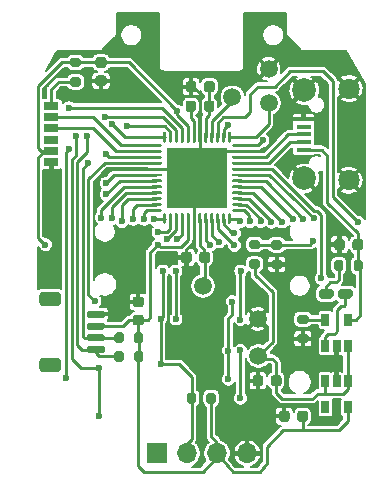
<source format=gbr>
%TF.GenerationSoftware,KiCad,Pcbnew,(5.1.9-0-10_14)*%
%TF.CreationDate,2021-09-13T12:25:13+02:00*%
%TF.ProjectId,SmartwatchPCB,536d6172-7477-4617-9463-685043422e6b,rev?*%
%TF.SameCoordinates,Original*%
%TF.FileFunction,Copper,L1,Top*%
%TF.FilePolarity,Positive*%
%FSLAX46Y46*%
G04 Gerber Fmt 4.6, Leading zero omitted, Abs format (unit mm)*
G04 Created by KiCad (PCBNEW (5.1.9-0-10_14)) date 2021-09-13 12:25:13*
%MOMM*%
%LPD*%
G01*
G04 APERTURE LIST*
%TA.AperFunction,SMDPad,CuDef*%
%ADD10C,1.500000*%
%TD*%
%TA.AperFunction,ComponentPad*%
%ADD11O,1.700000X1.700000*%
%TD*%
%TA.AperFunction,ComponentPad*%
%ADD12R,1.700000X1.700000*%
%TD*%
%TA.AperFunction,SMDPad,CuDef*%
%ADD13R,0.650000X1.060000*%
%TD*%
%TA.AperFunction,SMDPad,CuDef*%
%ADD14R,1.270000X0.635000*%
%TD*%
%TA.AperFunction,SMDPad,CuDef*%
%ADD15R,5.150000X5.150000*%
%TD*%
%TA.AperFunction,ComponentPad*%
%ADD16C,1.800000*%
%TD*%
%TA.AperFunction,ComponentPad*%
%ADD17C,2.000000*%
%TD*%
%TA.AperFunction,SMDPad,CuDef*%
%ADD18R,1.300000X0.450000*%
%TD*%
%TA.AperFunction,ViaPad*%
%ADD19C,0.600000*%
%TD*%
%TA.AperFunction,Conductor*%
%ADD20C,0.250000*%
%TD*%
%TA.AperFunction,Conductor*%
%ADD21C,0.153000*%
%TD*%
%TA.AperFunction,Conductor*%
%ADD22C,0.100000*%
%TD*%
G04 APERTURE END LIST*
D10*
%TO.P,TP_RST1,1*%
%TO.N,Net-(IC1-Pad40)*%
X35433000Y-24257000D03*
%TD*%
%TO.P,R9,2*%
%TO.N,Net-(IC1-Pad3)*%
%TA.AperFunction,SMDPad,CuDef*%
G36*
G01*
X39467200Y-37154800D02*
X38917200Y-37154800D01*
G75*
G02*
X38717200Y-36954800I0J200000D01*
G01*
X38717200Y-36554800D01*
G75*
G02*
X38917200Y-36354800I200000J0D01*
G01*
X39467200Y-36354800D01*
G75*
G02*
X39667200Y-36554800I0J-200000D01*
G01*
X39667200Y-36954800D01*
G75*
G02*
X39467200Y-37154800I-200000J0D01*
G01*
G37*
%TD.AperFunction*%
%TO.P,R9,1*%
%TO.N,GND*%
%TA.AperFunction,SMDPad,CuDef*%
G36*
G01*
X39467200Y-38804800D02*
X38917200Y-38804800D01*
G75*
G02*
X38717200Y-38604800I0J200000D01*
G01*
X38717200Y-38204800D01*
G75*
G02*
X38917200Y-38004800I200000J0D01*
G01*
X39467200Y-38004800D01*
G75*
G02*
X39667200Y-38204800I0J-200000D01*
G01*
X39667200Y-38604800D01*
G75*
G02*
X39467200Y-38804800I-200000J0D01*
G01*
G37*
%TD.AperFunction*%
%TD*%
%TO.P,R8,2*%
%TO.N,VBAT*%
%TA.AperFunction,SMDPad,CuDef*%
G36*
G01*
X37037600Y-37979400D02*
X37587600Y-37979400D01*
G75*
G02*
X37787600Y-38179400I0J-200000D01*
G01*
X37787600Y-38579400D01*
G75*
G02*
X37587600Y-38779400I-200000J0D01*
G01*
X37037600Y-38779400D01*
G75*
G02*
X36837600Y-38579400I0J200000D01*
G01*
X36837600Y-38179400D01*
G75*
G02*
X37037600Y-37979400I200000J0D01*
G01*
G37*
%TD.AperFunction*%
%TO.P,R8,1*%
%TO.N,Net-(IC1-Pad3)*%
%TA.AperFunction,SMDPad,CuDef*%
G36*
G01*
X37037600Y-36329400D02*
X37587600Y-36329400D01*
G75*
G02*
X37787600Y-36529400I0J-200000D01*
G01*
X37787600Y-36929400D01*
G75*
G02*
X37587600Y-37129400I-200000J0D01*
G01*
X37037600Y-37129400D01*
G75*
G02*
X36837600Y-36929400I0J200000D01*
G01*
X36837600Y-36529400D01*
G75*
G02*
X37037600Y-36329400I200000J0D01*
G01*
G37*
%TD.AperFunction*%
%TD*%
%TO.P,R7,2*%
%TO.N,VCC*%
%TA.AperFunction,SMDPad,CuDef*%
G36*
G01*
X27095000Y-46477600D02*
X27095000Y-45927600D01*
G75*
G02*
X27295000Y-45727600I200000J0D01*
G01*
X27695000Y-45727600D01*
G75*
G02*
X27895000Y-45927600I0J-200000D01*
G01*
X27895000Y-46477600D01*
G75*
G02*
X27695000Y-46677600I-200000J0D01*
G01*
X27295000Y-46677600D01*
G75*
G02*
X27095000Y-46477600I0J200000D01*
G01*
G37*
%TD.AperFunction*%
%TO.P,R7,1*%
%TO.N,SCL*%
%TA.AperFunction,SMDPad,CuDef*%
G36*
G01*
X25445000Y-46477600D02*
X25445000Y-45927600D01*
G75*
G02*
X25645000Y-45727600I200000J0D01*
G01*
X26045000Y-45727600D01*
G75*
G02*
X26245000Y-45927600I0J-200000D01*
G01*
X26245000Y-46477600D01*
G75*
G02*
X26045000Y-46677600I-200000J0D01*
G01*
X25645000Y-46677600D01*
G75*
G02*
X25445000Y-46477600I0J200000D01*
G01*
G37*
%TD.AperFunction*%
%TD*%
%TO.P,R6,2*%
%TO.N,VCC*%
%TA.AperFunction,SMDPad,CuDef*%
G36*
G01*
X27095000Y-44902800D02*
X27095000Y-44352800D01*
G75*
G02*
X27295000Y-44152800I200000J0D01*
G01*
X27695000Y-44152800D01*
G75*
G02*
X27895000Y-44352800I0J-200000D01*
G01*
X27895000Y-44902800D01*
G75*
G02*
X27695000Y-45102800I-200000J0D01*
G01*
X27295000Y-45102800D01*
G75*
G02*
X27095000Y-44902800I0J200000D01*
G01*
G37*
%TD.AperFunction*%
%TO.P,R6,1*%
%TO.N,SDA*%
%TA.AperFunction,SMDPad,CuDef*%
G36*
G01*
X25445000Y-44902800D02*
X25445000Y-44352800D01*
G75*
G02*
X25645000Y-44152800I200000J0D01*
G01*
X26045000Y-44152800D01*
G75*
G02*
X26245000Y-44352800I0J-200000D01*
G01*
X26245000Y-44902800D01*
G75*
G02*
X26045000Y-45102800I-200000J0D01*
G01*
X25645000Y-45102800D01*
G75*
G02*
X25445000Y-44902800I0J200000D01*
G01*
G37*
%TD.AperFunction*%
%TD*%
D11*
%TO.P,J3,4*%
%TO.N,GND*%
X36677600Y-54406800D03*
%TO.P,J3,3*%
%TO.N,VCC*%
X34137600Y-54406800D03*
%TO.P,J3,2*%
%TO.N,SWCLK*%
X31597600Y-54406800D03*
D12*
%TO.P,J3,1*%
%TO.N,SWDIO*%
X29057600Y-54406800D03*
%TD*%
D10*
%TO.P,TP_VBAT1,1*%
%TO.N,VBAT*%
X37642800Y-46151800D03*
%TD*%
%TO.P,TP_GND1,1*%
%TO.N,GND*%
X37592000Y-43027600D03*
%TD*%
%TO.P,C7,2*%
%TO.N,GND*%
%TA.AperFunction,SMDPad,CuDef*%
G36*
G01*
X40277200Y-51007200D02*
X40277200Y-51507200D01*
G75*
G02*
X40052200Y-51732200I-225000J0D01*
G01*
X39602200Y-51732200D01*
G75*
G02*
X39377200Y-51507200I0J225000D01*
G01*
X39377200Y-51007200D01*
G75*
G02*
X39602200Y-50782200I225000J0D01*
G01*
X40052200Y-50782200D01*
G75*
G02*
X40277200Y-51007200I0J-225000D01*
G01*
G37*
%TD.AperFunction*%
%TO.P,C7,1*%
%TO.N,VCC*%
%TA.AperFunction,SMDPad,CuDef*%
G36*
G01*
X41827200Y-51007200D02*
X41827200Y-51507200D01*
G75*
G02*
X41602200Y-51732200I-225000J0D01*
G01*
X41152200Y-51732200D01*
G75*
G02*
X40927200Y-51507200I0J225000D01*
G01*
X40927200Y-51007200D01*
G75*
G02*
X41152200Y-50782200I225000J0D01*
G01*
X41602200Y-50782200D01*
G75*
G02*
X41827200Y-51007200I0J-225000D01*
G01*
G37*
%TD.AperFunction*%
%TD*%
%TO.P,C6,2*%
%TO.N,GND*%
%TA.AperFunction,SMDPad,CuDef*%
G36*
G01*
X38042000Y-48010000D02*
X38042000Y-48510000D01*
G75*
G02*
X37817000Y-48735000I-225000J0D01*
G01*
X37367000Y-48735000D01*
G75*
G02*
X37142000Y-48510000I0J225000D01*
G01*
X37142000Y-48010000D01*
G75*
G02*
X37367000Y-47785000I225000J0D01*
G01*
X37817000Y-47785000D01*
G75*
G02*
X38042000Y-48010000I0J-225000D01*
G01*
G37*
%TD.AperFunction*%
%TO.P,C6,1*%
%TO.N,VBAT*%
%TA.AperFunction,SMDPad,CuDef*%
G36*
G01*
X39592000Y-48010000D02*
X39592000Y-48510000D01*
G75*
G02*
X39367000Y-48735000I-225000J0D01*
G01*
X38917000Y-48735000D01*
G75*
G02*
X38692000Y-48510000I0J225000D01*
G01*
X38692000Y-48010000D01*
G75*
G02*
X38917000Y-47785000I225000J0D01*
G01*
X39367000Y-47785000D01*
G75*
G02*
X39592000Y-48010000I0J-225000D01*
G01*
G37*
%TD.AperFunction*%
%TD*%
%TO.P,C5,2*%
%TO.N,GND*%
%TA.AperFunction,SMDPad,CuDef*%
G36*
G01*
X44950800Y-36478400D02*
X44950800Y-36978400D01*
G75*
G02*
X44725800Y-37203400I-225000J0D01*
G01*
X44275800Y-37203400D01*
G75*
G02*
X44050800Y-36978400I0J225000D01*
G01*
X44050800Y-36478400D01*
G75*
G02*
X44275800Y-36253400I225000J0D01*
G01*
X44725800Y-36253400D01*
G75*
G02*
X44950800Y-36478400I0J-225000D01*
G01*
G37*
%TD.AperFunction*%
%TO.P,C5,1*%
%TO.N,VBUS*%
%TA.AperFunction,SMDPad,CuDef*%
G36*
G01*
X46500800Y-36478400D02*
X46500800Y-36978400D01*
G75*
G02*
X46275800Y-37203400I-225000J0D01*
G01*
X45825800Y-37203400D01*
G75*
G02*
X45600800Y-36978400I0J225000D01*
G01*
X45600800Y-36478400D01*
G75*
G02*
X45825800Y-36253400I225000J0D01*
G01*
X46275800Y-36253400D01*
G75*
G02*
X46500800Y-36478400I0J-225000D01*
G01*
G37*
%TD.AperFunction*%
%TD*%
D13*
%TO.P,U3,5*%
%TO.N,VCC*%
X45209500Y-50503000D03*
%TO.P,U3,4*%
%TO.N,Net-(U3-Pad4)*%
X43309500Y-50503000D03*
%TO.P,U3,3*%
%TO.N,VBAT*%
X43309500Y-48303000D03*
%TO.P,U3,2*%
%TO.N,GND*%
X44259500Y-48303000D03*
%TO.P,U3,1*%
%TO.N,VBAT*%
X45209500Y-48303000D03*
%TD*%
%TO.P,U2,5*%
%TO.N,Net-(R4-Pad1)*%
X43309500Y-43096000D03*
%TO.P,U2,4*%
%TO.N,VBUS*%
X45209500Y-43096000D03*
%TO.P,U2,3*%
%TO.N,VBAT*%
X45209500Y-45296000D03*
%TO.P,U2,2*%
%TO.N,GND*%
X44259500Y-45296000D03*
%TO.P,U2,1*%
%TO.N,Net-(D2-Pad1)*%
X43309500Y-45296000D03*
%TD*%
%TO.P,R5,2*%
%TO.N,VBUS*%
%TA.AperFunction,SMDPad,CuDef*%
G36*
G01*
X45687800Y-38781400D02*
X45687800Y-38231400D01*
G75*
G02*
X45887800Y-38031400I200000J0D01*
G01*
X46287800Y-38031400D01*
G75*
G02*
X46487800Y-38231400I0J-200000D01*
G01*
X46487800Y-38781400D01*
G75*
G02*
X46287800Y-38981400I-200000J0D01*
G01*
X45887800Y-38981400D01*
G75*
G02*
X45687800Y-38781400I0J200000D01*
G01*
G37*
%TD.AperFunction*%
%TO.P,R5,1*%
%TO.N,Net-(D2-Pad2)*%
%TA.AperFunction,SMDPad,CuDef*%
G36*
G01*
X44037800Y-38781400D02*
X44037800Y-38231400D01*
G75*
G02*
X44237800Y-38031400I200000J0D01*
G01*
X44637800Y-38031400D01*
G75*
G02*
X44837800Y-38231400I0J-200000D01*
G01*
X44837800Y-38781400D01*
G75*
G02*
X44637800Y-38981400I-200000J0D01*
G01*
X44237800Y-38981400D01*
G75*
G02*
X44037800Y-38781400I0J200000D01*
G01*
G37*
%TD.AperFunction*%
%TD*%
%TO.P,R4,2*%
%TO.N,GND*%
%TA.AperFunction,SMDPad,CuDef*%
G36*
G01*
X41127000Y-44303500D02*
X41677000Y-44303500D01*
G75*
G02*
X41877000Y-44503500I0J-200000D01*
G01*
X41877000Y-44903500D01*
G75*
G02*
X41677000Y-45103500I-200000J0D01*
G01*
X41127000Y-45103500D01*
G75*
G02*
X40927000Y-44903500I0J200000D01*
G01*
X40927000Y-44503500D01*
G75*
G02*
X41127000Y-44303500I200000J0D01*
G01*
G37*
%TD.AperFunction*%
%TO.P,R4,1*%
%TO.N,Net-(R4-Pad1)*%
%TA.AperFunction,SMDPad,CuDef*%
G36*
G01*
X41127000Y-42653500D02*
X41677000Y-42653500D01*
G75*
G02*
X41877000Y-42853500I0J-200000D01*
G01*
X41877000Y-43253500D01*
G75*
G02*
X41677000Y-43453500I-200000J0D01*
G01*
X41127000Y-43453500D01*
G75*
G02*
X40927000Y-43253500I0J200000D01*
G01*
X40927000Y-42853500D01*
G75*
G02*
X41127000Y-42653500I200000J0D01*
G01*
G37*
%TD.AperFunction*%
%TD*%
%TO.P,D2,2*%
%TO.N,Net-(D2-Pad2)*%
%TA.AperFunction,SMDPad,CuDef*%
G36*
G01*
X43995700Y-40681500D02*
X43995700Y-41106500D01*
G75*
G02*
X43783200Y-41319000I-212500J0D01*
G01*
X42983200Y-41319000D01*
G75*
G02*
X42770700Y-41106500I0J212500D01*
G01*
X42770700Y-40681500D01*
G75*
G02*
X42983200Y-40469000I212500J0D01*
G01*
X43783200Y-40469000D01*
G75*
G02*
X43995700Y-40681500I0J-212500D01*
G01*
G37*
%TD.AperFunction*%
%TO.P,D2,1*%
%TO.N,Net-(D2-Pad1)*%
%TA.AperFunction,SMDPad,CuDef*%
G36*
G01*
X45620700Y-40681500D02*
X45620700Y-41106500D01*
G75*
G02*
X45408200Y-41319000I-212500J0D01*
G01*
X44608200Y-41319000D01*
G75*
G02*
X44395700Y-41106500I0J212500D01*
G01*
X44395700Y-40681500D01*
G75*
G02*
X44608200Y-40469000I212500J0D01*
G01*
X45408200Y-40469000D01*
G75*
G02*
X45620700Y-40681500I0J-212500D01*
G01*
G37*
%TD.AperFunction*%
%TD*%
D14*
%TO.P,IC2,6*%
%TO.N,GND*%
X20116800Y-29743600D03*
%TO.P,IC2,5*%
%TO.N,VCC*%
X20116800Y-28793600D03*
%TO.P,IC2,4*%
%TO.N,Net-(IC2-Pad4)*%
X20116800Y-27843600D03*
%TO.P,IC2,3*%
%TO.N,IR_RX*%
X20116800Y-26893600D03*
%TO.P,IC2,2*%
%TO.N,IR_TX*%
X20116800Y-25943600D03*
%TO.P,IC2,1*%
%TO.N,Net-(IC2-Pad1)*%
X20116800Y-24993600D03*
%TD*%
D15*
%TO.P,IC1,49*%
%TO.N,GND*%
X32435800Y-31089600D03*
%TO.P,IC1,48*%
%TO.N,SCL*%
%TA.AperFunction,SMDPad,CuDef*%
G36*
G01*
X29560800Y-28027100D02*
X29560800Y-27277100D01*
G75*
G02*
X29623300Y-27214600I62500J0D01*
G01*
X29748300Y-27214600D01*
G75*
G02*
X29810800Y-27277100I0J-62500D01*
G01*
X29810800Y-28027100D01*
G75*
G02*
X29748300Y-28089600I-62500J0D01*
G01*
X29623300Y-28089600D01*
G75*
G02*
X29560800Y-28027100I0J62500D01*
G01*
G37*
%TD.AperFunction*%
%TO.P,IC1,47*%
%TO.N,SDA*%
%TA.AperFunction,SMDPad,CuDef*%
G36*
G01*
X30060800Y-28027100D02*
X30060800Y-27277100D01*
G75*
G02*
X30123300Y-27214600I62500J0D01*
G01*
X30248300Y-27214600D01*
G75*
G02*
X30310800Y-27277100I0J-62500D01*
G01*
X30310800Y-28027100D01*
G75*
G02*
X30248300Y-28089600I-62500J0D01*
G01*
X30123300Y-28089600D01*
G75*
G02*
X30060800Y-28027100I0J62500D01*
G01*
G37*
%TD.AperFunction*%
%TO.P,IC1,46*%
%TO.N,SWDIO*%
%TA.AperFunction,SMDPad,CuDef*%
G36*
G01*
X30560800Y-28027100D02*
X30560800Y-27277100D01*
G75*
G02*
X30623300Y-27214600I62500J0D01*
G01*
X30748300Y-27214600D01*
G75*
G02*
X30810800Y-27277100I0J-62500D01*
G01*
X30810800Y-28027100D01*
G75*
G02*
X30748300Y-28089600I-62500J0D01*
G01*
X30623300Y-28089600D01*
G75*
G02*
X30560800Y-28027100I0J62500D01*
G01*
G37*
%TD.AperFunction*%
%TO.P,IC1,45*%
%TO.N,SWCLK*%
%TA.AperFunction,SMDPad,CuDef*%
G36*
G01*
X31060800Y-28027100D02*
X31060800Y-27277100D01*
G75*
G02*
X31123300Y-27214600I62500J0D01*
G01*
X31248300Y-27214600D01*
G75*
G02*
X31310800Y-27277100I0J-62500D01*
G01*
X31310800Y-28027100D01*
G75*
G02*
X31248300Y-28089600I-62500J0D01*
G01*
X31123300Y-28089600D01*
G75*
G02*
X31060800Y-28027100I0J62500D01*
G01*
G37*
%TD.AperFunction*%
%TO.P,IC1,44*%
%TO.N,VCC*%
%TA.AperFunction,SMDPad,CuDef*%
G36*
G01*
X31560800Y-28027100D02*
X31560800Y-27277100D01*
G75*
G02*
X31623300Y-27214600I62500J0D01*
G01*
X31748300Y-27214600D01*
G75*
G02*
X31810800Y-27277100I0J-62500D01*
G01*
X31810800Y-28027100D01*
G75*
G02*
X31748300Y-28089600I-62500J0D01*
G01*
X31623300Y-28089600D01*
G75*
G02*
X31560800Y-28027100I0J62500D01*
G01*
G37*
%TD.AperFunction*%
%TO.P,IC1,43*%
%TO.N,VDD_OUT*%
%TA.AperFunction,SMDPad,CuDef*%
G36*
G01*
X32060800Y-28027100D02*
X32060800Y-27277100D01*
G75*
G02*
X32123300Y-27214600I62500J0D01*
G01*
X32248300Y-27214600D01*
G75*
G02*
X32310800Y-27277100I0J-62500D01*
G01*
X32310800Y-28027100D01*
G75*
G02*
X32248300Y-28089600I-62500J0D01*
G01*
X32123300Y-28089600D01*
G75*
G02*
X32060800Y-28027100I0J62500D01*
G01*
G37*
%TD.AperFunction*%
%TO.P,IC1,42*%
%TO.N,GND*%
%TA.AperFunction,SMDPad,CuDef*%
G36*
G01*
X32560800Y-28027100D02*
X32560800Y-27277100D01*
G75*
G02*
X32623300Y-27214600I62500J0D01*
G01*
X32748300Y-27214600D01*
G75*
G02*
X32810800Y-27277100I0J-62500D01*
G01*
X32810800Y-28027100D01*
G75*
G02*
X32748300Y-28089600I-62500J0D01*
G01*
X32623300Y-28089600D01*
G75*
G02*
X32560800Y-28027100I0J62500D01*
G01*
G37*
%TD.AperFunction*%
%TO.P,IC1,41*%
%TO.N,VCC_CORE*%
%TA.AperFunction,SMDPad,CuDef*%
G36*
G01*
X33060800Y-28027100D02*
X33060800Y-27277100D01*
G75*
G02*
X33123300Y-27214600I62500J0D01*
G01*
X33248300Y-27214600D01*
G75*
G02*
X33310800Y-27277100I0J-62500D01*
G01*
X33310800Y-28027100D01*
G75*
G02*
X33248300Y-28089600I-62500J0D01*
G01*
X33123300Y-28089600D01*
G75*
G02*
X33060800Y-28027100I0J62500D01*
G01*
G37*
%TD.AperFunction*%
%TO.P,IC1,40*%
%TO.N,Net-(IC1-Pad40)*%
%TA.AperFunction,SMDPad,CuDef*%
G36*
G01*
X33560800Y-28027100D02*
X33560800Y-27277100D01*
G75*
G02*
X33623300Y-27214600I62500J0D01*
G01*
X33748300Y-27214600D01*
G75*
G02*
X33810800Y-27277100I0J-62500D01*
G01*
X33810800Y-28027100D01*
G75*
G02*
X33748300Y-28089600I-62500J0D01*
G01*
X33623300Y-28089600D01*
G75*
G02*
X33560800Y-28027100I0J62500D01*
G01*
G37*
%TD.AperFunction*%
%TO.P,IC1,39*%
%TO.N,KEYPAD_1*%
%TA.AperFunction,SMDPad,CuDef*%
G36*
G01*
X34060800Y-28027100D02*
X34060800Y-27277100D01*
G75*
G02*
X34123300Y-27214600I62500J0D01*
G01*
X34248300Y-27214600D01*
G75*
G02*
X34310800Y-27277100I0J-62500D01*
G01*
X34310800Y-28027100D01*
G75*
G02*
X34248300Y-28089600I-62500J0D01*
G01*
X34123300Y-28089600D01*
G75*
G02*
X34060800Y-28027100I0J62500D01*
G01*
G37*
%TD.AperFunction*%
%TO.P,IC1,38*%
%TO.N,LEDbacklight*%
%TA.AperFunction,SMDPad,CuDef*%
G36*
G01*
X34560800Y-28027100D02*
X34560800Y-27277100D01*
G75*
G02*
X34623300Y-27214600I62500J0D01*
G01*
X34748300Y-27214600D01*
G75*
G02*
X34810800Y-27277100I0J-62500D01*
G01*
X34810800Y-28027100D01*
G75*
G02*
X34748300Y-28089600I-62500J0D01*
G01*
X34623300Y-28089600D01*
G75*
G02*
X34560800Y-28027100I0J62500D01*
G01*
G37*
%TD.AperFunction*%
%TO.P,IC1,37*%
%TO.N,PIEZO*%
%TA.AperFunction,SMDPad,CuDef*%
G36*
G01*
X35060800Y-28027100D02*
X35060800Y-27277100D01*
G75*
G02*
X35123300Y-27214600I62500J0D01*
G01*
X35248300Y-27214600D01*
G75*
G02*
X35310800Y-27277100I0J-62500D01*
G01*
X35310800Y-28027100D01*
G75*
G02*
X35248300Y-28089600I-62500J0D01*
G01*
X35123300Y-28089600D01*
G75*
G02*
X35060800Y-28027100I0J62500D01*
G01*
G37*
%TD.AperFunction*%
%TO.P,IC1,36*%
%TO.N,VCC*%
%TA.AperFunction,SMDPad,CuDef*%
G36*
G01*
X35435800Y-28402100D02*
X35435800Y-28277100D01*
G75*
G02*
X35498300Y-28214600I62500J0D01*
G01*
X36248300Y-28214600D01*
G75*
G02*
X36310800Y-28277100I0J-62500D01*
G01*
X36310800Y-28402100D01*
G75*
G02*
X36248300Y-28464600I-62500J0D01*
G01*
X35498300Y-28464600D01*
G75*
G02*
X35435800Y-28402100I0J62500D01*
G01*
G37*
%TD.AperFunction*%
%TO.P,IC1,35*%
%TO.N,GND*%
%TA.AperFunction,SMDPad,CuDef*%
G36*
G01*
X35435800Y-28902100D02*
X35435800Y-28777100D01*
G75*
G02*
X35498300Y-28714600I62500J0D01*
G01*
X36248300Y-28714600D01*
G75*
G02*
X36310800Y-28777100I0J-62500D01*
G01*
X36310800Y-28902100D01*
G75*
G02*
X36248300Y-28964600I-62500J0D01*
G01*
X35498300Y-28964600D01*
G75*
G02*
X35435800Y-28902100I0J62500D01*
G01*
G37*
%TD.AperFunction*%
%TO.P,IC1,34*%
%TO.N,Net-(IC1-Pad34)*%
%TA.AperFunction,SMDPad,CuDef*%
G36*
G01*
X35435800Y-29402100D02*
X35435800Y-29277100D01*
G75*
G02*
X35498300Y-29214600I62500J0D01*
G01*
X36248300Y-29214600D01*
G75*
G02*
X36310800Y-29277100I0J-62500D01*
G01*
X36310800Y-29402100D01*
G75*
G02*
X36248300Y-29464600I-62500J0D01*
G01*
X35498300Y-29464600D01*
G75*
G02*
X35435800Y-29402100I0J62500D01*
G01*
G37*
%TD.AperFunction*%
%TO.P,IC1,33*%
%TO.N,Net-(IC1-Pad33)*%
%TA.AperFunction,SMDPad,CuDef*%
G36*
G01*
X35435800Y-29902100D02*
X35435800Y-29777100D01*
G75*
G02*
X35498300Y-29714600I62500J0D01*
G01*
X36248300Y-29714600D01*
G75*
G02*
X36310800Y-29777100I0J-62500D01*
G01*
X36310800Y-29902100D01*
G75*
G02*
X36248300Y-29964600I-62500J0D01*
G01*
X35498300Y-29964600D01*
G75*
G02*
X35435800Y-29902100I0J62500D01*
G01*
G37*
%TD.AperFunction*%
%TO.P,IC1,32*%
%TO.N,KEYPAD_3*%
%TA.AperFunction,SMDPad,CuDef*%
G36*
G01*
X35435800Y-30402100D02*
X35435800Y-30277100D01*
G75*
G02*
X35498300Y-30214600I62500J0D01*
G01*
X36248300Y-30214600D01*
G75*
G02*
X36310800Y-30277100I0J-62500D01*
G01*
X36310800Y-30402100D01*
G75*
G02*
X36248300Y-30464600I-62500J0D01*
G01*
X35498300Y-30464600D01*
G75*
G02*
X35435800Y-30402100I0J62500D01*
G01*
G37*
%TD.AperFunction*%
%TO.P,IC1,31*%
%TO.N,Net-(IC1-Pad31)*%
%TA.AperFunction,SMDPad,CuDef*%
G36*
G01*
X35435800Y-30902100D02*
X35435800Y-30777100D01*
G75*
G02*
X35498300Y-30714600I62500J0D01*
G01*
X36248300Y-30714600D01*
G75*
G02*
X36310800Y-30777100I0J-62500D01*
G01*
X36310800Y-30902100D01*
G75*
G02*
X36248300Y-30964600I-62500J0D01*
G01*
X35498300Y-30964600D01*
G75*
G02*
X35435800Y-30902100I0J62500D01*
G01*
G37*
%TD.AperFunction*%
%TO.P,IC1,30*%
%TO.N,Net-(IC1-Pad30)*%
%TA.AperFunction,SMDPad,CuDef*%
G36*
G01*
X35435800Y-31402100D02*
X35435800Y-31277100D01*
G75*
G02*
X35498300Y-31214600I62500J0D01*
G01*
X36248300Y-31214600D01*
G75*
G02*
X36310800Y-31277100I0J-62500D01*
G01*
X36310800Y-31402100D01*
G75*
G02*
X36248300Y-31464600I-62500J0D01*
G01*
X35498300Y-31464600D01*
G75*
G02*
X35435800Y-31402100I0J62500D01*
G01*
G37*
%TD.AperFunction*%
%TO.P,IC1,29*%
%TO.N,Net-(IC1-Pad29)*%
%TA.AperFunction,SMDPad,CuDef*%
G36*
G01*
X35435800Y-31902100D02*
X35435800Y-31777100D01*
G75*
G02*
X35498300Y-31714600I62500J0D01*
G01*
X36248300Y-31714600D01*
G75*
G02*
X36310800Y-31777100I0J-62500D01*
G01*
X36310800Y-31902100D01*
G75*
G02*
X36248300Y-31964600I-62500J0D01*
G01*
X35498300Y-31964600D01*
G75*
G02*
X35435800Y-31902100I0J62500D01*
G01*
G37*
%TD.AperFunction*%
%TO.P,IC1,28*%
%TO.N,Net-(IC1-Pad28)*%
%TA.AperFunction,SMDPad,CuDef*%
G36*
G01*
X35435800Y-32402100D02*
X35435800Y-32277100D01*
G75*
G02*
X35498300Y-32214600I62500J0D01*
G01*
X36248300Y-32214600D01*
G75*
G02*
X36310800Y-32277100I0J-62500D01*
G01*
X36310800Y-32402100D01*
G75*
G02*
X36248300Y-32464600I-62500J0D01*
G01*
X35498300Y-32464600D01*
G75*
G02*
X35435800Y-32402100I0J62500D01*
G01*
G37*
%TD.AperFunction*%
%TO.P,IC1,27*%
%TO.N,Net-(IC1-Pad27)*%
%TA.AperFunction,SMDPad,CuDef*%
G36*
G01*
X35435800Y-32902100D02*
X35435800Y-32777100D01*
G75*
G02*
X35498300Y-32714600I62500J0D01*
G01*
X36248300Y-32714600D01*
G75*
G02*
X36310800Y-32777100I0J-62500D01*
G01*
X36310800Y-32902100D01*
G75*
G02*
X36248300Y-32964600I-62500J0D01*
G01*
X35498300Y-32964600D01*
G75*
G02*
X35435800Y-32902100I0J62500D01*
G01*
G37*
%TD.AperFunction*%
%TO.P,IC1,26*%
%TO.N,Net-(IC1-Pad26)*%
%TA.AperFunction,SMDPad,CuDef*%
G36*
G01*
X35435800Y-33402100D02*
X35435800Y-33277100D01*
G75*
G02*
X35498300Y-33214600I62500J0D01*
G01*
X36248300Y-33214600D01*
G75*
G02*
X36310800Y-33277100I0J-62500D01*
G01*
X36310800Y-33402100D01*
G75*
G02*
X36248300Y-33464600I-62500J0D01*
G01*
X35498300Y-33464600D01*
G75*
G02*
X35435800Y-33402100I0J62500D01*
G01*
G37*
%TD.AperFunction*%
%TO.P,IC1,25*%
%TO.N,Net-(IC1-Pad25)*%
%TA.AperFunction,SMDPad,CuDef*%
G36*
G01*
X35435800Y-33902100D02*
X35435800Y-33777100D01*
G75*
G02*
X35498300Y-33714600I62500J0D01*
G01*
X36248300Y-33714600D01*
G75*
G02*
X36310800Y-33777100I0J-62500D01*
G01*
X36310800Y-33902100D01*
G75*
G02*
X36248300Y-33964600I-62500J0D01*
G01*
X35498300Y-33964600D01*
G75*
G02*
X35435800Y-33902100I0J62500D01*
G01*
G37*
%TD.AperFunction*%
%TO.P,IC1,24*%
%TO.N,Net-(IC1-Pad24)*%
%TA.AperFunction,SMDPad,CuDef*%
G36*
G01*
X35060800Y-34902100D02*
X35060800Y-34152100D01*
G75*
G02*
X35123300Y-34089600I62500J0D01*
G01*
X35248300Y-34089600D01*
G75*
G02*
X35310800Y-34152100I0J-62500D01*
G01*
X35310800Y-34902100D01*
G75*
G02*
X35248300Y-34964600I-62500J0D01*
G01*
X35123300Y-34964600D01*
G75*
G02*
X35060800Y-34902100I0J62500D01*
G01*
G37*
%TD.AperFunction*%
%TO.P,IC1,23*%
%TO.N,Net-(IC1-Pad23)*%
%TA.AperFunction,SMDPad,CuDef*%
G36*
G01*
X34560800Y-34902100D02*
X34560800Y-34152100D01*
G75*
G02*
X34623300Y-34089600I62500J0D01*
G01*
X34748300Y-34089600D01*
G75*
G02*
X34810800Y-34152100I0J-62500D01*
G01*
X34810800Y-34902100D01*
G75*
G02*
X34748300Y-34964600I-62500J0D01*
G01*
X34623300Y-34964600D01*
G75*
G02*
X34560800Y-34902100I0J62500D01*
G01*
G37*
%TD.AperFunction*%
%TO.P,IC1,22*%
%TO.N,Net-(IC1-Pad22)*%
%TA.AperFunction,SMDPad,CuDef*%
G36*
G01*
X34060800Y-34902100D02*
X34060800Y-34152100D01*
G75*
G02*
X34123300Y-34089600I62500J0D01*
G01*
X34248300Y-34089600D01*
G75*
G02*
X34310800Y-34152100I0J-62500D01*
G01*
X34310800Y-34902100D01*
G75*
G02*
X34248300Y-34964600I-62500J0D01*
G01*
X34123300Y-34964600D01*
G75*
G02*
X34060800Y-34902100I0J62500D01*
G01*
G37*
%TD.AperFunction*%
%TO.P,IC1,21*%
%TO.N,Net-(IC1-Pad21)*%
%TA.AperFunction,SMDPad,CuDef*%
G36*
G01*
X33560800Y-34902100D02*
X33560800Y-34152100D01*
G75*
G02*
X33623300Y-34089600I62500J0D01*
G01*
X33748300Y-34089600D01*
G75*
G02*
X33810800Y-34152100I0J-62500D01*
G01*
X33810800Y-34902100D01*
G75*
G02*
X33748300Y-34964600I-62500J0D01*
G01*
X33623300Y-34964600D01*
G75*
G02*
X33560800Y-34902100I0J62500D01*
G01*
G37*
%TD.AperFunction*%
%TO.P,IC1,20*%
%TO.N,Net-(IC1-Pad20)*%
%TA.AperFunction,SMDPad,CuDef*%
G36*
G01*
X33060800Y-34902100D02*
X33060800Y-34152100D01*
G75*
G02*
X33123300Y-34089600I62500J0D01*
G01*
X33248300Y-34089600D01*
G75*
G02*
X33310800Y-34152100I0J-62500D01*
G01*
X33310800Y-34902100D01*
G75*
G02*
X33248300Y-34964600I-62500J0D01*
G01*
X33123300Y-34964600D01*
G75*
G02*
X33060800Y-34902100I0J62500D01*
G01*
G37*
%TD.AperFunction*%
%TO.P,IC1,19*%
%TO.N,VCC_LCD*%
%TA.AperFunction,SMDPad,CuDef*%
G36*
G01*
X32560800Y-34902100D02*
X32560800Y-34152100D01*
G75*
G02*
X32623300Y-34089600I62500J0D01*
G01*
X32748300Y-34089600D01*
G75*
G02*
X32810800Y-34152100I0J-62500D01*
G01*
X32810800Y-34902100D01*
G75*
G02*
X32748300Y-34964600I-62500J0D01*
G01*
X32623300Y-34964600D01*
G75*
G02*
X32560800Y-34902100I0J62500D01*
G01*
G37*
%TD.AperFunction*%
%TO.P,IC1,18*%
%TO.N,GND*%
%TA.AperFunction,SMDPad,CuDef*%
G36*
G01*
X32060800Y-34902100D02*
X32060800Y-34152100D01*
G75*
G02*
X32123300Y-34089600I62500J0D01*
G01*
X32248300Y-34089600D01*
G75*
G02*
X32310800Y-34152100I0J-62500D01*
G01*
X32310800Y-34902100D01*
G75*
G02*
X32248300Y-34964600I-62500J0D01*
G01*
X32123300Y-34964600D01*
G75*
G02*
X32060800Y-34902100I0J62500D01*
G01*
G37*
%TD.AperFunction*%
%TO.P,IC1,17*%
%TO.N,VCC*%
%TA.AperFunction,SMDPad,CuDef*%
G36*
G01*
X31560800Y-34902100D02*
X31560800Y-34152100D01*
G75*
G02*
X31623300Y-34089600I62500J0D01*
G01*
X31748300Y-34089600D01*
G75*
G02*
X31810800Y-34152100I0J-62500D01*
G01*
X31810800Y-34902100D01*
G75*
G02*
X31748300Y-34964600I-62500J0D01*
G01*
X31623300Y-34964600D01*
G75*
G02*
X31560800Y-34902100I0J62500D01*
G01*
G37*
%TD.AperFunction*%
%TO.P,IC1,16*%
%TO.N,Net-(IC1-Pad16)*%
%TA.AperFunction,SMDPad,CuDef*%
G36*
G01*
X31060800Y-34902100D02*
X31060800Y-34152100D01*
G75*
G02*
X31123300Y-34089600I62500J0D01*
G01*
X31248300Y-34089600D01*
G75*
G02*
X31310800Y-34152100I0J-62500D01*
G01*
X31310800Y-34902100D01*
G75*
G02*
X31248300Y-34964600I-62500J0D01*
G01*
X31123300Y-34964600D01*
G75*
G02*
X31060800Y-34902100I0J62500D01*
G01*
G37*
%TD.AperFunction*%
%TO.P,IC1,15*%
%TO.N,Net-(IC1-Pad15)*%
%TA.AperFunction,SMDPad,CuDef*%
G36*
G01*
X30560800Y-34902100D02*
X30560800Y-34152100D01*
G75*
G02*
X30623300Y-34089600I62500J0D01*
G01*
X30748300Y-34089600D01*
G75*
G02*
X30810800Y-34152100I0J-62500D01*
G01*
X30810800Y-34902100D01*
G75*
G02*
X30748300Y-34964600I-62500J0D01*
G01*
X30623300Y-34964600D01*
G75*
G02*
X30560800Y-34902100I0J62500D01*
G01*
G37*
%TD.AperFunction*%
%TO.P,IC1,14*%
%TO.N,Net-(IC1-Pad14)*%
%TA.AperFunction,SMDPad,CuDef*%
G36*
G01*
X30060800Y-34902100D02*
X30060800Y-34152100D01*
G75*
G02*
X30123300Y-34089600I62500J0D01*
G01*
X30248300Y-34089600D01*
G75*
G02*
X30310800Y-34152100I0J-62500D01*
G01*
X30310800Y-34902100D01*
G75*
G02*
X30248300Y-34964600I-62500J0D01*
G01*
X30123300Y-34964600D01*
G75*
G02*
X30060800Y-34902100I0J62500D01*
G01*
G37*
%TD.AperFunction*%
%TO.P,IC1,13*%
%TO.N,Net-(IC1-Pad13)*%
%TA.AperFunction,SMDPad,CuDef*%
G36*
G01*
X29560800Y-34902100D02*
X29560800Y-34152100D01*
G75*
G02*
X29623300Y-34089600I62500J0D01*
G01*
X29748300Y-34089600D01*
G75*
G02*
X29810800Y-34152100I0J-62500D01*
G01*
X29810800Y-34902100D01*
G75*
G02*
X29748300Y-34964600I-62500J0D01*
G01*
X29623300Y-34964600D01*
G75*
G02*
X29560800Y-34902100I0J62500D01*
G01*
G37*
%TD.AperFunction*%
%TO.P,IC1,12*%
%TO.N,Net-(IC1-Pad12)*%
%TA.AperFunction,SMDPad,CuDef*%
G36*
G01*
X28560800Y-33902100D02*
X28560800Y-33777100D01*
G75*
G02*
X28623300Y-33714600I62500J0D01*
G01*
X29373300Y-33714600D01*
G75*
G02*
X29435800Y-33777100I0J-62500D01*
G01*
X29435800Y-33902100D01*
G75*
G02*
X29373300Y-33964600I-62500J0D01*
G01*
X28623300Y-33964600D01*
G75*
G02*
X28560800Y-33902100I0J62500D01*
G01*
G37*
%TD.AperFunction*%
%TO.P,IC1,11*%
%TO.N,Net-(IC1-Pad11)*%
%TA.AperFunction,SMDPad,CuDef*%
G36*
G01*
X28560800Y-33402100D02*
X28560800Y-33277100D01*
G75*
G02*
X28623300Y-33214600I62500J0D01*
G01*
X29373300Y-33214600D01*
G75*
G02*
X29435800Y-33277100I0J-62500D01*
G01*
X29435800Y-33402100D01*
G75*
G02*
X29373300Y-33464600I-62500J0D01*
G01*
X28623300Y-33464600D01*
G75*
G02*
X28560800Y-33402100I0J62500D01*
G01*
G37*
%TD.AperFunction*%
%TO.P,IC1,10*%
%TO.N,Net-(IC1-Pad10)*%
%TA.AperFunction,SMDPad,CuDef*%
G36*
G01*
X28560800Y-32902100D02*
X28560800Y-32777100D01*
G75*
G02*
X28623300Y-32714600I62500J0D01*
G01*
X29373300Y-32714600D01*
G75*
G02*
X29435800Y-32777100I0J-62500D01*
G01*
X29435800Y-32902100D01*
G75*
G02*
X29373300Y-32964600I-62500J0D01*
G01*
X28623300Y-32964600D01*
G75*
G02*
X28560800Y-32902100I0J62500D01*
G01*
G37*
%TD.AperFunction*%
%TO.P,IC1,9*%
%TO.N,Net-(IC1-Pad9)*%
%TA.AperFunction,SMDPad,CuDef*%
G36*
G01*
X28560800Y-32402100D02*
X28560800Y-32277100D01*
G75*
G02*
X28623300Y-32214600I62500J0D01*
G01*
X29373300Y-32214600D01*
G75*
G02*
X29435800Y-32277100I0J-62500D01*
G01*
X29435800Y-32402100D01*
G75*
G02*
X29373300Y-32464600I-62500J0D01*
G01*
X28623300Y-32464600D01*
G75*
G02*
X28560800Y-32402100I0J62500D01*
G01*
G37*
%TD.AperFunction*%
%TO.P,IC1,8*%
%TO.N,Net-(IC1-Pad8)*%
%TA.AperFunction,SMDPad,CuDef*%
G36*
G01*
X28560800Y-31902100D02*
X28560800Y-31777100D01*
G75*
G02*
X28623300Y-31714600I62500J0D01*
G01*
X29373300Y-31714600D01*
G75*
G02*
X29435800Y-31777100I0J-62500D01*
G01*
X29435800Y-31902100D01*
G75*
G02*
X29373300Y-31964600I-62500J0D01*
G01*
X28623300Y-31964600D01*
G75*
G02*
X28560800Y-31902100I0J62500D01*
G01*
G37*
%TD.AperFunction*%
%TO.P,IC1,7*%
%TO.N,Net-(IC1-Pad7)*%
%TA.AperFunction,SMDPad,CuDef*%
G36*
G01*
X28560800Y-31402100D02*
X28560800Y-31277100D01*
G75*
G02*
X28623300Y-31214600I62500J0D01*
G01*
X29373300Y-31214600D01*
G75*
G02*
X29435800Y-31277100I0J-62500D01*
G01*
X29435800Y-31402100D01*
G75*
G02*
X29373300Y-31464600I-62500J0D01*
G01*
X28623300Y-31464600D01*
G75*
G02*
X28560800Y-31402100I0J62500D01*
G01*
G37*
%TD.AperFunction*%
%TO.P,IC1,6*%
%TO.N,VCC*%
%TA.AperFunction,SMDPad,CuDef*%
G36*
G01*
X28560800Y-30902100D02*
X28560800Y-30777100D01*
G75*
G02*
X28623300Y-30714600I62500J0D01*
G01*
X29373300Y-30714600D01*
G75*
G02*
X29435800Y-30777100I0J-62500D01*
G01*
X29435800Y-30902100D01*
G75*
G02*
X29373300Y-30964600I-62500J0D01*
G01*
X28623300Y-30964600D01*
G75*
G02*
X28560800Y-30902100I0J62500D01*
G01*
G37*
%TD.AperFunction*%
%TO.P,IC1,5*%
%TO.N,GND*%
%TA.AperFunction,SMDPad,CuDef*%
G36*
G01*
X28560800Y-30402100D02*
X28560800Y-30277100D01*
G75*
G02*
X28623300Y-30214600I62500J0D01*
G01*
X29373300Y-30214600D01*
G75*
G02*
X29435800Y-30277100I0J-62500D01*
G01*
X29435800Y-30402100D01*
G75*
G02*
X29373300Y-30464600I-62500J0D01*
G01*
X28623300Y-30464600D01*
G75*
G02*
X28560800Y-30402100I0J62500D01*
G01*
G37*
%TD.AperFunction*%
%TO.P,IC1,4*%
%TO.N,KEYPAD_2*%
%TA.AperFunction,SMDPad,CuDef*%
G36*
G01*
X28560800Y-29902100D02*
X28560800Y-29777100D01*
G75*
G02*
X28623300Y-29714600I62500J0D01*
G01*
X29373300Y-29714600D01*
G75*
G02*
X29435800Y-29777100I0J-62500D01*
G01*
X29435800Y-29902100D01*
G75*
G02*
X29373300Y-29964600I-62500J0D01*
G01*
X28623300Y-29964600D01*
G75*
G02*
X28560800Y-29902100I0J62500D01*
G01*
G37*
%TD.AperFunction*%
%TO.P,IC1,3*%
%TO.N,Net-(IC1-Pad3)*%
%TA.AperFunction,SMDPad,CuDef*%
G36*
G01*
X28560800Y-29402100D02*
X28560800Y-29277100D01*
G75*
G02*
X28623300Y-29214600I62500J0D01*
G01*
X29373300Y-29214600D01*
G75*
G02*
X29435800Y-29277100I0J-62500D01*
G01*
X29435800Y-29402100D01*
G75*
G02*
X29373300Y-29464600I-62500J0D01*
G01*
X28623300Y-29464600D01*
G75*
G02*
X28560800Y-29402100I0J62500D01*
G01*
G37*
%TD.AperFunction*%
%TO.P,IC1,2*%
%TO.N,IR_RX*%
%TA.AperFunction,SMDPad,CuDef*%
G36*
G01*
X28560800Y-28902100D02*
X28560800Y-28777100D01*
G75*
G02*
X28623300Y-28714600I62500J0D01*
G01*
X29373300Y-28714600D01*
G75*
G02*
X29435800Y-28777100I0J-62500D01*
G01*
X29435800Y-28902100D01*
G75*
G02*
X29373300Y-28964600I-62500J0D01*
G01*
X28623300Y-28964600D01*
G75*
G02*
X28560800Y-28902100I0J62500D01*
G01*
G37*
%TD.AperFunction*%
%TO.P,IC1,1*%
%TO.N,IR_TX*%
%TA.AperFunction,SMDPad,CuDef*%
G36*
G01*
X28560800Y-28402100D02*
X28560800Y-28277100D01*
G75*
G02*
X28623300Y-28214600I62500J0D01*
G01*
X29373300Y-28214600D01*
G75*
G02*
X29435800Y-28277100I0J-62500D01*
G01*
X29435800Y-28402100D01*
G75*
G02*
X29373300Y-28464600I-62500J0D01*
G01*
X28623300Y-28464600D01*
G75*
G02*
X28560800Y-28402100I0J62500D01*
G01*
G37*
%TD.AperFunction*%
%TD*%
%TO.P,J2,MP*%
%TO.N,N/C*%
%TA.AperFunction,SMDPad,CuDef*%
G36*
G01*
X19350999Y-46327800D02*
X20651001Y-46327800D01*
G75*
G02*
X20901000Y-46577799I0J-249999D01*
G01*
X20901000Y-47277801D01*
G75*
G02*
X20651001Y-47527800I-249999J0D01*
G01*
X19350999Y-47527800D01*
G75*
G02*
X19101000Y-47277801I0J249999D01*
G01*
X19101000Y-46577799D01*
G75*
G02*
X19350999Y-46327800I249999J0D01*
G01*
G37*
%TD.AperFunction*%
%TA.AperFunction,SMDPad,CuDef*%
G36*
G01*
X19350999Y-40727800D02*
X20651001Y-40727800D01*
G75*
G02*
X20901000Y-40977799I0J-249999D01*
G01*
X20901000Y-41677801D01*
G75*
G02*
X20651001Y-41927800I-249999J0D01*
G01*
X19350999Y-41927800D01*
G75*
G02*
X19101000Y-41677801I0J249999D01*
G01*
X19101000Y-40977799D01*
G75*
G02*
X19350999Y-40727800I249999J0D01*
G01*
G37*
%TD.AperFunction*%
%TO.P,J2,4*%
%TO.N,SCL*%
%TA.AperFunction,SMDPad,CuDef*%
G36*
G01*
X23251000Y-45327800D02*
X24501000Y-45327800D01*
G75*
G02*
X24651000Y-45477800I0J-150000D01*
G01*
X24651000Y-45777800D01*
G75*
G02*
X24501000Y-45927800I-150000J0D01*
G01*
X23251000Y-45927800D01*
G75*
G02*
X23101000Y-45777800I0J150000D01*
G01*
X23101000Y-45477800D01*
G75*
G02*
X23251000Y-45327800I150000J0D01*
G01*
G37*
%TD.AperFunction*%
%TO.P,J2,3*%
%TO.N,SDA*%
%TA.AperFunction,SMDPad,CuDef*%
G36*
G01*
X23251000Y-44327800D02*
X24501000Y-44327800D01*
G75*
G02*
X24651000Y-44477800I0J-150000D01*
G01*
X24651000Y-44777800D01*
G75*
G02*
X24501000Y-44927800I-150000J0D01*
G01*
X23251000Y-44927800D01*
G75*
G02*
X23101000Y-44777800I0J150000D01*
G01*
X23101000Y-44477800D01*
G75*
G02*
X23251000Y-44327800I150000J0D01*
G01*
G37*
%TD.AperFunction*%
%TO.P,J2,2*%
%TO.N,VCC*%
%TA.AperFunction,SMDPad,CuDef*%
G36*
G01*
X23251000Y-43327800D02*
X24501000Y-43327800D01*
G75*
G02*
X24651000Y-43477800I0J-150000D01*
G01*
X24651000Y-43777800D01*
G75*
G02*
X24501000Y-43927800I-150000J0D01*
G01*
X23251000Y-43927800D01*
G75*
G02*
X23101000Y-43777800I0J150000D01*
G01*
X23101000Y-43477800D01*
G75*
G02*
X23251000Y-43327800I150000J0D01*
G01*
G37*
%TD.AperFunction*%
%TO.P,J2,1*%
%TO.N,GND*%
%TA.AperFunction,SMDPad,CuDef*%
G36*
G01*
X23251000Y-42327800D02*
X24501000Y-42327800D01*
G75*
G02*
X24651000Y-42477800I0J-150000D01*
G01*
X24651000Y-42777800D01*
G75*
G02*
X24501000Y-42927800I-150000J0D01*
G01*
X23251000Y-42927800D01*
G75*
G02*
X23101000Y-42777800I0J150000D01*
G01*
X23101000Y-42477800D01*
G75*
G02*
X23251000Y-42327800I150000J0D01*
G01*
G37*
%TD.AperFunction*%
%TD*%
%TO.P,L1,2*%
%TO.N,VCC_CORE*%
%TA.AperFunction,SMDPad,CuDef*%
G36*
G01*
X33039800Y-25275250D02*
X33039800Y-24762750D01*
G75*
G02*
X33258550Y-24544000I218750J0D01*
G01*
X33696050Y-24544000D01*
G75*
G02*
X33914800Y-24762750I0J-218750D01*
G01*
X33914800Y-25275250D01*
G75*
G02*
X33696050Y-25494000I-218750J0D01*
G01*
X33258550Y-25494000D01*
G75*
G02*
X33039800Y-25275250I0J218750D01*
G01*
G37*
%TD.AperFunction*%
%TO.P,L1,1*%
%TO.N,VDD_OUT*%
%TA.AperFunction,SMDPad,CuDef*%
G36*
G01*
X31464800Y-25275250D02*
X31464800Y-24762750D01*
G75*
G02*
X31683550Y-24544000I218750J0D01*
G01*
X32121050Y-24544000D01*
G75*
G02*
X32339800Y-24762750I0J-218750D01*
G01*
X32339800Y-25275250D01*
G75*
G02*
X32121050Y-25494000I-218750J0D01*
G01*
X31683550Y-25494000D01*
G75*
G02*
X31464800Y-25275250I0J218750D01*
G01*
G37*
%TD.AperFunction*%
%TD*%
%TO.P,C1,2*%
%TO.N,GND*%
%TA.AperFunction,SMDPad,CuDef*%
G36*
G01*
X24057800Y-22410600D02*
X24557800Y-22410600D01*
G75*
G02*
X24782800Y-22635600I0J-225000D01*
G01*
X24782800Y-23085600D01*
G75*
G02*
X24557800Y-23310600I-225000J0D01*
G01*
X24057800Y-23310600D01*
G75*
G02*
X23832800Y-23085600I0J225000D01*
G01*
X23832800Y-22635600D01*
G75*
G02*
X24057800Y-22410600I225000J0D01*
G01*
G37*
%TD.AperFunction*%
%TO.P,C1,1*%
%TO.N,VCC*%
%TA.AperFunction,SMDPad,CuDef*%
G36*
G01*
X24057800Y-20860600D02*
X24557800Y-20860600D01*
G75*
G02*
X24782800Y-21085600I0J-225000D01*
G01*
X24782800Y-21535600D01*
G75*
G02*
X24557800Y-21760600I-225000J0D01*
G01*
X24057800Y-21760600D01*
G75*
G02*
X23832800Y-21535600I0J225000D01*
G01*
X23832800Y-21085600D01*
G75*
G02*
X24057800Y-20860600I225000J0D01*
G01*
G37*
%TD.AperFunction*%
%TD*%
%TO.P,C2,2*%
%TO.N,GND*%
%TA.AperFunction,SMDPad,CuDef*%
G36*
G01*
X27707400Y-42029200D02*
X27207400Y-42029200D01*
G75*
G02*
X26982400Y-41804200I0J225000D01*
G01*
X26982400Y-41354200D01*
G75*
G02*
X27207400Y-41129200I225000J0D01*
G01*
X27707400Y-41129200D01*
G75*
G02*
X27932400Y-41354200I0J-225000D01*
G01*
X27932400Y-41804200D01*
G75*
G02*
X27707400Y-42029200I-225000J0D01*
G01*
G37*
%TD.AperFunction*%
%TO.P,C2,1*%
%TO.N,VCC*%
%TA.AperFunction,SMDPad,CuDef*%
G36*
G01*
X27707400Y-43579200D02*
X27207400Y-43579200D01*
G75*
G02*
X26982400Y-43354200I0J225000D01*
G01*
X26982400Y-42904200D01*
G75*
G02*
X27207400Y-42679200I225000J0D01*
G01*
X27707400Y-42679200D01*
G75*
G02*
X27932400Y-42904200I0J-225000D01*
G01*
X27932400Y-43354200D01*
G75*
G02*
X27707400Y-43579200I-225000J0D01*
G01*
G37*
%TD.AperFunction*%
%TD*%
%TO.P,C3,2*%
%TO.N,GND*%
%TA.AperFunction,SMDPad,CuDef*%
G36*
G01*
X32390200Y-23118000D02*
X32390200Y-23618000D01*
G75*
G02*
X32165200Y-23843000I-225000J0D01*
G01*
X31715200Y-23843000D01*
G75*
G02*
X31490200Y-23618000I0J225000D01*
G01*
X31490200Y-23118000D01*
G75*
G02*
X31715200Y-22893000I225000J0D01*
G01*
X32165200Y-22893000D01*
G75*
G02*
X32390200Y-23118000I0J-225000D01*
G01*
G37*
%TD.AperFunction*%
%TO.P,C3,1*%
%TO.N,VCC_CORE*%
%TA.AperFunction,SMDPad,CuDef*%
G36*
G01*
X33940200Y-23118000D02*
X33940200Y-23618000D01*
G75*
G02*
X33715200Y-23843000I-225000J0D01*
G01*
X33265200Y-23843000D01*
G75*
G02*
X33040200Y-23618000I0J225000D01*
G01*
X33040200Y-23118000D01*
G75*
G02*
X33265200Y-22893000I225000J0D01*
G01*
X33715200Y-22893000D01*
G75*
G02*
X33940200Y-23118000I0J-225000D01*
G01*
G37*
%TD.AperFunction*%
%TD*%
%TO.P,C4,2*%
%TO.N,GND*%
%TA.AperFunction,SMDPad,CuDef*%
G36*
G01*
X31983800Y-37570600D02*
X31983800Y-38070600D01*
G75*
G02*
X31758800Y-38295600I-225000J0D01*
G01*
X31308800Y-38295600D01*
G75*
G02*
X31083800Y-38070600I0J225000D01*
G01*
X31083800Y-37570600D01*
G75*
G02*
X31308800Y-37345600I225000J0D01*
G01*
X31758800Y-37345600D01*
G75*
G02*
X31983800Y-37570600I0J-225000D01*
G01*
G37*
%TD.AperFunction*%
%TO.P,C4,1*%
%TO.N,VCC_LCD*%
%TA.AperFunction,SMDPad,CuDef*%
G36*
G01*
X33533800Y-37570600D02*
X33533800Y-38070600D01*
G75*
G02*
X33308800Y-38295600I-225000J0D01*
G01*
X32858800Y-38295600D01*
G75*
G02*
X32633800Y-38070600I0J225000D01*
G01*
X32633800Y-37570600D01*
G75*
G02*
X32858800Y-37345600I225000J0D01*
G01*
X33308800Y-37345600D01*
G75*
G02*
X33533800Y-37570600I0J-225000D01*
G01*
G37*
%TD.AperFunction*%
%TD*%
D16*
%TO.P,J1,6*%
%TO.N,GND*%
X45307800Y-23531600D03*
X45307800Y-31281600D03*
D17*
X41507800Y-23681600D03*
X41507800Y-31131600D03*
D18*
%TO.P,J1,5*%
X41457800Y-26106600D03*
%TO.P,J1,4*%
%TO.N,Net-(J1-Pad4)*%
X41457800Y-26756600D03*
%TO.P,J1,3*%
%TO.N,Net-(IC1-Pad34)*%
X41457800Y-27406600D03*
%TO.P,J1,2*%
%TO.N,Net-(IC1-Pad33)*%
X41457800Y-28056600D03*
%TO.P,J1,1*%
%TO.N,VBUS*%
X41457800Y-28706600D03*
%TD*%
%TO.P,R2,2*%
%TO.N,VCC*%
%TA.AperFunction,SMDPad,CuDef*%
G36*
G01*
X22423800Y-21710600D02*
X21873800Y-21710600D01*
G75*
G02*
X21673800Y-21510600I0J200000D01*
G01*
X21673800Y-21110600D01*
G75*
G02*
X21873800Y-20910600I200000J0D01*
G01*
X22423800Y-20910600D01*
G75*
G02*
X22623800Y-21110600I0J-200000D01*
G01*
X22623800Y-21510600D01*
G75*
G02*
X22423800Y-21710600I-200000J0D01*
G01*
G37*
%TD.AperFunction*%
%TO.P,R2,1*%
%TO.N,Net-(IC2-Pad1)*%
%TA.AperFunction,SMDPad,CuDef*%
G36*
G01*
X22423800Y-23360600D02*
X21873800Y-23360600D01*
G75*
G02*
X21673800Y-23160600I0J200000D01*
G01*
X21673800Y-22760600D01*
G75*
G02*
X21873800Y-22560600I200000J0D01*
G01*
X22423800Y-22560600D01*
G75*
G02*
X22623800Y-22760600I0J-200000D01*
G01*
X22623800Y-23160600D01*
G75*
G02*
X22423800Y-23360600I-200000J0D01*
G01*
G37*
%TD.AperFunction*%
%TD*%
%TO.P,R3,2*%
%TO.N,SWCLK*%
%TA.AperFunction,SMDPad,CuDef*%
G36*
G01*
X32379600Y-49458200D02*
X32379600Y-50008200D01*
G75*
G02*
X32179600Y-50208200I-200000J0D01*
G01*
X31779600Y-50208200D01*
G75*
G02*
X31579600Y-50008200I0J200000D01*
G01*
X31579600Y-49458200D01*
G75*
G02*
X31779600Y-49258200I200000J0D01*
G01*
X32179600Y-49258200D01*
G75*
G02*
X32379600Y-49458200I0J-200000D01*
G01*
G37*
%TD.AperFunction*%
%TO.P,R3,1*%
%TO.N,VCC*%
%TA.AperFunction,SMDPad,CuDef*%
G36*
G01*
X34029600Y-49458200D02*
X34029600Y-50008200D01*
G75*
G02*
X33829600Y-50208200I-200000J0D01*
G01*
X33429600Y-50208200D01*
G75*
G02*
X33229600Y-50008200I0J200000D01*
G01*
X33229600Y-49458200D01*
G75*
G02*
X33429600Y-49258200I200000J0D01*
G01*
X33829600Y-49258200D01*
G75*
G02*
X34029600Y-49458200I0J-200000D01*
G01*
G37*
%TD.AperFunction*%
%TD*%
D10*
%TO.P,TP_PIEZO_GND1,1*%
%TO.N,GND*%
X38506400Y-21844000D03*
%TD*%
%TO.P,TP_PIEZO_SIGNAL1,1*%
%TO.N,PIEZO*%
X38531800Y-24739600D03*
%TD*%
%TO.P,TP_VLCD1,1*%
%TO.N,VCC_LCD*%
X32943800Y-40233600D03*
%TD*%
D19*
%TO.N,Net-(IC1-Pad31)*%
X42330300Y-34493200D03*
%TO.N,Net-(IC1-Pad30)*%
X41452800Y-34544000D03*
%TO.N,Net-(IC1-Pad29)*%
X40538400Y-34594800D03*
%TO.N,Net-(IC1-Pad28)*%
X39630300Y-34817100D03*
%TO.N,Net-(IC1-Pad27)*%
X38730300Y-34828100D03*
%TO.N,Net-(IC1-Pad26)*%
X37830300Y-34772600D03*
%TO.N,Net-(IC1-Pad25)*%
X36918803Y-34772600D03*
%TO.N,Net-(IC1-Pad24)*%
X36118800Y-34772600D03*
%TO.N,Net-(IC1-Pad23)*%
X35610800Y-35788600D03*
%TO.N,Net-(IC1-Pad22)*%
X35610800Y-36804600D03*
%TO.N,Net-(IC1-Pad21)*%
X34340800Y-36487100D03*
%TO.N,Net-(IC1-Pad20)*%
X33578800Y-36741100D03*
%TO.N,Net-(IC1-Pad16)*%
X30784800Y-36296600D03*
%TO.N,Net-(IC1-Pad15)*%
X29895800Y-36296600D03*
%TO.N,Net-(IC1-Pad14)*%
X29133800Y-35661600D03*
%TO.N,Net-(IC1-Pad13)*%
X28830300Y-34596100D03*
%TO.N,Net-(IC1-Pad12)*%
X27930300Y-34579100D03*
%TO.N,Net-(IC1-Pad11)*%
X27030300Y-34590100D03*
%TO.N,Net-(IC1-Pad10)*%
X26085800Y-34772600D03*
%TO.N,Net-(IC1-Pad9)*%
X25230300Y-34510500D03*
%TO.N,Net-(IC1-Pad8)*%
X24330300Y-34445300D03*
%TO.N,Net-(IC1-Pad7)*%
X24752300Y-32486600D03*
%TO.N,GND*%
X33909000Y-31750000D03*
X30988000Y-31750000D03*
X32512000Y-31115000D03*
X33909000Y-30226000D03*
X30988000Y-30226000D03*
X30175200Y-23012400D03*
X20243800Y-34582100D03*
X20243800Y-31026100D03*
X20243800Y-32169100D03*
X39166800Y-27533600D03*
X26289000Y-40182800D03*
X34848800Y-40106600D03*
X37084000Y-40513000D03*
X39497000Y-40005000D03*
X28397200Y-24434800D03*
X20243800Y-33312100D03*
X38735000Y-35687000D03*
X44399200Y-35509200D03*
X43891200Y-35001200D03*
X26212800Y-22301200D03*
X21234400Y-23977600D03*
X23266400Y-24257000D03*
X27482800Y-40182800D03*
X23876000Y-31750000D03*
%TO.N,VCC*%
X30784800Y-25438100D03*
X24752300Y-31534100D03*
X38023800Y-27914600D03*
X19608800Y-36741100D03*
X29159200Y-36728400D03*
%TO.N,SCL*%
X25273000Y-26543000D03*
X23114000Y-27559000D03*
%TO.N,SDA*%
X26543000Y-26670000D03*
X23241000Y-29845000D03*
%TO.N,SWDIO*%
X24155400Y-51257200D03*
X24155400Y-47218600D03*
X24638000Y-25908000D03*
X22225000Y-27559000D03*
%TO.N,SWCLK*%
X29540200Y-38963600D03*
X21386800Y-48044100D03*
X29362400Y-43027600D03*
X29362400Y-46837600D03*
X21590000Y-25146000D03*
X21590000Y-28651835D03*
%TO.N,KEYPAD_3*%
X35087399Y-45704599D03*
X30657800Y-38963600D03*
X30657800Y-43027600D03*
X35433000Y-41554400D03*
X42955301Y-39594699D03*
X35087399Y-48123001D03*
%TO.N,KEYPAD_2*%
X36118800Y-49733200D03*
X36118800Y-45694600D03*
X36144200Y-38963600D03*
X36118800Y-43078400D03*
X23799800Y-41503600D03*
%TO.N,KEYPAD_1*%
X46075600Y-34848800D03*
%TO.N,LEDbacklight*%
X35039300Y-26581100D03*
%TO.N,Net-(IC1-Pad3)*%
X24765000Y-29083000D03*
X42291000Y-36449000D03*
%TD*%
D20*
%TO.N,Net-(IC1-Pad40)*%
X33685800Y-26258200D02*
X35306000Y-24638000D01*
X33685800Y-27652100D02*
X33685800Y-26258200D01*
%TO.N,Net-(IC1-Pad34)*%
X38277800Y-29339600D02*
X40182800Y-27406600D01*
X40182800Y-27406600D02*
X41452800Y-27406600D01*
X35873300Y-29339600D02*
X38277800Y-29339600D01*
%TO.N,Net-(IC1-Pad33)*%
X40309800Y-28041600D02*
X41452800Y-28041600D01*
X38531800Y-29839600D02*
X40309800Y-28041600D01*
X35873300Y-29839600D02*
X38531800Y-29839600D01*
%TO.N,Net-(IC1-Pad31)*%
X38557200Y-30835600D02*
X35873300Y-30839600D01*
X42330300Y-34493200D02*
X38557200Y-30835600D01*
%TO.N,Net-(IC1-Pad30)*%
X38252400Y-31339600D02*
X35873300Y-31339600D01*
X41452800Y-34544000D02*
X38252400Y-31339600D01*
%TO.N,Net-(IC1-Pad29)*%
X37846000Y-31839600D02*
X35873300Y-31839600D01*
X40538400Y-34594800D02*
X37846000Y-31839600D01*
%TO.N,Net-(IC1-Pad28)*%
X37152800Y-32339600D02*
X39630300Y-34817100D01*
X35873300Y-32339600D02*
X37152800Y-32339600D01*
%TO.N,Net-(IC1-Pad27)*%
X38730300Y-34747598D02*
X38730300Y-34828100D01*
X36822302Y-32839600D02*
X38730300Y-34747598D01*
X35873300Y-32839600D02*
X36822302Y-32839600D01*
%TO.N,Net-(IC1-Pad26)*%
X37830300Y-34577690D02*
X37830300Y-34772600D01*
X36592210Y-33339600D02*
X37830300Y-34577690D01*
X35873300Y-33339600D02*
X36592210Y-33339600D01*
%TO.N,Net-(IC1-Pad25)*%
X35873300Y-33839600D02*
X36455800Y-33839600D01*
X36455800Y-33839600D02*
X36880800Y-34264600D01*
X36880800Y-34264600D02*
X36880800Y-34772600D01*
X36880800Y-34772600D02*
X36918803Y-34772600D01*
%TO.N,Net-(IC1-Pad24)*%
X35873300Y-34527100D02*
X36118800Y-34772600D01*
X35185800Y-34527100D02*
X35873300Y-34527100D01*
%TO.N,Net-(IC1-Pad23)*%
X34685800Y-35012622D02*
X34685800Y-34527100D01*
X35610800Y-35788600D02*
X35334778Y-35661600D01*
X35334778Y-35661600D02*
X34685800Y-35012622D01*
%TO.N,Net-(IC1-Pad22)*%
X34185800Y-35379600D02*
X34185800Y-34527100D01*
X35610800Y-36804600D02*
X34185800Y-35379600D01*
%TO.N,Net-(IC1-Pad21)*%
X33705800Y-35979100D02*
X33685800Y-34527100D01*
X34340800Y-36487100D02*
X33705800Y-35979100D01*
%TO.N,Net-(IC1-Pad20)*%
X33185800Y-35383598D02*
X33185800Y-34527100D01*
X33188802Y-36376525D02*
X33185800Y-35383598D01*
X33578800Y-36741100D02*
X33188802Y-36376525D01*
%TO.N,Net-(IC1-Pad16)*%
X31185800Y-34527100D02*
X31185800Y-35895600D01*
X31185800Y-35895600D02*
X30784800Y-36296600D01*
%TO.N,Net-(IC1-Pad15)*%
X29897210Y-36296600D02*
X29895800Y-36296600D01*
X30685800Y-35508010D02*
X29897210Y-36296600D01*
X30685800Y-34527100D02*
X30685800Y-35508010D01*
%TO.N,Net-(IC1-Pad14)*%
X29133800Y-35661600D02*
X29895800Y-35661600D01*
X30185800Y-35371600D02*
X29895800Y-35661600D01*
X30185800Y-34527100D02*
X30185800Y-35371600D01*
%TO.N,Net-(IC1-Pad13)*%
X28899300Y-34527100D02*
X28830300Y-34596100D01*
X29685800Y-34527100D02*
X28899300Y-34527100D01*
%TO.N,Net-(IC1-Pad12)*%
X28998300Y-33839600D02*
X28161800Y-33839600D01*
X27930300Y-34071100D02*
X27930300Y-34579100D01*
X28161800Y-33839600D02*
X27930300Y-34071100D01*
%TO.N,Net-(IC1-Pad11)*%
X28998300Y-33339600D02*
X27391800Y-33339600D01*
X27030300Y-33701100D02*
X27030300Y-34590100D01*
X27391800Y-33339600D02*
X27030300Y-33701100D01*
%TO.N,Net-(IC1-Pad10)*%
X28998300Y-32839600D02*
X26621800Y-32839600D01*
X26085800Y-33375600D02*
X26085800Y-34772600D01*
X26621800Y-32839600D02*
X26085800Y-33375600D01*
%TO.N,Net-(IC1-Pad9)*%
X25230300Y-33532600D02*
X26423300Y-32339600D01*
X26423300Y-32339600D02*
X28998300Y-32339600D01*
X25230300Y-34510500D02*
X25230300Y-33532600D01*
%TO.N,Net-(IC1-Pad8)*%
X26286890Y-31839600D02*
X28998300Y-31839600D01*
X24330300Y-33796190D02*
X26286890Y-31839600D01*
X24330300Y-34445300D02*
X24330300Y-33796190D01*
%TO.N,Net-(IC1-Pad7)*%
X25895300Y-31343600D02*
X28998300Y-31339600D01*
X24752300Y-32486600D02*
X25895300Y-31343600D01*
%TO.N,GND*%
X28998300Y-30339600D02*
X30010800Y-30339600D01*
X30010800Y-30339600D02*
X30022800Y-30327600D01*
X30022800Y-30327600D02*
X27863800Y-30327600D01*
X32685800Y-27652100D02*
X32685800Y-28799600D01*
X32685800Y-28799600D02*
X32689800Y-28803600D01*
X32689800Y-28803600D02*
X32689800Y-29057600D01*
X35873300Y-28839600D02*
X34884800Y-28839600D01*
X34884800Y-28839600D02*
X34848800Y-28803600D01*
X32185800Y-34527100D02*
X32185800Y-33379600D01*
X32185800Y-33379600D02*
X32181800Y-33375600D01*
X35873300Y-28839600D02*
X36844800Y-28839600D01*
X41457800Y-26106600D02*
X40406800Y-26106600D01*
X40406800Y-26106600D02*
X40309800Y-26009600D01*
X41457800Y-26106600D02*
X42625800Y-26106600D01*
X42625800Y-26106600D02*
X42722800Y-26009600D01*
X31533800Y-37820600D02*
X31533800Y-38633100D01*
X31533800Y-38633100D02*
X31737300Y-38836600D01*
X32185800Y-34527100D02*
X32185800Y-36483100D01*
X32185800Y-36483100D02*
X31546800Y-37122100D01*
X31546800Y-37122100D02*
X31546800Y-37820600D01*
X20116800Y-30899100D02*
X20243800Y-31026100D01*
X20116800Y-29743600D02*
X20116800Y-30899100D01*
X44209000Y-46723000D02*
X44259500Y-46672500D01*
X44259500Y-46672500D02*
X44259500Y-48323500D01*
X44259500Y-45296000D02*
X44259500Y-46672500D01*
X36844800Y-28839600D02*
X38051300Y-28839600D01*
X38051300Y-28839600D02*
X39166800Y-27724100D01*
X39166800Y-27724100D02*
X39166800Y-27533600D01*
X25069800Y-30327600D02*
X24752300Y-30645100D01*
X27863800Y-30327600D02*
X25069800Y-30327600D01*
X32685800Y-23897400D02*
X32685800Y-26775600D01*
X32308800Y-23520400D02*
X32685800Y-23897400D01*
X32685800Y-26775600D02*
X32685800Y-27652100D01*
X31940200Y-23520400D02*
X32308800Y-23520400D01*
%TO.N,VCC*%
X20116800Y-28793600D02*
X19218369Y-28793600D01*
X19218369Y-28793600D02*
X18974369Y-28549600D01*
X18974369Y-28549600D02*
X18974369Y-23342031D01*
X18974369Y-23342031D02*
X21005800Y-21310600D01*
X21005800Y-21310600D02*
X22148800Y-21310600D01*
X22148800Y-21310600D02*
X24307800Y-21310600D01*
X45209500Y-50503000D02*
X45209500Y-51691500D01*
X45209500Y-51691500D02*
X44450000Y-52451000D01*
X31685800Y-36320602D02*
X31074802Y-36931600D01*
X31685800Y-34527100D02*
X31685800Y-36320602D01*
X41402000Y-52387500D02*
X41338500Y-52451000D01*
X41402000Y-51498500D02*
X41402000Y-52387500D01*
X44450000Y-52451000D02*
X41338500Y-52451000D01*
X31685800Y-27652100D02*
X31685800Y-26656600D01*
X30784800Y-25755600D02*
X30784800Y-25438100D01*
X31685800Y-26656600D02*
X30784800Y-25755600D01*
X26657300Y-21310600D02*
X30784800Y-25438100D01*
X24307800Y-21310600D02*
X26657300Y-21310600D01*
X37598800Y-28339600D02*
X38023800Y-27914600D01*
X35873300Y-28339600D02*
X37598800Y-28339600D01*
X25446800Y-30839600D02*
X24752300Y-31534100D01*
X28998300Y-30839600D02*
X25446800Y-30839600D01*
X19529298Y-28793600D02*
X18974369Y-29348529D01*
X20116800Y-28793600D02*
X19529298Y-28793600D01*
X18974369Y-29348529D02*
X18974369Y-36170169D01*
X19545300Y-36741100D02*
X19608800Y-36741100D01*
X18974369Y-36170169D02*
X19545300Y-36741100D01*
X35458400Y-55981600D02*
X34091781Y-54406800D01*
X38354000Y-55219600D02*
X37744400Y-55981600D01*
X38354000Y-53848000D02*
X38354000Y-55219600D01*
X39751000Y-52451000D02*
X38354000Y-53848000D01*
X37744400Y-55981600D02*
X35458400Y-55981600D01*
X41338500Y-52451000D02*
X39751000Y-52451000D01*
X33629600Y-52984400D02*
X33629600Y-51917600D01*
X34036000Y-53390800D02*
X33629600Y-52984400D01*
X34036000Y-54762400D02*
X34036000Y-53390800D01*
X32918400Y-55981600D02*
X34036000Y-54762400D01*
X33629600Y-51917600D02*
X33629600Y-49834800D01*
X33629600Y-49834800D02*
X33680400Y-49784000D01*
X32918400Y-55981600D02*
X27965400Y-55981600D01*
X27965400Y-55981600D02*
X27482800Y-55499000D01*
X27482800Y-55499000D02*
X27482800Y-46228000D01*
X27495000Y-46202600D02*
X27495000Y-44767000D01*
X27495000Y-44767000D02*
X27482800Y-44754800D01*
X27482800Y-44754800D02*
X27482800Y-44602400D01*
X27457400Y-43129200D02*
X27457400Y-44551600D01*
X27457400Y-44551600D02*
X27482800Y-44577000D01*
X29362400Y-36931600D02*
X29159200Y-36728400D01*
X31074802Y-36931600D02*
X29362400Y-36931600D01*
X26184100Y-43627800D02*
X23876000Y-43627800D01*
X26682700Y-43129200D02*
X26184100Y-43627800D01*
X27457400Y-43129200D02*
X26682700Y-43129200D01*
X28498800Y-42900600D02*
X28498800Y-37388800D01*
X28270200Y-43129200D02*
X28498800Y-42900600D01*
X28498800Y-37388800D02*
X29159200Y-36728400D01*
X27457400Y-43129200D02*
X28270200Y-43129200D01*
%TO.N,VCC_CORE*%
X33477300Y-25184100D02*
X33477300Y-23368000D01*
X33477300Y-25781000D02*
X33477300Y-25184100D01*
X33189869Y-26043304D02*
X33477300Y-25781000D01*
X33185800Y-27652100D02*
X33189869Y-26043304D01*
%TO.N,VCC_LCD*%
X33083800Y-37820600D02*
X33083800Y-40093600D01*
X33083800Y-40093600D02*
X32943800Y-40233600D01*
X33070800Y-37185600D02*
X33070800Y-37820600D01*
X32685800Y-36800600D02*
X33070800Y-37185600D01*
X32685800Y-34527100D02*
X32685800Y-36800600D01*
%TO.N,SCL*%
X23876000Y-45627800D02*
X23876000Y-45948600D01*
X23876000Y-45948600D02*
X24130000Y-46202600D01*
X24130000Y-46202600D02*
X25857200Y-46202600D01*
X26382100Y-27652100D02*
X25273000Y-26543000D01*
X29685800Y-27652100D02*
X26382100Y-27652100D01*
X23114000Y-28919808D02*
X23114000Y-27559000D01*
X22294010Y-45204810D02*
X22294010Y-29739798D01*
X22720300Y-45631100D02*
X22294010Y-45204810D01*
X22294010Y-29739798D02*
X23114000Y-28919808D01*
X23863300Y-45631100D02*
X22720300Y-45631100D01*
%TO.N,SDA*%
X23876000Y-44627800D02*
X25806400Y-44627800D01*
X29689222Y-26670000D02*
X30185800Y-27166578D01*
X30185800Y-27166578D02*
X30185800Y-27652100D01*
X26543000Y-26670000D02*
X29689222Y-26670000D01*
X22910800Y-44615100D02*
X23799800Y-44615100D01*
X22775990Y-30645100D02*
X22775990Y-44480290D01*
X22775990Y-44480290D02*
X22910800Y-44615100D01*
X22783800Y-30353000D02*
X22775990Y-30645100D01*
X23241000Y-29845000D02*
X22783800Y-30353000D01*
%TO.N,SWDIO*%
X24155400Y-51257200D02*
X24155400Y-47218600D01*
X30685800Y-27030168D02*
X30685800Y-27652100D01*
X29563632Y-25908000D02*
X24638000Y-25908000D01*
X30685800Y-27030168D02*
X29563632Y-25908000D01*
X22606000Y-47218600D02*
X24155400Y-47218600D01*
X21844000Y-46456600D02*
X22606000Y-47218600D01*
X21844000Y-39573200D02*
X21844000Y-46456600D01*
X21831798Y-29565600D02*
X21844000Y-39573200D01*
X22215001Y-27568999D02*
X22225000Y-27559000D01*
X22215001Y-29182397D02*
X22215001Y-27568999D01*
X21831798Y-29565600D02*
X22215001Y-29182397D01*
%TO.N,SWCLK*%
X29362400Y-46837600D02*
X29362400Y-43027600D01*
X30886400Y-46837600D02*
X29362400Y-46837600D01*
X31991800Y-47943000D02*
X30886400Y-46837600D01*
X31991800Y-53187600D02*
X31991800Y-47943000D01*
X29540200Y-42849800D02*
X29362400Y-43027600D01*
X29540200Y-38963600D02*
X29540200Y-42849800D01*
X31496000Y-53683400D02*
X31991800Y-53187600D01*
X31496000Y-54762400D02*
X31496000Y-53683400D01*
X31185800Y-26893758D02*
X31185800Y-27652100D01*
X29464000Y-25146000D02*
X31185800Y-26893758D01*
X21590000Y-25146000D02*
X29464000Y-25146000D01*
X21386800Y-39789100D02*
X21386800Y-48044100D01*
X21370925Y-28914725D02*
X21386800Y-39789100D01*
X21590000Y-28651835D02*
X21370925Y-28914725D01*
%TO.N,KEYPAD_3*%
X30657800Y-38963600D02*
X30657800Y-43027600D01*
X35102800Y-45689198D02*
X35087399Y-45704599D01*
X35433000Y-41554400D02*
X35433000Y-42646600D01*
X35087399Y-42992201D02*
X35087399Y-45704599D01*
X35433000Y-42646600D02*
X35087399Y-42992201D01*
X38823200Y-30339600D02*
X35873300Y-30339600D01*
X42351799Y-33868199D02*
X38823200Y-30339600D01*
X42630301Y-33868199D02*
X42351799Y-33868199D01*
X42955301Y-34193199D02*
X42630301Y-33868199D01*
X42955301Y-39594699D02*
X42955301Y-34193199D01*
X35087399Y-48123001D02*
X35087399Y-45704599D01*
%TO.N,KEYPAD_2*%
X36118800Y-45694600D02*
X36118800Y-49733200D01*
X36118800Y-38989000D02*
X36144200Y-38963600D01*
X36118800Y-43078400D02*
X36118800Y-38989000D01*
X23704550Y-41408350D02*
X23799800Y-41503600D01*
X24625300Y-29819600D02*
X28998300Y-29819600D01*
X23228300Y-31216600D02*
X24625300Y-29819600D01*
X23228300Y-40995600D02*
X23228300Y-31216600D01*
X28998300Y-29819600D02*
X28998300Y-29839600D01*
X23799800Y-41503600D02*
X23228300Y-40995600D01*
%TO.N,KEYPAD_1*%
X40335200Y-22047200D02*
X43078400Y-22047200D01*
X39014400Y-23368000D02*
X40335200Y-22047200D01*
X43078400Y-22047200D02*
X43942000Y-22910800D01*
X43942000Y-32715200D02*
X46075600Y-34848800D01*
X37592000Y-23368000D02*
X39014400Y-23368000D01*
X43942000Y-22910800D02*
X43942000Y-32715200D01*
X36957000Y-24003000D02*
X37592000Y-23368000D01*
X36957000Y-25527000D02*
X36957000Y-24003000D01*
X36527901Y-25956099D02*
X36957000Y-25527000D01*
X34645701Y-25956099D02*
X36527901Y-25956099D01*
X34185800Y-26416000D02*
X34645701Y-25956099D01*
X34185800Y-27652100D02*
X34185800Y-26416000D01*
%TO.N,Net-(IC2-Pad1)*%
X20116800Y-24993600D02*
X20116800Y-23596600D01*
X20116800Y-23596600D02*
X20751800Y-22961600D01*
X20751800Y-22961600D02*
X22148800Y-22961600D01*
%TO.N,VDD_OUT*%
X32185800Y-26267600D02*
X32185800Y-27652100D01*
X31902300Y-25984100D02*
X32185800Y-26267600D01*
X31902300Y-25184100D02*
X31902300Y-25984100D01*
%TO.N,LEDbacklight*%
X34685800Y-26934600D02*
X35039300Y-26581100D01*
X34685800Y-27652100D02*
X34685800Y-26934600D01*
%TO.N,PIEZO*%
X35185800Y-27652100D02*
X37397300Y-27652100D01*
X37397300Y-27652100D02*
X38531800Y-26517600D01*
X38531800Y-26517600D02*
X38531800Y-24739600D01*
%TO.N,IR_TX*%
X28998300Y-28339600D02*
X26002800Y-28339600D01*
X23606800Y-25943600D02*
X26002800Y-28339600D01*
X20116800Y-25943600D02*
X23606800Y-25943600D01*
%TO.N,IR_RX*%
X25615210Y-28839600D02*
X23801210Y-27025600D01*
X28998300Y-28839600D02*
X25615210Y-28839600D01*
X23801210Y-27025600D02*
X23799800Y-27025600D01*
X23799800Y-27025600D02*
X23672800Y-26898600D01*
X23672800Y-26898600D02*
X20116800Y-26898600D01*
%TO.N,Net-(D2-Pad2)*%
X43383200Y-40894000D02*
X43383200Y-40284400D01*
X43383200Y-40284400D02*
X43738800Y-39928800D01*
X43738800Y-39928800D02*
X44246800Y-39928800D01*
X44246800Y-39928800D02*
X44450000Y-39725600D01*
X44450000Y-39725600D02*
X44450000Y-38557200D01*
%TO.N,Net-(D2-Pad1)*%
X43309500Y-44516000D02*
X43527900Y-44297600D01*
X43309500Y-45296000D02*
X43309500Y-44516000D01*
X43527900Y-44297600D02*
X44094400Y-44297600D01*
X44094400Y-44297600D02*
X44246800Y-44145200D01*
X44320710Y-44071290D02*
X44320710Y-42242490D01*
X44246800Y-44145200D02*
X44320710Y-44071290D01*
X44320710Y-42242490D02*
X44602400Y-41960800D01*
X44602400Y-41960800D02*
X44907200Y-41960800D01*
X44907200Y-41960800D02*
X45008800Y-41859200D01*
X45008800Y-41859200D02*
X45008800Y-40894000D01*
%TO.N,Net-(R4-Pad1)*%
X43309500Y-43096000D02*
X41508500Y-43096000D01*
X41508500Y-43096000D02*
X41465500Y-43053000D01*
%TO.N,VBUS*%
X45872400Y-43078400D02*
X45212000Y-43078400D01*
X46228000Y-42722800D02*
X45872400Y-43078400D01*
X46228000Y-38557200D02*
X46228000Y-42722800D01*
X46075600Y-38506400D02*
X46177200Y-38506400D01*
X46075600Y-35780682D02*
X46075600Y-38506400D01*
X42981400Y-28706600D02*
X43484800Y-29210000D01*
X43484800Y-33189882D02*
X46075600Y-35780682D01*
X46177200Y-38506400D02*
X46228000Y-38557200D01*
X43484800Y-29210000D02*
X43484800Y-33189882D01*
X41457800Y-28706600D02*
X42981400Y-28706600D01*
%TO.N,VBAT*%
X43309500Y-48303000D02*
X43309500Y-49354700D01*
X39142000Y-48260000D02*
X39142000Y-46711200D01*
X39142000Y-46711200D02*
X38811200Y-46380400D01*
X38811200Y-46380400D02*
X37693600Y-46380400D01*
X37693600Y-46380400D02*
X37642800Y-46329600D01*
X42644100Y-49354700D02*
X43309500Y-49354700D01*
X39624000Y-49784000D02*
X42214800Y-49784000D01*
X39142000Y-49302000D02*
X39624000Y-49784000D01*
X42214800Y-49784000D02*
X42644100Y-49354700D01*
X39142000Y-48260000D02*
X39142000Y-49302000D01*
X45209500Y-48257500D02*
X45209500Y-45296000D01*
X45212000Y-48920400D02*
X45212000Y-48260000D01*
X44777700Y-49354700D02*
X45212000Y-48920400D01*
X45212000Y-48260000D02*
X45209500Y-48257500D01*
X43309500Y-49354700D02*
X44777700Y-49354700D01*
X37338000Y-39266302D02*
X37338000Y-38354000D01*
X38862000Y-40767000D02*
X37338000Y-39266302D01*
X38862000Y-44958000D02*
X38862000Y-40767000D01*
X37642800Y-46151800D02*
X38862000Y-44958000D01*
%TO.N,Net-(IC1-Pad3)*%
X25021600Y-29339600D02*
X24765000Y-29083000D01*
X28998300Y-29339600D02*
X25021600Y-29339600D01*
X37312600Y-36729400D02*
X39089600Y-36729400D01*
X41985200Y-36754800D02*
X42291000Y-36449000D01*
X39192200Y-36754800D02*
X41985200Y-36754800D01*
%TD*%
D21*
%TO.N,GND*%
X40239746Y-35153542D02*
X40309879Y-35182592D01*
X40305702Y-35188843D01*
X40235559Y-35358183D01*
X40199800Y-35537954D01*
X40199800Y-35721246D01*
X40235559Y-35901017D01*
X40305702Y-36070357D01*
X40407534Y-36222759D01*
X40484075Y-36299300D01*
X39931067Y-36299300D01*
X39909624Y-36259182D01*
X39843451Y-36178549D01*
X39762818Y-36112376D01*
X39670825Y-36063205D01*
X39571007Y-36032925D01*
X39467200Y-36022701D01*
X38917200Y-36022701D01*
X38813393Y-36032925D01*
X38713575Y-36063205D01*
X38621582Y-36112376D01*
X38540949Y-36178549D01*
X38474776Y-36259182D01*
X38466909Y-36273900D01*
X38051467Y-36273900D01*
X38030024Y-36233782D01*
X37963851Y-36153149D01*
X37883218Y-36086976D01*
X37791225Y-36037805D01*
X37691407Y-36007525D01*
X37587600Y-35997301D01*
X37037600Y-35997301D01*
X36933793Y-36007525D01*
X36833975Y-36037805D01*
X36741982Y-36086976D01*
X36661349Y-36153149D01*
X36595176Y-36233782D01*
X36546005Y-36325775D01*
X36515725Y-36425593D01*
X36505501Y-36529400D01*
X36505501Y-36929400D01*
X36515725Y-37033207D01*
X36546005Y-37133025D01*
X36595176Y-37225018D01*
X36661349Y-37305651D01*
X36741982Y-37371824D01*
X36833975Y-37420995D01*
X36933793Y-37451275D01*
X37037600Y-37461499D01*
X37587600Y-37461499D01*
X37691407Y-37451275D01*
X37791225Y-37420995D01*
X37883218Y-37371824D01*
X37963851Y-37305651D01*
X38030024Y-37225018D01*
X38051467Y-37184900D01*
X38439756Y-37184900D01*
X38474776Y-37250418D01*
X38540949Y-37331051D01*
X38621582Y-37397224D01*
X38713575Y-37446395D01*
X38813393Y-37476675D01*
X38917200Y-37486899D01*
X39467200Y-37486899D01*
X39571007Y-37476675D01*
X39670825Y-37446395D01*
X39762818Y-37397224D01*
X39843451Y-37331051D01*
X39909624Y-37250418D01*
X39931067Y-37210300D01*
X41962834Y-37210300D01*
X41985200Y-37212503D01*
X42007566Y-37210300D01*
X42045944Y-37206520D01*
X42074493Y-37203708D01*
X42075508Y-37203400D01*
X42160355Y-37177662D01*
X42239486Y-37135366D01*
X42307559Y-37079500D01*
X42353099Y-37079500D01*
X42474910Y-37055271D01*
X42499801Y-37044961D01*
X42499801Y-39158537D01*
X42465559Y-39192779D01*
X42396559Y-39296045D01*
X42349030Y-39410789D01*
X42324801Y-39532600D01*
X42324801Y-39656798D01*
X42349030Y-39778609D01*
X42396559Y-39893353D01*
X42465559Y-39996619D01*
X42553381Y-40084441D01*
X42656647Y-40153441D01*
X42749470Y-40191890D01*
X42680637Y-40228682D01*
X42598110Y-40296410D01*
X42530382Y-40378937D01*
X42480056Y-40473091D01*
X42449065Y-40575254D01*
X42438601Y-40681500D01*
X42438601Y-41106500D01*
X42449065Y-41212746D01*
X42480056Y-41314909D01*
X42530382Y-41409063D01*
X42598110Y-41491590D01*
X42680637Y-41559318D01*
X42774791Y-41609644D01*
X42876954Y-41640635D01*
X42983200Y-41651099D01*
X43783200Y-41651099D01*
X43889446Y-41640635D01*
X43991609Y-41609644D01*
X44085763Y-41559318D01*
X44168290Y-41491590D01*
X44195700Y-41458191D01*
X44223110Y-41491590D01*
X44305637Y-41559318D01*
X44346794Y-41581317D01*
X44278755Y-41637155D01*
X44264490Y-41654537D01*
X44014442Y-41904585D01*
X43997066Y-41918845D01*
X43940145Y-41988204D01*
X43897849Y-42067335D01*
X43871802Y-42153197D01*
X43863007Y-42242490D01*
X43865211Y-42264866D01*
X43865211Y-42327791D01*
X43819004Y-42289870D01*
X43761589Y-42259181D01*
X43699289Y-42240282D01*
X43634500Y-42233901D01*
X42984500Y-42233901D01*
X42919711Y-42240282D01*
X42857411Y-42259181D01*
X42799996Y-42289870D01*
X42749671Y-42331171D01*
X42708370Y-42381496D01*
X42677681Y-42438911D01*
X42658782Y-42501211D01*
X42652401Y-42566000D01*
X42652401Y-42640500D01*
X42163584Y-42640500D01*
X42119424Y-42557882D01*
X42053251Y-42477249D01*
X41972618Y-42411076D01*
X41880625Y-42361905D01*
X41780807Y-42331625D01*
X41677000Y-42321401D01*
X41127000Y-42321401D01*
X41023193Y-42331625D01*
X40923375Y-42361905D01*
X40831382Y-42411076D01*
X40750749Y-42477249D01*
X40684576Y-42557882D01*
X40635405Y-42649875D01*
X40605125Y-42749693D01*
X40594901Y-42853500D01*
X40594901Y-43253500D01*
X40605125Y-43357307D01*
X40635405Y-43457125D01*
X40684576Y-43549118D01*
X40750749Y-43629751D01*
X40831382Y-43695924D01*
X40923375Y-43745095D01*
X41023193Y-43775375D01*
X41127000Y-43785599D01*
X41677000Y-43785599D01*
X41780807Y-43775375D01*
X41880625Y-43745095D01*
X41972618Y-43695924D01*
X42053251Y-43629751D01*
X42117469Y-43551500D01*
X42652401Y-43551500D01*
X42652401Y-43626000D01*
X42658782Y-43690789D01*
X42677681Y-43753089D01*
X42708370Y-43810504D01*
X42749671Y-43860829D01*
X42799996Y-43902130D01*
X42857411Y-43932819D01*
X42919711Y-43951718D01*
X42984500Y-43958099D01*
X43223576Y-43958099D01*
X43204255Y-43973955D01*
X43189997Y-43991329D01*
X43003231Y-44178096D01*
X42985856Y-44192355D01*
X42960542Y-44223201D01*
X42928935Y-44261714D01*
X42886639Y-44340845D01*
X42860592Y-44426707D01*
X42857392Y-44459191D01*
X42799996Y-44489870D01*
X42749671Y-44531171D01*
X42708370Y-44581496D01*
X42677681Y-44638911D01*
X42658782Y-44701211D01*
X42652401Y-44766000D01*
X42652401Y-45826000D01*
X42658782Y-45890789D01*
X42677681Y-45953089D01*
X42708370Y-46010504D01*
X42749671Y-46060829D01*
X42799996Y-46102130D01*
X42857411Y-46132819D01*
X42919711Y-46151718D01*
X42984500Y-46158099D01*
X43634500Y-46158099D01*
X43699289Y-46151718D01*
X43761589Y-46132819D01*
X43784500Y-46120573D01*
X43807411Y-46132819D01*
X43869711Y-46151718D01*
X43934500Y-46158099D01*
X44076375Y-46156500D01*
X44159000Y-46073875D01*
X44159000Y-45396500D01*
X44139000Y-45396500D01*
X44139000Y-45195500D01*
X44159000Y-45195500D01*
X44159000Y-45175500D01*
X44360000Y-45175500D01*
X44360000Y-45195500D01*
X44380000Y-45195500D01*
X44380000Y-45396500D01*
X44360000Y-45396500D01*
X44360000Y-46073875D01*
X44442625Y-46156500D01*
X44584500Y-46158099D01*
X44649289Y-46151718D01*
X44711589Y-46132819D01*
X44734500Y-46120573D01*
X44754001Y-46130996D01*
X44754000Y-47468004D01*
X44734500Y-47478427D01*
X44711589Y-47466181D01*
X44649289Y-47447282D01*
X44584500Y-47440901D01*
X44442625Y-47442500D01*
X44360000Y-47525125D01*
X44360000Y-48202500D01*
X44380000Y-48202500D01*
X44380000Y-48403500D01*
X44360000Y-48403500D01*
X44360000Y-48423500D01*
X44159000Y-48423500D01*
X44159000Y-48403500D01*
X44139000Y-48403500D01*
X44139000Y-48202500D01*
X44159000Y-48202500D01*
X44159000Y-47525125D01*
X44076375Y-47442500D01*
X43934500Y-47440901D01*
X43869711Y-47447282D01*
X43807411Y-47466181D01*
X43784500Y-47478427D01*
X43761589Y-47466181D01*
X43699289Y-47447282D01*
X43634500Y-47440901D01*
X42984500Y-47440901D01*
X42919711Y-47447282D01*
X42857411Y-47466181D01*
X42799996Y-47496870D01*
X42749671Y-47538171D01*
X42708370Y-47588496D01*
X42677681Y-47645911D01*
X42658782Y-47708211D01*
X42652401Y-47773000D01*
X42652401Y-48833000D01*
X42658782Y-48897789D01*
X42658987Y-48898463D01*
X42644100Y-48896997D01*
X42554806Y-48905792D01*
X42528760Y-48913693D01*
X42468945Y-48931838D01*
X42389814Y-48974134D01*
X42320455Y-49031055D01*
X42306197Y-49048429D01*
X42026127Y-49328500D01*
X41532278Y-49328500D01*
X41618425Y-49292817D01*
X41787205Y-49180042D01*
X41930742Y-49036505D01*
X42043517Y-48867725D01*
X42121198Y-48680186D01*
X42160800Y-48481095D01*
X42160800Y-48278105D01*
X42121198Y-48079014D01*
X42043517Y-47891475D01*
X41930742Y-47722695D01*
X41787205Y-47579158D01*
X41618425Y-47466383D01*
X41430886Y-47388702D01*
X41231795Y-47349100D01*
X41028805Y-47349100D01*
X40829714Y-47388702D01*
X40642175Y-47466383D01*
X40473395Y-47579158D01*
X40329858Y-47722695D01*
X40217083Y-47891475D01*
X40139402Y-48079014D01*
X40099800Y-48278105D01*
X40099800Y-48481095D01*
X40139402Y-48680186D01*
X40217083Y-48867725D01*
X40329858Y-49036505D01*
X40473395Y-49180042D01*
X40642175Y-49292817D01*
X40728322Y-49328500D01*
X39812674Y-49328500D01*
X39597500Y-49113327D01*
X39597500Y-49015441D01*
X39676508Y-48973211D01*
X39760928Y-48903928D01*
X39830211Y-48819508D01*
X39881692Y-48723193D01*
X39913394Y-48618685D01*
X39924099Y-48510000D01*
X39924099Y-48010000D01*
X39913394Y-47901315D01*
X39881692Y-47796807D01*
X39830211Y-47700492D01*
X39760928Y-47616072D01*
X39676508Y-47546789D01*
X39597500Y-47504559D01*
X39597500Y-46733566D01*
X39599703Y-46711200D01*
X39590908Y-46621906D01*
X39577128Y-46576482D01*
X39564862Y-46536045D01*
X39522566Y-46456914D01*
X39465645Y-46387555D01*
X39448269Y-46373295D01*
X39149109Y-46074136D01*
X39134845Y-46056755D01*
X39065486Y-45999834D01*
X38986355Y-45957538D01*
X38900493Y-45931492D01*
X38811200Y-45922697D01*
X38788834Y-45924900D01*
X38699335Y-45924900D01*
X38681777Y-45836630D01*
X38662722Y-45790626D01*
X39166413Y-45297428D01*
X39185645Y-45281645D01*
X39212628Y-45248765D01*
X39239867Y-45216278D01*
X39241028Y-45214160D01*
X39242566Y-45212286D01*
X39262617Y-45174772D01*
X39282994Y-45137597D01*
X39283720Y-45135292D01*
X39284862Y-45133155D01*
X39293857Y-45103500D01*
X40594901Y-45103500D01*
X40601282Y-45168289D01*
X40620181Y-45230589D01*
X40650870Y-45288004D01*
X40692171Y-45338329D01*
X40742496Y-45379630D01*
X40799911Y-45410319D01*
X40862211Y-45429218D01*
X40927000Y-45435599D01*
X41218875Y-45434000D01*
X41301500Y-45351375D01*
X41301500Y-44804000D01*
X41502500Y-44804000D01*
X41502500Y-45351375D01*
X41585125Y-45434000D01*
X41877000Y-45435599D01*
X41941789Y-45429218D01*
X42004089Y-45410319D01*
X42061504Y-45379630D01*
X42111829Y-45338329D01*
X42153130Y-45288004D01*
X42183819Y-45230589D01*
X42202718Y-45168289D01*
X42209099Y-45103500D01*
X42207500Y-44886625D01*
X42124875Y-44804000D01*
X41502500Y-44804000D01*
X41301500Y-44804000D01*
X40679125Y-44804000D01*
X40596500Y-44886625D01*
X40594901Y-45103500D01*
X39293857Y-45103500D01*
X39297197Y-45092491D01*
X39309943Y-45052014D01*
X39310205Y-45049609D01*
X39310908Y-45047293D01*
X39315074Y-45004999D01*
X39319677Y-44962818D01*
X39317500Y-44938043D01*
X39317500Y-44303500D01*
X40594901Y-44303500D01*
X40596500Y-44520375D01*
X40679125Y-44603000D01*
X41301500Y-44603000D01*
X41301500Y-44055625D01*
X41502500Y-44055625D01*
X41502500Y-44603000D01*
X42124875Y-44603000D01*
X42207500Y-44520375D01*
X42209099Y-44303500D01*
X42202718Y-44238711D01*
X42183819Y-44176411D01*
X42153130Y-44118996D01*
X42111829Y-44068671D01*
X42061504Y-44027370D01*
X42004089Y-43996681D01*
X41941789Y-43977782D01*
X41877000Y-43971401D01*
X41585125Y-43973000D01*
X41502500Y-44055625D01*
X41301500Y-44055625D01*
X41218875Y-43973000D01*
X40927000Y-43971401D01*
X40862211Y-43977782D01*
X40799911Y-43996681D01*
X40742496Y-44027370D01*
X40692171Y-44068671D01*
X40650870Y-44118996D01*
X40620181Y-44176411D01*
X40601282Y-44238711D01*
X40594901Y-44303500D01*
X39317500Y-44303500D01*
X39317500Y-40787602D01*
X39319689Y-40763474D01*
X39315140Y-40720676D01*
X39310908Y-40677707D01*
X39310393Y-40676009D01*
X39310206Y-40674251D01*
X39297387Y-40633134D01*
X39284862Y-40591845D01*
X39284027Y-40590283D01*
X39283500Y-40588592D01*
X39262891Y-40550739D01*
X39242566Y-40512714D01*
X39241442Y-40511344D01*
X39240595Y-40509789D01*
X39213040Y-40476737D01*
X39185645Y-40443355D01*
X39166907Y-40427977D01*
X38872381Y-40137954D01*
X40199800Y-40137954D01*
X40199800Y-40321246D01*
X40235559Y-40501017D01*
X40305702Y-40670357D01*
X40407534Y-40822759D01*
X40537141Y-40952366D01*
X40689543Y-41054198D01*
X40858883Y-41124341D01*
X41038654Y-41160100D01*
X41221946Y-41160100D01*
X41401717Y-41124341D01*
X41571057Y-41054198D01*
X41723459Y-40952366D01*
X41853066Y-40822759D01*
X41954898Y-40670357D01*
X42025041Y-40501017D01*
X42060800Y-40321246D01*
X42060800Y-40137954D01*
X42025041Y-39958183D01*
X41954898Y-39788843D01*
X41853066Y-39636441D01*
X41723459Y-39506834D01*
X41571057Y-39405002D01*
X41401717Y-39334859D01*
X41221946Y-39299100D01*
X41038654Y-39299100D01*
X40858883Y-39334859D01*
X40689543Y-39405002D01*
X40537141Y-39506834D01*
X40407534Y-39636441D01*
X40305702Y-39788843D01*
X40235559Y-39958183D01*
X40199800Y-40137954D01*
X38872381Y-40137954D01*
X37793500Y-39075570D01*
X37793500Y-39069779D01*
X37883218Y-39021824D01*
X37963851Y-38955651D01*
X38030024Y-38875018D01*
X38067556Y-38804800D01*
X38385101Y-38804800D01*
X38391482Y-38869589D01*
X38410381Y-38931889D01*
X38441070Y-38989304D01*
X38482371Y-39039629D01*
X38532696Y-39080930D01*
X38590111Y-39111619D01*
X38652411Y-39130518D01*
X38717200Y-39136899D01*
X39009075Y-39135300D01*
X39091700Y-39052675D01*
X39091700Y-38505300D01*
X39292700Y-38505300D01*
X39292700Y-39052675D01*
X39375325Y-39135300D01*
X39667200Y-39136899D01*
X39731989Y-39130518D01*
X39794289Y-39111619D01*
X39851704Y-39080930D01*
X39902029Y-39039629D01*
X39943330Y-38989304D01*
X39974019Y-38931889D01*
X39992918Y-38869589D01*
X39999299Y-38804800D01*
X39997700Y-38587925D01*
X39915075Y-38505300D01*
X39292700Y-38505300D01*
X39091700Y-38505300D01*
X38469325Y-38505300D01*
X38386700Y-38587925D01*
X38385101Y-38804800D01*
X38067556Y-38804800D01*
X38079195Y-38783025D01*
X38109475Y-38683207D01*
X38119699Y-38579400D01*
X38119699Y-38179400D01*
X38109475Y-38075593D01*
X38088000Y-38004800D01*
X38385101Y-38004800D01*
X38386700Y-38221675D01*
X38469325Y-38304300D01*
X39091700Y-38304300D01*
X39091700Y-37756925D01*
X39292700Y-37756925D01*
X39292700Y-38304300D01*
X39915075Y-38304300D01*
X39997700Y-38221675D01*
X39999299Y-38004800D01*
X39992918Y-37940011D01*
X39974019Y-37877711D01*
X39943330Y-37820296D01*
X39902029Y-37769971D01*
X39851704Y-37728670D01*
X39794289Y-37697981D01*
X39731989Y-37679082D01*
X39667200Y-37672701D01*
X39375325Y-37674300D01*
X39292700Y-37756925D01*
X39091700Y-37756925D01*
X39009075Y-37674300D01*
X38717200Y-37672701D01*
X38652411Y-37679082D01*
X38590111Y-37697981D01*
X38532696Y-37728670D01*
X38482371Y-37769971D01*
X38441070Y-37820296D01*
X38410381Y-37877711D01*
X38391482Y-37940011D01*
X38385101Y-38004800D01*
X38088000Y-38004800D01*
X38079195Y-37975775D01*
X38030024Y-37883782D01*
X37963851Y-37803149D01*
X37883218Y-37736976D01*
X37791225Y-37687805D01*
X37691407Y-37657525D01*
X37587600Y-37647301D01*
X37037600Y-37647301D01*
X36933793Y-37657525D01*
X36833975Y-37687805D01*
X36741982Y-37736976D01*
X36661349Y-37803149D01*
X36595176Y-37883782D01*
X36546005Y-37975775D01*
X36515725Y-38075593D01*
X36505501Y-38179400D01*
X36505501Y-38446717D01*
X36442854Y-38404858D01*
X36328110Y-38357329D01*
X36206299Y-38333100D01*
X36082101Y-38333100D01*
X35960290Y-38357329D01*
X35845546Y-38404858D01*
X35742280Y-38473858D01*
X35654458Y-38561680D01*
X35585458Y-38664946D01*
X35537929Y-38779690D01*
X35513700Y-38901501D01*
X35513700Y-39025699D01*
X35537929Y-39147510D01*
X35585458Y-39262254D01*
X35654458Y-39365520D01*
X35663301Y-39374363D01*
X35663301Y-40967345D01*
X35616910Y-40948129D01*
X35495099Y-40923900D01*
X35370901Y-40923900D01*
X35249090Y-40948129D01*
X35134346Y-40995658D01*
X35031080Y-41064658D01*
X34943258Y-41152480D01*
X34874258Y-41255746D01*
X34826729Y-41370490D01*
X34802500Y-41492301D01*
X34802500Y-41616499D01*
X34826729Y-41738310D01*
X34874258Y-41853054D01*
X34943258Y-41956320D01*
X34977500Y-41990562D01*
X34977501Y-42457926D01*
X34781135Y-42654292D01*
X34763754Y-42668556D01*
X34706833Y-42737916D01*
X34664537Y-42817047D01*
X34656455Y-42843690D01*
X34638491Y-42902908D01*
X34629696Y-42992201D01*
X34631899Y-43014568D01*
X34631900Y-45268436D01*
X34597657Y-45302679D01*
X34528657Y-45405945D01*
X34481128Y-45520689D01*
X34456899Y-45642500D01*
X34456899Y-45766698D01*
X34481128Y-45888509D01*
X34528657Y-46003253D01*
X34597657Y-46106519D01*
X34631900Y-46140762D01*
X34631899Y-47686839D01*
X34597657Y-47721081D01*
X34528657Y-47824347D01*
X34481128Y-47939091D01*
X34456899Y-48060902D01*
X34456899Y-48185100D01*
X34481128Y-48306911D01*
X34528657Y-48421655D01*
X34597657Y-48524921D01*
X34685479Y-48612743D01*
X34788745Y-48681743D01*
X34903489Y-48729272D01*
X35025300Y-48753501D01*
X35149498Y-48753501D01*
X35271309Y-48729272D01*
X35386053Y-48681743D01*
X35489319Y-48612743D01*
X35577141Y-48524921D01*
X35646141Y-48421655D01*
X35663301Y-48380228D01*
X35663301Y-49297037D01*
X35629058Y-49331280D01*
X35560058Y-49434546D01*
X35512529Y-49549290D01*
X35488300Y-49671101D01*
X35488300Y-49795299D01*
X35512529Y-49917110D01*
X35560058Y-50031854D01*
X35629058Y-50135120D01*
X35716880Y-50222942D01*
X35820146Y-50291942D01*
X35934890Y-50339471D01*
X36056701Y-50363700D01*
X36180899Y-50363700D01*
X36302710Y-50339471D01*
X36417454Y-50291942D01*
X36520720Y-50222942D01*
X36608542Y-50135120D01*
X36677542Y-50031854D01*
X36725071Y-49917110D01*
X36749300Y-49795299D01*
X36749300Y-49671101D01*
X36725071Y-49549290D01*
X36677542Y-49434546D01*
X36608542Y-49331280D01*
X36574300Y-49297038D01*
X36574300Y-48735000D01*
X36809901Y-48735000D01*
X36816282Y-48799789D01*
X36835181Y-48862089D01*
X36865870Y-48919504D01*
X36907171Y-48969829D01*
X36957496Y-49011130D01*
X37014911Y-49041819D01*
X37077211Y-49060718D01*
X37142000Y-49067099D01*
X37408875Y-49065500D01*
X37491500Y-48982875D01*
X37491500Y-48360500D01*
X36894125Y-48360500D01*
X36811500Y-48443125D01*
X36809901Y-48735000D01*
X36574300Y-48735000D01*
X36574300Y-47785000D01*
X36809901Y-47785000D01*
X36811500Y-48076875D01*
X36894125Y-48159500D01*
X37491500Y-48159500D01*
X37491500Y-47537125D01*
X37408875Y-47454500D01*
X37142000Y-47452901D01*
X37077211Y-47459282D01*
X37014911Y-47478181D01*
X36957496Y-47508870D01*
X36907171Y-47550171D01*
X36865870Y-47600496D01*
X36835181Y-47657911D01*
X36816282Y-47720211D01*
X36809901Y-47785000D01*
X36574300Y-47785000D01*
X36574300Y-46318548D01*
X36603823Y-46466970D01*
X36685273Y-46663609D01*
X36803521Y-46840579D01*
X36954021Y-46991079D01*
X37130991Y-47109327D01*
X37327630Y-47190777D01*
X37536380Y-47232300D01*
X37749220Y-47232300D01*
X37957970Y-47190777D01*
X38154609Y-47109327D01*
X38331579Y-46991079D01*
X38482079Y-46840579D01*
X38485205Y-46835900D01*
X38622527Y-46835900D01*
X38686501Y-46899874D01*
X38686500Y-47504558D01*
X38607492Y-47546789D01*
X38523072Y-47616072D01*
X38453789Y-47700492D01*
X38402308Y-47796807D01*
X38373514Y-47891728D01*
X38374099Y-47785000D01*
X38367718Y-47720211D01*
X38348819Y-47657911D01*
X38318130Y-47600496D01*
X38276829Y-47550171D01*
X38226504Y-47508870D01*
X38169089Y-47478181D01*
X38106789Y-47459282D01*
X38042000Y-47452901D01*
X37775125Y-47454500D01*
X37692500Y-47537125D01*
X37692500Y-48159500D01*
X37712500Y-48159500D01*
X37712500Y-48360500D01*
X37692500Y-48360500D01*
X37692500Y-48982875D01*
X37775125Y-49065500D01*
X38042000Y-49067099D01*
X38106789Y-49060718D01*
X38169089Y-49041819D01*
X38226504Y-49011130D01*
X38276829Y-48969829D01*
X38318130Y-48919504D01*
X38348819Y-48862089D01*
X38367718Y-48799789D01*
X38374099Y-48735000D01*
X38373514Y-48628272D01*
X38402308Y-48723193D01*
X38453789Y-48819508D01*
X38523072Y-48903928D01*
X38607492Y-48973211D01*
X38686501Y-49015442D01*
X38686501Y-49279624D01*
X38684297Y-49302000D01*
X38693092Y-49391293D01*
X38709718Y-49446098D01*
X38719139Y-49477155D01*
X38761435Y-49556286D01*
X38818356Y-49625645D01*
X38835732Y-49639905D01*
X39286095Y-50090269D01*
X39300355Y-50107645D01*
X39369714Y-50164566D01*
X39448845Y-50206862D01*
X39501854Y-50222942D01*
X39534706Y-50232908D01*
X39624000Y-50241703D01*
X39646366Y-50239500D01*
X42192434Y-50239500D01*
X42214800Y-50241703D01*
X42237166Y-50239500D01*
X42304093Y-50232908D01*
X42389955Y-50206862D01*
X42469086Y-50164566D01*
X42538445Y-50107645D01*
X42552709Y-50090264D01*
X42652401Y-49990572D01*
X42652401Y-51033000D01*
X42658782Y-51097789D01*
X42677681Y-51160089D01*
X42708370Y-51217504D01*
X42749671Y-51267829D01*
X42799996Y-51309130D01*
X42857411Y-51339819D01*
X42919711Y-51358718D01*
X42984500Y-51365099D01*
X43634500Y-51365099D01*
X43699289Y-51358718D01*
X43761589Y-51339819D01*
X43819004Y-51309130D01*
X43869329Y-51267829D01*
X43910630Y-51217504D01*
X43941319Y-51160089D01*
X43960218Y-51097789D01*
X43966599Y-51033000D01*
X43966599Y-49973000D01*
X43960218Y-49908211D01*
X43941319Y-49845911D01*
X43922231Y-49810200D01*
X44596769Y-49810200D01*
X44577681Y-49845911D01*
X44558782Y-49908211D01*
X44552401Y-49973000D01*
X44552401Y-51033000D01*
X44558782Y-51097789D01*
X44577681Y-51160089D01*
X44608370Y-51217504D01*
X44649671Y-51267829D01*
X44699996Y-51309130D01*
X44754001Y-51337996D01*
X44754001Y-51502825D01*
X44261327Y-51995500D01*
X41864769Y-51995500D01*
X41911708Y-51970411D01*
X41996128Y-51901128D01*
X42065411Y-51816708D01*
X42116892Y-51720393D01*
X42148594Y-51615885D01*
X42159299Y-51507200D01*
X42159299Y-51007200D01*
X42148594Y-50898515D01*
X42116892Y-50794007D01*
X42065411Y-50697692D01*
X41996128Y-50613272D01*
X41911708Y-50543989D01*
X41815393Y-50492508D01*
X41710885Y-50460806D01*
X41602200Y-50450101D01*
X41152200Y-50450101D01*
X41043515Y-50460806D01*
X40939007Y-50492508D01*
X40842692Y-50543989D01*
X40758272Y-50613272D01*
X40688989Y-50697692D01*
X40637508Y-50794007D01*
X40608714Y-50888928D01*
X40609299Y-50782200D01*
X40602918Y-50717411D01*
X40584019Y-50655111D01*
X40553330Y-50597696D01*
X40512029Y-50547371D01*
X40461704Y-50506070D01*
X40404289Y-50475381D01*
X40341989Y-50456482D01*
X40277200Y-50450101D01*
X40010325Y-50451700D01*
X39927700Y-50534325D01*
X39927700Y-51156700D01*
X39947700Y-51156700D01*
X39947700Y-51357700D01*
X39927700Y-51357700D01*
X39927700Y-51377700D01*
X39726700Y-51377700D01*
X39726700Y-51357700D01*
X39129325Y-51357700D01*
X39046700Y-51440325D01*
X39045101Y-51732200D01*
X39051482Y-51796989D01*
X39070381Y-51859289D01*
X39101070Y-51916704D01*
X39142371Y-51967029D01*
X39192696Y-52008330D01*
X39250111Y-52039019D01*
X39312411Y-52057918D01*
X39377200Y-52064299D01*
X39509677Y-52063505D01*
X39496714Y-52070434D01*
X39476563Y-52086972D01*
X39469516Y-52092755D01*
X39427355Y-52127355D01*
X39413099Y-52144726D01*
X38047736Y-53510091D01*
X38030355Y-53524355D01*
X37973434Y-53593715D01*
X37931138Y-53672846D01*
X37914194Y-53728702D01*
X37905092Y-53758707D01*
X37896297Y-53848000D01*
X37898500Y-53870367D01*
X37898501Y-55059819D01*
X37525476Y-55526100D01*
X37048932Y-55526100D01*
X37078767Y-55517051D01*
X37287658Y-55417454D01*
X37473105Y-55279018D01*
X37627981Y-55107063D01*
X37746334Y-54908198D01*
X37823616Y-54690064D01*
X37771194Y-54507300D01*
X36778100Y-54507300D01*
X36778100Y-54527300D01*
X36577100Y-54527300D01*
X36577100Y-54507300D01*
X35584006Y-54507300D01*
X35531584Y-54690064D01*
X35608866Y-54908198D01*
X35727219Y-55107063D01*
X35882095Y-55279018D01*
X36067542Y-55417454D01*
X36276433Y-55517051D01*
X36306268Y-55526100D01*
X35666216Y-55526100D01*
X35182176Y-54968326D01*
X35183746Y-54965976D01*
X35272734Y-54751139D01*
X35318100Y-54523069D01*
X35318100Y-54290531D01*
X35284883Y-54123536D01*
X35531584Y-54123536D01*
X35584006Y-54306300D01*
X36577100Y-54306300D01*
X36577100Y-53313535D01*
X36778100Y-53313535D01*
X36778100Y-54306300D01*
X37771194Y-54306300D01*
X37823616Y-54123536D01*
X37746334Y-53905402D01*
X37627981Y-53706537D01*
X37473105Y-53534582D01*
X37287658Y-53396146D01*
X37078767Y-53296549D01*
X36960863Y-53260789D01*
X36778100Y-53313535D01*
X36577100Y-53313535D01*
X36394337Y-53260789D01*
X36276433Y-53296549D01*
X36067542Y-53396146D01*
X35882095Y-53534582D01*
X35727219Y-53706537D01*
X35608866Y-53905402D01*
X35531584Y-54123536D01*
X35284883Y-54123536D01*
X35272734Y-54062461D01*
X35183746Y-53847624D01*
X35054554Y-53654275D01*
X34890125Y-53489846D01*
X34696776Y-53360654D01*
X34481939Y-53271666D01*
X34475465Y-53270378D01*
X34458862Y-53215645D01*
X34416566Y-53136514D01*
X34359645Y-53067155D01*
X34342274Y-53052899D01*
X34085100Y-52795726D01*
X34085100Y-50782200D01*
X39045101Y-50782200D01*
X39046700Y-51074075D01*
X39129325Y-51156700D01*
X39726700Y-51156700D01*
X39726700Y-50534325D01*
X39644075Y-50451700D01*
X39377200Y-50450101D01*
X39312411Y-50456482D01*
X39250111Y-50475381D01*
X39192696Y-50506070D01*
X39142371Y-50547371D01*
X39101070Y-50597696D01*
X39070381Y-50655111D01*
X39051482Y-50717411D01*
X39045101Y-50782200D01*
X34085100Y-50782200D01*
X34085100Y-50472067D01*
X34125218Y-50450624D01*
X34205851Y-50384451D01*
X34272024Y-50303818D01*
X34321195Y-50211825D01*
X34351475Y-50112007D01*
X34361699Y-50008200D01*
X34361699Y-49458200D01*
X34351475Y-49354393D01*
X34321195Y-49254575D01*
X34272024Y-49162582D01*
X34205851Y-49081949D01*
X34125218Y-49015776D01*
X34033225Y-48966605D01*
X33933407Y-48936325D01*
X33829600Y-48926101D01*
X33429600Y-48926101D01*
X33325793Y-48936325D01*
X33225975Y-48966605D01*
X33133982Y-49015776D01*
X33053349Y-49081949D01*
X32987176Y-49162582D01*
X32938005Y-49254575D01*
X32907725Y-49354393D01*
X32897501Y-49458200D01*
X32897501Y-50008200D01*
X32907725Y-50112007D01*
X32938005Y-50211825D01*
X32987176Y-50303818D01*
X33053349Y-50384451D01*
X33133982Y-50450624D01*
X33174101Y-50472068D01*
X33174100Y-51939965D01*
X33174101Y-51939975D01*
X33174100Y-52962033D01*
X33171897Y-52984400D01*
X33180048Y-53067155D01*
X33180692Y-53073692D01*
X33206738Y-53159554D01*
X33249034Y-53238685D01*
X33305955Y-53308045D01*
X33323336Y-53322309D01*
X33448496Y-53447469D01*
X33385075Y-53489846D01*
X33220646Y-53654275D01*
X33091454Y-53847624D01*
X33002466Y-54062461D01*
X32957100Y-54290531D01*
X32957100Y-54523069D01*
X33002466Y-54751139D01*
X33091454Y-54965976D01*
X33150487Y-55054324D01*
X32718026Y-55526100D01*
X31980166Y-55526100D01*
X32156776Y-55452946D01*
X32350125Y-55323754D01*
X32514554Y-55159325D01*
X32643746Y-54965976D01*
X32732734Y-54751139D01*
X32778100Y-54523069D01*
X32778100Y-54290531D01*
X32732734Y-54062461D01*
X32643746Y-53847624D01*
X32514554Y-53654275D01*
X32350125Y-53489846D01*
X32339069Y-53482459D01*
X32372365Y-53441887D01*
X32372366Y-53441886D01*
X32414662Y-53362755D01*
X32434745Y-53296549D01*
X32440708Y-53276894D01*
X32449503Y-53187601D01*
X32447300Y-53165234D01*
X32447300Y-50465546D01*
X32475218Y-50450624D01*
X32555851Y-50384451D01*
X32622024Y-50303818D01*
X32671195Y-50211825D01*
X32701475Y-50112007D01*
X32711699Y-50008200D01*
X32711699Y-49458200D01*
X32701475Y-49354393D01*
X32671195Y-49254575D01*
X32622024Y-49162582D01*
X32555851Y-49081949D01*
X32475218Y-49015776D01*
X32447300Y-49000854D01*
X32447300Y-47965366D01*
X32449503Y-47943000D01*
X32440708Y-47853706D01*
X32414662Y-47767844D01*
X32378661Y-47700492D01*
X32372366Y-47688714D01*
X32315445Y-47619355D01*
X32298069Y-47605095D01*
X31224309Y-46531336D01*
X31210045Y-46513955D01*
X31140686Y-46457034D01*
X31061555Y-46414738D01*
X30975693Y-46388692D01*
X30908766Y-46382100D01*
X30886400Y-46379897D01*
X30864034Y-46382100D01*
X29817900Y-46382100D01*
X29817900Y-43463762D01*
X29852142Y-43429520D01*
X29921142Y-43326254D01*
X29968671Y-43211510D01*
X29992900Y-43089699D01*
X29992900Y-42965501D01*
X29988226Y-42942001D01*
X29989108Y-42939093D01*
X29997903Y-42849801D01*
X29995700Y-42827434D01*
X29995700Y-39399762D01*
X30029942Y-39365520D01*
X30098942Y-39262254D01*
X30099000Y-39262114D01*
X30099058Y-39262254D01*
X30168058Y-39365520D01*
X30202300Y-39399762D01*
X30202301Y-42591437D01*
X30168058Y-42625680D01*
X30099058Y-42728946D01*
X30051529Y-42843690D01*
X30027300Y-42965501D01*
X30027300Y-43089699D01*
X30051529Y-43211510D01*
X30099058Y-43326254D01*
X30168058Y-43429520D01*
X30255880Y-43517342D01*
X30359146Y-43586342D01*
X30473890Y-43633871D01*
X30595701Y-43658100D01*
X30719899Y-43658100D01*
X30841710Y-43633871D01*
X30956454Y-43586342D01*
X31059720Y-43517342D01*
X31147542Y-43429520D01*
X31216542Y-43326254D01*
X31264071Y-43211510D01*
X31288300Y-43089699D01*
X31288300Y-42965501D01*
X31264071Y-42843690D01*
X31216542Y-42728946D01*
X31147542Y-42625680D01*
X31113300Y-42591438D01*
X31113300Y-39399762D01*
X31147542Y-39365520D01*
X31216542Y-39262254D01*
X31264071Y-39147510D01*
X31288300Y-39025699D01*
X31288300Y-38901501D01*
X31264071Y-38779690D01*
X31216542Y-38664946D01*
X31191224Y-38627055D01*
X31350675Y-38626100D01*
X31433300Y-38543475D01*
X31433300Y-37921100D01*
X30835925Y-37921100D01*
X30753300Y-38003725D01*
X30751701Y-38295600D01*
X30756104Y-38340301D01*
X30719899Y-38333100D01*
X30595701Y-38333100D01*
X30473890Y-38357329D01*
X30359146Y-38404858D01*
X30255880Y-38473858D01*
X30168058Y-38561680D01*
X30099058Y-38664946D01*
X30099000Y-38665086D01*
X30098942Y-38664946D01*
X30029942Y-38561680D01*
X29942120Y-38473858D01*
X29838854Y-38404858D01*
X29724110Y-38357329D01*
X29602299Y-38333100D01*
X29478101Y-38333100D01*
X29356290Y-38357329D01*
X29241546Y-38404858D01*
X29138280Y-38473858D01*
X29050458Y-38561680D01*
X28981458Y-38664946D01*
X28954300Y-38730511D01*
X28954300Y-37577473D01*
X29172874Y-37358900D01*
X29201875Y-37358900D01*
X29243741Y-37371600D01*
X29273106Y-37380508D01*
X29362399Y-37389303D01*
X29384766Y-37387100D01*
X30751928Y-37387100D01*
X30753300Y-37637475D01*
X30835925Y-37720100D01*
X31433300Y-37720100D01*
X31433300Y-37700100D01*
X31634300Y-37700100D01*
X31634300Y-37720100D01*
X31654300Y-37720100D01*
X31654300Y-37921100D01*
X31634300Y-37921100D01*
X31634300Y-38543475D01*
X31716925Y-38626100D01*
X31983800Y-38627699D01*
X32048589Y-38621318D01*
X32110889Y-38602419D01*
X32168304Y-38571730D01*
X32218629Y-38530429D01*
X32259930Y-38480104D01*
X32290619Y-38422689D01*
X32309518Y-38360389D01*
X32315899Y-38295600D01*
X32315314Y-38188872D01*
X32344108Y-38283793D01*
X32395589Y-38380108D01*
X32464872Y-38464528D01*
X32549292Y-38533811D01*
X32628300Y-38576041D01*
X32628301Y-39194759D01*
X32431991Y-39276073D01*
X32255021Y-39394321D01*
X32104521Y-39544821D01*
X31986273Y-39721791D01*
X31904823Y-39918430D01*
X31863300Y-40127180D01*
X31863300Y-40340020D01*
X31904823Y-40548770D01*
X31986273Y-40745409D01*
X32104521Y-40922379D01*
X32255021Y-41072879D01*
X32431991Y-41191127D01*
X32628630Y-41272577D01*
X32837380Y-41314100D01*
X33050220Y-41314100D01*
X33258970Y-41272577D01*
X33455609Y-41191127D01*
X33632579Y-41072879D01*
X33783079Y-40922379D01*
X33901327Y-40745409D01*
X33982777Y-40548770D01*
X34024300Y-40340020D01*
X34024300Y-40127180D01*
X33982777Y-39918430D01*
X33901327Y-39721791D01*
X33783079Y-39544821D01*
X33632579Y-39394321D01*
X33539300Y-39331994D01*
X33539300Y-38576041D01*
X33618308Y-38533811D01*
X33702728Y-38464528D01*
X33772011Y-38380108D01*
X33823492Y-38283793D01*
X33855194Y-38179285D01*
X33865899Y-38070600D01*
X33865899Y-37570600D01*
X33855194Y-37461915D01*
X33823492Y-37357407D01*
X33808082Y-37328577D01*
X33877454Y-37299842D01*
X33980720Y-37230842D01*
X34068542Y-37143020D01*
X34113677Y-37075471D01*
X34156890Y-37093371D01*
X34278701Y-37117600D01*
X34402899Y-37117600D01*
X34524710Y-37093371D01*
X34639454Y-37045842D01*
X34742720Y-36976842D01*
X34830542Y-36889020D01*
X34899542Y-36785754D01*
X34913671Y-36751645D01*
X34980300Y-36818275D01*
X34980300Y-36866699D01*
X35004529Y-36988510D01*
X35052058Y-37103254D01*
X35121058Y-37206520D01*
X35208880Y-37294342D01*
X35312146Y-37363342D01*
X35426890Y-37410871D01*
X35548701Y-37435100D01*
X35672899Y-37435100D01*
X35794710Y-37410871D01*
X35909454Y-37363342D01*
X36012720Y-37294342D01*
X36100542Y-37206520D01*
X36169542Y-37103254D01*
X36217071Y-36988510D01*
X36241300Y-36866699D01*
X36241300Y-36742501D01*
X36217071Y-36620690D01*
X36169542Y-36505946D01*
X36100542Y-36402680D01*
X36012720Y-36314858D01*
X35985395Y-36296600D01*
X36012720Y-36278342D01*
X36100542Y-36190520D01*
X36169542Y-36087254D01*
X36217071Y-35972510D01*
X36241300Y-35850699D01*
X36241300Y-35726501D01*
X36217071Y-35604690D01*
X36169542Y-35489946D01*
X36111513Y-35403100D01*
X36180899Y-35403100D01*
X36302710Y-35378871D01*
X36417454Y-35331342D01*
X36518802Y-35263624D01*
X36620149Y-35331342D01*
X36734893Y-35378871D01*
X36856704Y-35403100D01*
X36980902Y-35403100D01*
X37102713Y-35378871D01*
X37217457Y-35331342D01*
X37320723Y-35262342D01*
X37374552Y-35208514D01*
X37428380Y-35262342D01*
X37531646Y-35331342D01*
X37646390Y-35378871D01*
X37768201Y-35403100D01*
X37892399Y-35403100D01*
X38014210Y-35378871D01*
X38128954Y-35331342D01*
X38232220Y-35262342D01*
X38252550Y-35242012D01*
X38328380Y-35317842D01*
X38431646Y-35386842D01*
X38546390Y-35434371D01*
X38668201Y-35458600D01*
X38792399Y-35458600D01*
X38914210Y-35434371D01*
X39028954Y-35386842D01*
X39132220Y-35317842D01*
X39185800Y-35264262D01*
X39228380Y-35306842D01*
X39331646Y-35375842D01*
X39446390Y-35423371D01*
X39568201Y-35447600D01*
X39692399Y-35447600D01*
X39814210Y-35423371D01*
X39928954Y-35375842D01*
X40032220Y-35306842D01*
X40120042Y-35219020D01*
X40187236Y-35118456D01*
X40239746Y-35153542D01*
%TA.AperFunction,Conductor*%
D22*
G36*
X40239746Y-35153542D02*
G01*
X40309879Y-35182592D01*
X40305702Y-35188843D01*
X40235559Y-35358183D01*
X40199800Y-35537954D01*
X40199800Y-35721246D01*
X40235559Y-35901017D01*
X40305702Y-36070357D01*
X40407534Y-36222759D01*
X40484075Y-36299300D01*
X39931067Y-36299300D01*
X39909624Y-36259182D01*
X39843451Y-36178549D01*
X39762818Y-36112376D01*
X39670825Y-36063205D01*
X39571007Y-36032925D01*
X39467200Y-36022701D01*
X38917200Y-36022701D01*
X38813393Y-36032925D01*
X38713575Y-36063205D01*
X38621582Y-36112376D01*
X38540949Y-36178549D01*
X38474776Y-36259182D01*
X38466909Y-36273900D01*
X38051467Y-36273900D01*
X38030024Y-36233782D01*
X37963851Y-36153149D01*
X37883218Y-36086976D01*
X37791225Y-36037805D01*
X37691407Y-36007525D01*
X37587600Y-35997301D01*
X37037600Y-35997301D01*
X36933793Y-36007525D01*
X36833975Y-36037805D01*
X36741982Y-36086976D01*
X36661349Y-36153149D01*
X36595176Y-36233782D01*
X36546005Y-36325775D01*
X36515725Y-36425593D01*
X36505501Y-36529400D01*
X36505501Y-36929400D01*
X36515725Y-37033207D01*
X36546005Y-37133025D01*
X36595176Y-37225018D01*
X36661349Y-37305651D01*
X36741982Y-37371824D01*
X36833975Y-37420995D01*
X36933793Y-37451275D01*
X37037600Y-37461499D01*
X37587600Y-37461499D01*
X37691407Y-37451275D01*
X37791225Y-37420995D01*
X37883218Y-37371824D01*
X37963851Y-37305651D01*
X38030024Y-37225018D01*
X38051467Y-37184900D01*
X38439756Y-37184900D01*
X38474776Y-37250418D01*
X38540949Y-37331051D01*
X38621582Y-37397224D01*
X38713575Y-37446395D01*
X38813393Y-37476675D01*
X38917200Y-37486899D01*
X39467200Y-37486899D01*
X39571007Y-37476675D01*
X39670825Y-37446395D01*
X39762818Y-37397224D01*
X39843451Y-37331051D01*
X39909624Y-37250418D01*
X39931067Y-37210300D01*
X41962834Y-37210300D01*
X41985200Y-37212503D01*
X42007566Y-37210300D01*
X42045944Y-37206520D01*
X42074493Y-37203708D01*
X42075508Y-37203400D01*
X42160355Y-37177662D01*
X42239486Y-37135366D01*
X42307559Y-37079500D01*
X42353099Y-37079500D01*
X42474910Y-37055271D01*
X42499801Y-37044961D01*
X42499801Y-39158537D01*
X42465559Y-39192779D01*
X42396559Y-39296045D01*
X42349030Y-39410789D01*
X42324801Y-39532600D01*
X42324801Y-39656798D01*
X42349030Y-39778609D01*
X42396559Y-39893353D01*
X42465559Y-39996619D01*
X42553381Y-40084441D01*
X42656647Y-40153441D01*
X42749470Y-40191890D01*
X42680637Y-40228682D01*
X42598110Y-40296410D01*
X42530382Y-40378937D01*
X42480056Y-40473091D01*
X42449065Y-40575254D01*
X42438601Y-40681500D01*
X42438601Y-41106500D01*
X42449065Y-41212746D01*
X42480056Y-41314909D01*
X42530382Y-41409063D01*
X42598110Y-41491590D01*
X42680637Y-41559318D01*
X42774791Y-41609644D01*
X42876954Y-41640635D01*
X42983200Y-41651099D01*
X43783200Y-41651099D01*
X43889446Y-41640635D01*
X43991609Y-41609644D01*
X44085763Y-41559318D01*
X44168290Y-41491590D01*
X44195700Y-41458191D01*
X44223110Y-41491590D01*
X44305637Y-41559318D01*
X44346794Y-41581317D01*
X44278755Y-41637155D01*
X44264490Y-41654537D01*
X44014442Y-41904585D01*
X43997066Y-41918845D01*
X43940145Y-41988204D01*
X43897849Y-42067335D01*
X43871802Y-42153197D01*
X43863007Y-42242490D01*
X43865211Y-42264866D01*
X43865211Y-42327791D01*
X43819004Y-42289870D01*
X43761589Y-42259181D01*
X43699289Y-42240282D01*
X43634500Y-42233901D01*
X42984500Y-42233901D01*
X42919711Y-42240282D01*
X42857411Y-42259181D01*
X42799996Y-42289870D01*
X42749671Y-42331171D01*
X42708370Y-42381496D01*
X42677681Y-42438911D01*
X42658782Y-42501211D01*
X42652401Y-42566000D01*
X42652401Y-42640500D01*
X42163584Y-42640500D01*
X42119424Y-42557882D01*
X42053251Y-42477249D01*
X41972618Y-42411076D01*
X41880625Y-42361905D01*
X41780807Y-42331625D01*
X41677000Y-42321401D01*
X41127000Y-42321401D01*
X41023193Y-42331625D01*
X40923375Y-42361905D01*
X40831382Y-42411076D01*
X40750749Y-42477249D01*
X40684576Y-42557882D01*
X40635405Y-42649875D01*
X40605125Y-42749693D01*
X40594901Y-42853500D01*
X40594901Y-43253500D01*
X40605125Y-43357307D01*
X40635405Y-43457125D01*
X40684576Y-43549118D01*
X40750749Y-43629751D01*
X40831382Y-43695924D01*
X40923375Y-43745095D01*
X41023193Y-43775375D01*
X41127000Y-43785599D01*
X41677000Y-43785599D01*
X41780807Y-43775375D01*
X41880625Y-43745095D01*
X41972618Y-43695924D01*
X42053251Y-43629751D01*
X42117469Y-43551500D01*
X42652401Y-43551500D01*
X42652401Y-43626000D01*
X42658782Y-43690789D01*
X42677681Y-43753089D01*
X42708370Y-43810504D01*
X42749671Y-43860829D01*
X42799996Y-43902130D01*
X42857411Y-43932819D01*
X42919711Y-43951718D01*
X42984500Y-43958099D01*
X43223576Y-43958099D01*
X43204255Y-43973955D01*
X43189997Y-43991329D01*
X43003231Y-44178096D01*
X42985856Y-44192355D01*
X42960542Y-44223201D01*
X42928935Y-44261714D01*
X42886639Y-44340845D01*
X42860592Y-44426707D01*
X42857392Y-44459191D01*
X42799996Y-44489870D01*
X42749671Y-44531171D01*
X42708370Y-44581496D01*
X42677681Y-44638911D01*
X42658782Y-44701211D01*
X42652401Y-44766000D01*
X42652401Y-45826000D01*
X42658782Y-45890789D01*
X42677681Y-45953089D01*
X42708370Y-46010504D01*
X42749671Y-46060829D01*
X42799996Y-46102130D01*
X42857411Y-46132819D01*
X42919711Y-46151718D01*
X42984500Y-46158099D01*
X43634500Y-46158099D01*
X43699289Y-46151718D01*
X43761589Y-46132819D01*
X43784500Y-46120573D01*
X43807411Y-46132819D01*
X43869711Y-46151718D01*
X43934500Y-46158099D01*
X44076375Y-46156500D01*
X44159000Y-46073875D01*
X44159000Y-45396500D01*
X44139000Y-45396500D01*
X44139000Y-45195500D01*
X44159000Y-45195500D01*
X44159000Y-45175500D01*
X44360000Y-45175500D01*
X44360000Y-45195500D01*
X44380000Y-45195500D01*
X44380000Y-45396500D01*
X44360000Y-45396500D01*
X44360000Y-46073875D01*
X44442625Y-46156500D01*
X44584500Y-46158099D01*
X44649289Y-46151718D01*
X44711589Y-46132819D01*
X44734500Y-46120573D01*
X44754001Y-46130996D01*
X44754000Y-47468004D01*
X44734500Y-47478427D01*
X44711589Y-47466181D01*
X44649289Y-47447282D01*
X44584500Y-47440901D01*
X44442625Y-47442500D01*
X44360000Y-47525125D01*
X44360000Y-48202500D01*
X44380000Y-48202500D01*
X44380000Y-48403500D01*
X44360000Y-48403500D01*
X44360000Y-48423500D01*
X44159000Y-48423500D01*
X44159000Y-48403500D01*
X44139000Y-48403500D01*
X44139000Y-48202500D01*
X44159000Y-48202500D01*
X44159000Y-47525125D01*
X44076375Y-47442500D01*
X43934500Y-47440901D01*
X43869711Y-47447282D01*
X43807411Y-47466181D01*
X43784500Y-47478427D01*
X43761589Y-47466181D01*
X43699289Y-47447282D01*
X43634500Y-47440901D01*
X42984500Y-47440901D01*
X42919711Y-47447282D01*
X42857411Y-47466181D01*
X42799996Y-47496870D01*
X42749671Y-47538171D01*
X42708370Y-47588496D01*
X42677681Y-47645911D01*
X42658782Y-47708211D01*
X42652401Y-47773000D01*
X42652401Y-48833000D01*
X42658782Y-48897789D01*
X42658987Y-48898463D01*
X42644100Y-48896997D01*
X42554806Y-48905792D01*
X42528760Y-48913693D01*
X42468945Y-48931838D01*
X42389814Y-48974134D01*
X42320455Y-49031055D01*
X42306197Y-49048429D01*
X42026127Y-49328500D01*
X41532278Y-49328500D01*
X41618425Y-49292817D01*
X41787205Y-49180042D01*
X41930742Y-49036505D01*
X42043517Y-48867725D01*
X42121198Y-48680186D01*
X42160800Y-48481095D01*
X42160800Y-48278105D01*
X42121198Y-48079014D01*
X42043517Y-47891475D01*
X41930742Y-47722695D01*
X41787205Y-47579158D01*
X41618425Y-47466383D01*
X41430886Y-47388702D01*
X41231795Y-47349100D01*
X41028805Y-47349100D01*
X40829714Y-47388702D01*
X40642175Y-47466383D01*
X40473395Y-47579158D01*
X40329858Y-47722695D01*
X40217083Y-47891475D01*
X40139402Y-48079014D01*
X40099800Y-48278105D01*
X40099800Y-48481095D01*
X40139402Y-48680186D01*
X40217083Y-48867725D01*
X40329858Y-49036505D01*
X40473395Y-49180042D01*
X40642175Y-49292817D01*
X40728322Y-49328500D01*
X39812674Y-49328500D01*
X39597500Y-49113327D01*
X39597500Y-49015441D01*
X39676508Y-48973211D01*
X39760928Y-48903928D01*
X39830211Y-48819508D01*
X39881692Y-48723193D01*
X39913394Y-48618685D01*
X39924099Y-48510000D01*
X39924099Y-48010000D01*
X39913394Y-47901315D01*
X39881692Y-47796807D01*
X39830211Y-47700492D01*
X39760928Y-47616072D01*
X39676508Y-47546789D01*
X39597500Y-47504559D01*
X39597500Y-46733566D01*
X39599703Y-46711200D01*
X39590908Y-46621906D01*
X39577128Y-46576482D01*
X39564862Y-46536045D01*
X39522566Y-46456914D01*
X39465645Y-46387555D01*
X39448269Y-46373295D01*
X39149109Y-46074136D01*
X39134845Y-46056755D01*
X39065486Y-45999834D01*
X38986355Y-45957538D01*
X38900493Y-45931492D01*
X38811200Y-45922697D01*
X38788834Y-45924900D01*
X38699335Y-45924900D01*
X38681777Y-45836630D01*
X38662722Y-45790626D01*
X39166413Y-45297428D01*
X39185645Y-45281645D01*
X39212628Y-45248765D01*
X39239867Y-45216278D01*
X39241028Y-45214160D01*
X39242566Y-45212286D01*
X39262617Y-45174772D01*
X39282994Y-45137597D01*
X39283720Y-45135292D01*
X39284862Y-45133155D01*
X39293857Y-45103500D01*
X40594901Y-45103500D01*
X40601282Y-45168289D01*
X40620181Y-45230589D01*
X40650870Y-45288004D01*
X40692171Y-45338329D01*
X40742496Y-45379630D01*
X40799911Y-45410319D01*
X40862211Y-45429218D01*
X40927000Y-45435599D01*
X41218875Y-45434000D01*
X41301500Y-45351375D01*
X41301500Y-44804000D01*
X41502500Y-44804000D01*
X41502500Y-45351375D01*
X41585125Y-45434000D01*
X41877000Y-45435599D01*
X41941789Y-45429218D01*
X42004089Y-45410319D01*
X42061504Y-45379630D01*
X42111829Y-45338329D01*
X42153130Y-45288004D01*
X42183819Y-45230589D01*
X42202718Y-45168289D01*
X42209099Y-45103500D01*
X42207500Y-44886625D01*
X42124875Y-44804000D01*
X41502500Y-44804000D01*
X41301500Y-44804000D01*
X40679125Y-44804000D01*
X40596500Y-44886625D01*
X40594901Y-45103500D01*
X39293857Y-45103500D01*
X39297197Y-45092491D01*
X39309943Y-45052014D01*
X39310205Y-45049609D01*
X39310908Y-45047293D01*
X39315074Y-45004999D01*
X39319677Y-44962818D01*
X39317500Y-44938043D01*
X39317500Y-44303500D01*
X40594901Y-44303500D01*
X40596500Y-44520375D01*
X40679125Y-44603000D01*
X41301500Y-44603000D01*
X41301500Y-44055625D01*
X41502500Y-44055625D01*
X41502500Y-44603000D01*
X42124875Y-44603000D01*
X42207500Y-44520375D01*
X42209099Y-44303500D01*
X42202718Y-44238711D01*
X42183819Y-44176411D01*
X42153130Y-44118996D01*
X42111829Y-44068671D01*
X42061504Y-44027370D01*
X42004089Y-43996681D01*
X41941789Y-43977782D01*
X41877000Y-43971401D01*
X41585125Y-43973000D01*
X41502500Y-44055625D01*
X41301500Y-44055625D01*
X41218875Y-43973000D01*
X40927000Y-43971401D01*
X40862211Y-43977782D01*
X40799911Y-43996681D01*
X40742496Y-44027370D01*
X40692171Y-44068671D01*
X40650870Y-44118996D01*
X40620181Y-44176411D01*
X40601282Y-44238711D01*
X40594901Y-44303500D01*
X39317500Y-44303500D01*
X39317500Y-40787602D01*
X39319689Y-40763474D01*
X39315140Y-40720676D01*
X39310908Y-40677707D01*
X39310393Y-40676009D01*
X39310206Y-40674251D01*
X39297387Y-40633134D01*
X39284862Y-40591845D01*
X39284027Y-40590283D01*
X39283500Y-40588592D01*
X39262891Y-40550739D01*
X39242566Y-40512714D01*
X39241442Y-40511344D01*
X39240595Y-40509789D01*
X39213040Y-40476737D01*
X39185645Y-40443355D01*
X39166907Y-40427977D01*
X38872381Y-40137954D01*
X40199800Y-40137954D01*
X40199800Y-40321246D01*
X40235559Y-40501017D01*
X40305702Y-40670357D01*
X40407534Y-40822759D01*
X40537141Y-40952366D01*
X40689543Y-41054198D01*
X40858883Y-41124341D01*
X41038654Y-41160100D01*
X41221946Y-41160100D01*
X41401717Y-41124341D01*
X41571057Y-41054198D01*
X41723459Y-40952366D01*
X41853066Y-40822759D01*
X41954898Y-40670357D01*
X42025041Y-40501017D01*
X42060800Y-40321246D01*
X42060800Y-40137954D01*
X42025041Y-39958183D01*
X41954898Y-39788843D01*
X41853066Y-39636441D01*
X41723459Y-39506834D01*
X41571057Y-39405002D01*
X41401717Y-39334859D01*
X41221946Y-39299100D01*
X41038654Y-39299100D01*
X40858883Y-39334859D01*
X40689543Y-39405002D01*
X40537141Y-39506834D01*
X40407534Y-39636441D01*
X40305702Y-39788843D01*
X40235559Y-39958183D01*
X40199800Y-40137954D01*
X38872381Y-40137954D01*
X37793500Y-39075570D01*
X37793500Y-39069779D01*
X37883218Y-39021824D01*
X37963851Y-38955651D01*
X38030024Y-38875018D01*
X38067556Y-38804800D01*
X38385101Y-38804800D01*
X38391482Y-38869589D01*
X38410381Y-38931889D01*
X38441070Y-38989304D01*
X38482371Y-39039629D01*
X38532696Y-39080930D01*
X38590111Y-39111619D01*
X38652411Y-39130518D01*
X38717200Y-39136899D01*
X39009075Y-39135300D01*
X39091700Y-39052675D01*
X39091700Y-38505300D01*
X39292700Y-38505300D01*
X39292700Y-39052675D01*
X39375325Y-39135300D01*
X39667200Y-39136899D01*
X39731989Y-39130518D01*
X39794289Y-39111619D01*
X39851704Y-39080930D01*
X39902029Y-39039629D01*
X39943330Y-38989304D01*
X39974019Y-38931889D01*
X39992918Y-38869589D01*
X39999299Y-38804800D01*
X39997700Y-38587925D01*
X39915075Y-38505300D01*
X39292700Y-38505300D01*
X39091700Y-38505300D01*
X38469325Y-38505300D01*
X38386700Y-38587925D01*
X38385101Y-38804800D01*
X38067556Y-38804800D01*
X38079195Y-38783025D01*
X38109475Y-38683207D01*
X38119699Y-38579400D01*
X38119699Y-38179400D01*
X38109475Y-38075593D01*
X38088000Y-38004800D01*
X38385101Y-38004800D01*
X38386700Y-38221675D01*
X38469325Y-38304300D01*
X39091700Y-38304300D01*
X39091700Y-37756925D01*
X39292700Y-37756925D01*
X39292700Y-38304300D01*
X39915075Y-38304300D01*
X39997700Y-38221675D01*
X39999299Y-38004800D01*
X39992918Y-37940011D01*
X39974019Y-37877711D01*
X39943330Y-37820296D01*
X39902029Y-37769971D01*
X39851704Y-37728670D01*
X39794289Y-37697981D01*
X39731989Y-37679082D01*
X39667200Y-37672701D01*
X39375325Y-37674300D01*
X39292700Y-37756925D01*
X39091700Y-37756925D01*
X39009075Y-37674300D01*
X38717200Y-37672701D01*
X38652411Y-37679082D01*
X38590111Y-37697981D01*
X38532696Y-37728670D01*
X38482371Y-37769971D01*
X38441070Y-37820296D01*
X38410381Y-37877711D01*
X38391482Y-37940011D01*
X38385101Y-38004800D01*
X38088000Y-38004800D01*
X38079195Y-37975775D01*
X38030024Y-37883782D01*
X37963851Y-37803149D01*
X37883218Y-37736976D01*
X37791225Y-37687805D01*
X37691407Y-37657525D01*
X37587600Y-37647301D01*
X37037600Y-37647301D01*
X36933793Y-37657525D01*
X36833975Y-37687805D01*
X36741982Y-37736976D01*
X36661349Y-37803149D01*
X36595176Y-37883782D01*
X36546005Y-37975775D01*
X36515725Y-38075593D01*
X36505501Y-38179400D01*
X36505501Y-38446717D01*
X36442854Y-38404858D01*
X36328110Y-38357329D01*
X36206299Y-38333100D01*
X36082101Y-38333100D01*
X35960290Y-38357329D01*
X35845546Y-38404858D01*
X35742280Y-38473858D01*
X35654458Y-38561680D01*
X35585458Y-38664946D01*
X35537929Y-38779690D01*
X35513700Y-38901501D01*
X35513700Y-39025699D01*
X35537929Y-39147510D01*
X35585458Y-39262254D01*
X35654458Y-39365520D01*
X35663301Y-39374363D01*
X35663301Y-40967345D01*
X35616910Y-40948129D01*
X35495099Y-40923900D01*
X35370901Y-40923900D01*
X35249090Y-40948129D01*
X35134346Y-40995658D01*
X35031080Y-41064658D01*
X34943258Y-41152480D01*
X34874258Y-41255746D01*
X34826729Y-41370490D01*
X34802500Y-41492301D01*
X34802500Y-41616499D01*
X34826729Y-41738310D01*
X34874258Y-41853054D01*
X34943258Y-41956320D01*
X34977500Y-41990562D01*
X34977501Y-42457926D01*
X34781135Y-42654292D01*
X34763754Y-42668556D01*
X34706833Y-42737916D01*
X34664537Y-42817047D01*
X34656455Y-42843690D01*
X34638491Y-42902908D01*
X34629696Y-42992201D01*
X34631899Y-43014568D01*
X34631900Y-45268436D01*
X34597657Y-45302679D01*
X34528657Y-45405945D01*
X34481128Y-45520689D01*
X34456899Y-45642500D01*
X34456899Y-45766698D01*
X34481128Y-45888509D01*
X34528657Y-46003253D01*
X34597657Y-46106519D01*
X34631900Y-46140762D01*
X34631899Y-47686839D01*
X34597657Y-47721081D01*
X34528657Y-47824347D01*
X34481128Y-47939091D01*
X34456899Y-48060902D01*
X34456899Y-48185100D01*
X34481128Y-48306911D01*
X34528657Y-48421655D01*
X34597657Y-48524921D01*
X34685479Y-48612743D01*
X34788745Y-48681743D01*
X34903489Y-48729272D01*
X35025300Y-48753501D01*
X35149498Y-48753501D01*
X35271309Y-48729272D01*
X35386053Y-48681743D01*
X35489319Y-48612743D01*
X35577141Y-48524921D01*
X35646141Y-48421655D01*
X35663301Y-48380228D01*
X35663301Y-49297037D01*
X35629058Y-49331280D01*
X35560058Y-49434546D01*
X35512529Y-49549290D01*
X35488300Y-49671101D01*
X35488300Y-49795299D01*
X35512529Y-49917110D01*
X35560058Y-50031854D01*
X35629058Y-50135120D01*
X35716880Y-50222942D01*
X35820146Y-50291942D01*
X35934890Y-50339471D01*
X36056701Y-50363700D01*
X36180899Y-50363700D01*
X36302710Y-50339471D01*
X36417454Y-50291942D01*
X36520720Y-50222942D01*
X36608542Y-50135120D01*
X36677542Y-50031854D01*
X36725071Y-49917110D01*
X36749300Y-49795299D01*
X36749300Y-49671101D01*
X36725071Y-49549290D01*
X36677542Y-49434546D01*
X36608542Y-49331280D01*
X36574300Y-49297038D01*
X36574300Y-48735000D01*
X36809901Y-48735000D01*
X36816282Y-48799789D01*
X36835181Y-48862089D01*
X36865870Y-48919504D01*
X36907171Y-48969829D01*
X36957496Y-49011130D01*
X37014911Y-49041819D01*
X37077211Y-49060718D01*
X37142000Y-49067099D01*
X37408875Y-49065500D01*
X37491500Y-48982875D01*
X37491500Y-48360500D01*
X36894125Y-48360500D01*
X36811500Y-48443125D01*
X36809901Y-48735000D01*
X36574300Y-48735000D01*
X36574300Y-47785000D01*
X36809901Y-47785000D01*
X36811500Y-48076875D01*
X36894125Y-48159500D01*
X37491500Y-48159500D01*
X37491500Y-47537125D01*
X37408875Y-47454500D01*
X37142000Y-47452901D01*
X37077211Y-47459282D01*
X37014911Y-47478181D01*
X36957496Y-47508870D01*
X36907171Y-47550171D01*
X36865870Y-47600496D01*
X36835181Y-47657911D01*
X36816282Y-47720211D01*
X36809901Y-47785000D01*
X36574300Y-47785000D01*
X36574300Y-46318548D01*
X36603823Y-46466970D01*
X36685273Y-46663609D01*
X36803521Y-46840579D01*
X36954021Y-46991079D01*
X37130991Y-47109327D01*
X37327630Y-47190777D01*
X37536380Y-47232300D01*
X37749220Y-47232300D01*
X37957970Y-47190777D01*
X38154609Y-47109327D01*
X38331579Y-46991079D01*
X38482079Y-46840579D01*
X38485205Y-46835900D01*
X38622527Y-46835900D01*
X38686501Y-46899874D01*
X38686500Y-47504558D01*
X38607492Y-47546789D01*
X38523072Y-47616072D01*
X38453789Y-47700492D01*
X38402308Y-47796807D01*
X38373514Y-47891728D01*
X38374099Y-47785000D01*
X38367718Y-47720211D01*
X38348819Y-47657911D01*
X38318130Y-47600496D01*
X38276829Y-47550171D01*
X38226504Y-47508870D01*
X38169089Y-47478181D01*
X38106789Y-47459282D01*
X38042000Y-47452901D01*
X37775125Y-47454500D01*
X37692500Y-47537125D01*
X37692500Y-48159500D01*
X37712500Y-48159500D01*
X37712500Y-48360500D01*
X37692500Y-48360500D01*
X37692500Y-48982875D01*
X37775125Y-49065500D01*
X38042000Y-49067099D01*
X38106789Y-49060718D01*
X38169089Y-49041819D01*
X38226504Y-49011130D01*
X38276829Y-48969829D01*
X38318130Y-48919504D01*
X38348819Y-48862089D01*
X38367718Y-48799789D01*
X38374099Y-48735000D01*
X38373514Y-48628272D01*
X38402308Y-48723193D01*
X38453789Y-48819508D01*
X38523072Y-48903928D01*
X38607492Y-48973211D01*
X38686501Y-49015442D01*
X38686501Y-49279624D01*
X38684297Y-49302000D01*
X38693092Y-49391293D01*
X38709718Y-49446098D01*
X38719139Y-49477155D01*
X38761435Y-49556286D01*
X38818356Y-49625645D01*
X38835732Y-49639905D01*
X39286095Y-50090269D01*
X39300355Y-50107645D01*
X39369714Y-50164566D01*
X39448845Y-50206862D01*
X39501854Y-50222942D01*
X39534706Y-50232908D01*
X39624000Y-50241703D01*
X39646366Y-50239500D01*
X42192434Y-50239500D01*
X42214800Y-50241703D01*
X42237166Y-50239500D01*
X42304093Y-50232908D01*
X42389955Y-50206862D01*
X42469086Y-50164566D01*
X42538445Y-50107645D01*
X42552709Y-50090264D01*
X42652401Y-49990572D01*
X42652401Y-51033000D01*
X42658782Y-51097789D01*
X42677681Y-51160089D01*
X42708370Y-51217504D01*
X42749671Y-51267829D01*
X42799996Y-51309130D01*
X42857411Y-51339819D01*
X42919711Y-51358718D01*
X42984500Y-51365099D01*
X43634500Y-51365099D01*
X43699289Y-51358718D01*
X43761589Y-51339819D01*
X43819004Y-51309130D01*
X43869329Y-51267829D01*
X43910630Y-51217504D01*
X43941319Y-51160089D01*
X43960218Y-51097789D01*
X43966599Y-51033000D01*
X43966599Y-49973000D01*
X43960218Y-49908211D01*
X43941319Y-49845911D01*
X43922231Y-49810200D01*
X44596769Y-49810200D01*
X44577681Y-49845911D01*
X44558782Y-49908211D01*
X44552401Y-49973000D01*
X44552401Y-51033000D01*
X44558782Y-51097789D01*
X44577681Y-51160089D01*
X44608370Y-51217504D01*
X44649671Y-51267829D01*
X44699996Y-51309130D01*
X44754001Y-51337996D01*
X44754001Y-51502825D01*
X44261327Y-51995500D01*
X41864769Y-51995500D01*
X41911708Y-51970411D01*
X41996128Y-51901128D01*
X42065411Y-51816708D01*
X42116892Y-51720393D01*
X42148594Y-51615885D01*
X42159299Y-51507200D01*
X42159299Y-51007200D01*
X42148594Y-50898515D01*
X42116892Y-50794007D01*
X42065411Y-50697692D01*
X41996128Y-50613272D01*
X41911708Y-50543989D01*
X41815393Y-50492508D01*
X41710885Y-50460806D01*
X41602200Y-50450101D01*
X41152200Y-50450101D01*
X41043515Y-50460806D01*
X40939007Y-50492508D01*
X40842692Y-50543989D01*
X40758272Y-50613272D01*
X40688989Y-50697692D01*
X40637508Y-50794007D01*
X40608714Y-50888928D01*
X40609299Y-50782200D01*
X40602918Y-50717411D01*
X40584019Y-50655111D01*
X40553330Y-50597696D01*
X40512029Y-50547371D01*
X40461704Y-50506070D01*
X40404289Y-50475381D01*
X40341989Y-50456482D01*
X40277200Y-50450101D01*
X40010325Y-50451700D01*
X39927700Y-50534325D01*
X39927700Y-51156700D01*
X39947700Y-51156700D01*
X39947700Y-51357700D01*
X39927700Y-51357700D01*
X39927700Y-51377700D01*
X39726700Y-51377700D01*
X39726700Y-51357700D01*
X39129325Y-51357700D01*
X39046700Y-51440325D01*
X39045101Y-51732200D01*
X39051482Y-51796989D01*
X39070381Y-51859289D01*
X39101070Y-51916704D01*
X39142371Y-51967029D01*
X39192696Y-52008330D01*
X39250111Y-52039019D01*
X39312411Y-52057918D01*
X39377200Y-52064299D01*
X39509677Y-52063505D01*
X39496714Y-52070434D01*
X39476563Y-52086972D01*
X39469516Y-52092755D01*
X39427355Y-52127355D01*
X39413099Y-52144726D01*
X38047736Y-53510091D01*
X38030355Y-53524355D01*
X37973434Y-53593715D01*
X37931138Y-53672846D01*
X37914194Y-53728702D01*
X37905092Y-53758707D01*
X37896297Y-53848000D01*
X37898500Y-53870367D01*
X37898501Y-55059819D01*
X37525476Y-55526100D01*
X37048932Y-55526100D01*
X37078767Y-55517051D01*
X37287658Y-55417454D01*
X37473105Y-55279018D01*
X37627981Y-55107063D01*
X37746334Y-54908198D01*
X37823616Y-54690064D01*
X37771194Y-54507300D01*
X36778100Y-54507300D01*
X36778100Y-54527300D01*
X36577100Y-54527300D01*
X36577100Y-54507300D01*
X35584006Y-54507300D01*
X35531584Y-54690064D01*
X35608866Y-54908198D01*
X35727219Y-55107063D01*
X35882095Y-55279018D01*
X36067542Y-55417454D01*
X36276433Y-55517051D01*
X36306268Y-55526100D01*
X35666216Y-55526100D01*
X35182176Y-54968326D01*
X35183746Y-54965976D01*
X35272734Y-54751139D01*
X35318100Y-54523069D01*
X35318100Y-54290531D01*
X35284883Y-54123536D01*
X35531584Y-54123536D01*
X35584006Y-54306300D01*
X36577100Y-54306300D01*
X36577100Y-53313535D01*
X36778100Y-53313535D01*
X36778100Y-54306300D01*
X37771194Y-54306300D01*
X37823616Y-54123536D01*
X37746334Y-53905402D01*
X37627981Y-53706537D01*
X37473105Y-53534582D01*
X37287658Y-53396146D01*
X37078767Y-53296549D01*
X36960863Y-53260789D01*
X36778100Y-53313535D01*
X36577100Y-53313535D01*
X36394337Y-53260789D01*
X36276433Y-53296549D01*
X36067542Y-53396146D01*
X35882095Y-53534582D01*
X35727219Y-53706537D01*
X35608866Y-53905402D01*
X35531584Y-54123536D01*
X35284883Y-54123536D01*
X35272734Y-54062461D01*
X35183746Y-53847624D01*
X35054554Y-53654275D01*
X34890125Y-53489846D01*
X34696776Y-53360654D01*
X34481939Y-53271666D01*
X34475465Y-53270378D01*
X34458862Y-53215645D01*
X34416566Y-53136514D01*
X34359645Y-53067155D01*
X34342274Y-53052899D01*
X34085100Y-52795726D01*
X34085100Y-50782200D01*
X39045101Y-50782200D01*
X39046700Y-51074075D01*
X39129325Y-51156700D01*
X39726700Y-51156700D01*
X39726700Y-50534325D01*
X39644075Y-50451700D01*
X39377200Y-50450101D01*
X39312411Y-50456482D01*
X39250111Y-50475381D01*
X39192696Y-50506070D01*
X39142371Y-50547371D01*
X39101070Y-50597696D01*
X39070381Y-50655111D01*
X39051482Y-50717411D01*
X39045101Y-50782200D01*
X34085100Y-50782200D01*
X34085100Y-50472067D01*
X34125218Y-50450624D01*
X34205851Y-50384451D01*
X34272024Y-50303818D01*
X34321195Y-50211825D01*
X34351475Y-50112007D01*
X34361699Y-50008200D01*
X34361699Y-49458200D01*
X34351475Y-49354393D01*
X34321195Y-49254575D01*
X34272024Y-49162582D01*
X34205851Y-49081949D01*
X34125218Y-49015776D01*
X34033225Y-48966605D01*
X33933407Y-48936325D01*
X33829600Y-48926101D01*
X33429600Y-48926101D01*
X33325793Y-48936325D01*
X33225975Y-48966605D01*
X33133982Y-49015776D01*
X33053349Y-49081949D01*
X32987176Y-49162582D01*
X32938005Y-49254575D01*
X32907725Y-49354393D01*
X32897501Y-49458200D01*
X32897501Y-50008200D01*
X32907725Y-50112007D01*
X32938005Y-50211825D01*
X32987176Y-50303818D01*
X33053349Y-50384451D01*
X33133982Y-50450624D01*
X33174101Y-50472068D01*
X33174100Y-51939965D01*
X33174101Y-51939975D01*
X33174100Y-52962033D01*
X33171897Y-52984400D01*
X33180048Y-53067155D01*
X33180692Y-53073692D01*
X33206738Y-53159554D01*
X33249034Y-53238685D01*
X33305955Y-53308045D01*
X33323336Y-53322309D01*
X33448496Y-53447469D01*
X33385075Y-53489846D01*
X33220646Y-53654275D01*
X33091454Y-53847624D01*
X33002466Y-54062461D01*
X32957100Y-54290531D01*
X32957100Y-54523069D01*
X33002466Y-54751139D01*
X33091454Y-54965976D01*
X33150487Y-55054324D01*
X32718026Y-55526100D01*
X31980166Y-55526100D01*
X32156776Y-55452946D01*
X32350125Y-55323754D01*
X32514554Y-55159325D01*
X32643746Y-54965976D01*
X32732734Y-54751139D01*
X32778100Y-54523069D01*
X32778100Y-54290531D01*
X32732734Y-54062461D01*
X32643746Y-53847624D01*
X32514554Y-53654275D01*
X32350125Y-53489846D01*
X32339069Y-53482459D01*
X32372365Y-53441887D01*
X32372366Y-53441886D01*
X32414662Y-53362755D01*
X32434745Y-53296549D01*
X32440708Y-53276894D01*
X32449503Y-53187601D01*
X32447300Y-53165234D01*
X32447300Y-50465546D01*
X32475218Y-50450624D01*
X32555851Y-50384451D01*
X32622024Y-50303818D01*
X32671195Y-50211825D01*
X32701475Y-50112007D01*
X32711699Y-50008200D01*
X32711699Y-49458200D01*
X32701475Y-49354393D01*
X32671195Y-49254575D01*
X32622024Y-49162582D01*
X32555851Y-49081949D01*
X32475218Y-49015776D01*
X32447300Y-49000854D01*
X32447300Y-47965366D01*
X32449503Y-47943000D01*
X32440708Y-47853706D01*
X32414662Y-47767844D01*
X32378661Y-47700492D01*
X32372366Y-47688714D01*
X32315445Y-47619355D01*
X32298069Y-47605095D01*
X31224309Y-46531336D01*
X31210045Y-46513955D01*
X31140686Y-46457034D01*
X31061555Y-46414738D01*
X30975693Y-46388692D01*
X30908766Y-46382100D01*
X30886400Y-46379897D01*
X30864034Y-46382100D01*
X29817900Y-46382100D01*
X29817900Y-43463762D01*
X29852142Y-43429520D01*
X29921142Y-43326254D01*
X29968671Y-43211510D01*
X29992900Y-43089699D01*
X29992900Y-42965501D01*
X29988226Y-42942001D01*
X29989108Y-42939093D01*
X29997903Y-42849801D01*
X29995700Y-42827434D01*
X29995700Y-39399762D01*
X30029942Y-39365520D01*
X30098942Y-39262254D01*
X30099000Y-39262114D01*
X30099058Y-39262254D01*
X30168058Y-39365520D01*
X30202300Y-39399762D01*
X30202301Y-42591437D01*
X30168058Y-42625680D01*
X30099058Y-42728946D01*
X30051529Y-42843690D01*
X30027300Y-42965501D01*
X30027300Y-43089699D01*
X30051529Y-43211510D01*
X30099058Y-43326254D01*
X30168058Y-43429520D01*
X30255880Y-43517342D01*
X30359146Y-43586342D01*
X30473890Y-43633871D01*
X30595701Y-43658100D01*
X30719899Y-43658100D01*
X30841710Y-43633871D01*
X30956454Y-43586342D01*
X31059720Y-43517342D01*
X31147542Y-43429520D01*
X31216542Y-43326254D01*
X31264071Y-43211510D01*
X31288300Y-43089699D01*
X31288300Y-42965501D01*
X31264071Y-42843690D01*
X31216542Y-42728946D01*
X31147542Y-42625680D01*
X31113300Y-42591438D01*
X31113300Y-39399762D01*
X31147542Y-39365520D01*
X31216542Y-39262254D01*
X31264071Y-39147510D01*
X31288300Y-39025699D01*
X31288300Y-38901501D01*
X31264071Y-38779690D01*
X31216542Y-38664946D01*
X31191224Y-38627055D01*
X31350675Y-38626100D01*
X31433300Y-38543475D01*
X31433300Y-37921100D01*
X30835925Y-37921100D01*
X30753300Y-38003725D01*
X30751701Y-38295600D01*
X30756104Y-38340301D01*
X30719899Y-38333100D01*
X30595701Y-38333100D01*
X30473890Y-38357329D01*
X30359146Y-38404858D01*
X30255880Y-38473858D01*
X30168058Y-38561680D01*
X30099058Y-38664946D01*
X30099000Y-38665086D01*
X30098942Y-38664946D01*
X30029942Y-38561680D01*
X29942120Y-38473858D01*
X29838854Y-38404858D01*
X29724110Y-38357329D01*
X29602299Y-38333100D01*
X29478101Y-38333100D01*
X29356290Y-38357329D01*
X29241546Y-38404858D01*
X29138280Y-38473858D01*
X29050458Y-38561680D01*
X28981458Y-38664946D01*
X28954300Y-38730511D01*
X28954300Y-37577473D01*
X29172874Y-37358900D01*
X29201875Y-37358900D01*
X29243741Y-37371600D01*
X29273106Y-37380508D01*
X29362399Y-37389303D01*
X29384766Y-37387100D01*
X30751928Y-37387100D01*
X30753300Y-37637475D01*
X30835925Y-37720100D01*
X31433300Y-37720100D01*
X31433300Y-37700100D01*
X31634300Y-37700100D01*
X31634300Y-37720100D01*
X31654300Y-37720100D01*
X31654300Y-37921100D01*
X31634300Y-37921100D01*
X31634300Y-38543475D01*
X31716925Y-38626100D01*
X31983800Y-38627699D01*
X32048589Y-38621318D01*
X32110889Y-38602419D01*
X32168304Y-38571730D01*
X32218629Y-38530429D01*
X32259930Y-38480104D01*
X32290619Y-38422689D01*
X32309518Y-38360389D01*
X32315899Y-38295600D01*
X32315314Y-38188872D01*
X32344108Y-38283793D01*
X32395589Y-38380108D01*
X32464872Y-38464528D01*
X32549292Y-38533811D01*
X32628300Y-38576041D01*
X32628301Y-39194759D01*
X32431991Y-39276073D01*
X32255021Y-39394321D01*
X32104521Y-39544821D01*
X31986273Y-39721791D01*
X31904823Y-39918430D01*
X31863300Y-40127180D01*
X31863300Y-40340020D01*
X31904823Y-40548770D01*
X31986273Y-40745409D01*
X32104521Y-40922379D01*
X32255021Y-41072879D01*
X32431991Y-41191127D01*
X32628630Y-41272577D01*
X32837380Y-41314100D01*
X33050220Y-41314100D01*
X33258970Y-41272577D01*
X33455609Y-41191127D01*
X33632579Y-41072879D01*
X33783079Y-40922379D01*
X33901327Y-40745409D01*
X33982777Y-40548770D01*
X34024300Y-40340020D01*
X34024300Y-40127180D01*
X33982777Y-39918430D01*
X33901327Y-39721791D01*
X33783079Y-39544821D01*
X33632579Y-39394321D01*
X33539300Y-39331994D01*
X33539300Y-38576041D01*
X33618308Y-38533811D01*
X33702728Y-38464528D01*
X33772011Y-38380108D01*
X33823492Y-38283793D01*
X33855194Y-38179285D01*
X33865899Y-38070600D01*
X33865899Y-37570600D01*
X33855194Y-37461915D01*
X33823492Y-37357407D01*
X33808082Y-37328577D01*
X33877454Y-37299842D01*
X33980720Y-37230842D01*
X34068542Y-37143020D01*
X34113677Y-37075471D01*
X34156890Y-37093371D01*
X34278701Y-37117600D01*
X34402899Y-37117600D01*
X34524710Y-37093371D01*
X34639454Y-37045842D01*
X34742720Y-36976842D01*
X34830542Y-36889020D01*
X34899542Y-36785754D01*
X34913671Y-36751645D01*
X34980300Y-36818275D01*
X34980300Y-36866699D01*
X35004529Y-36988510D01*
X35052058Y-37103254D01*
X35121058Y-37206520D01*
X35208880Y-37294342D01*
X35312146Y-37363342D01*
X35426890Y-37410871D01*
X35548701Y-37435100D01*
X35672899Y-37435100D01*
X35794710Y-37410871D01*
X35909454Y-37363342D01*
X36012720Y-37294342D01*
X36100542Y-37206520D01*
X36169542Y-37103254D01*
X36217071Y-36988510D01*
X36241300Y-36866699D01*
X36241300Y-36742501D01*
X36217071Y-36620690D01*
X36169542Y-36505946D01*
X36100542Y-36402680D01*
X36012720Y-36314858D01*
X35985395Y-36296600D01*
X36012720Y-36278342D01*
X36100542Y-36190520D01*
X36169542Y-36087254D01*
X36217071Y-35972510D01*
X36241300Y-35850699D01*
X36241300Y-35726501D01*
X36217071Y-35604690D01*
X36169542Y-35489946D01*
X36111513Y-35403100D01*
X36180899Y-35403100D01*
X36302710Y-35378871D01*
X36417454Y-35331342D01*
X36518802Y-35263624D01*
X36620149Y-35331342D01*
X36734893Y-35378871D01*
X36856704Y-35403100D01*
X36980902Y-35403100D01*
X37102713Y-35378871D01*
X37217457Y-35331342D01*
X37320723Y-35262342D01*
X37374552Y-35208514D01*
X37428380Y-35262342D01*
X37531646Y-35331342D01*
X37646390Y-35378871D01*
X37768201Y-35403100D01*
X37892399Y-35403100D01*
X38014210Y-35378871D01*
X38128954Y-35331342D01*
X38232220Y-35262342D01*
X38252550Y-35242012D01*
X38328380Y-35317842D01*
X38431646Y-35386842D01*
X38546390Y-35434371D01*
X38668201Y-35458600D01*
X38792399Y-35458600D01*
X38914210Y-35434371D01*
X39028954Y-35386842D01*
X39132220Y-35317842D01*
X39185800Y-35264262D01*
X39228380Y-35306842D01*
X39331646Y-35375842D01*
X39446390Y-35423371D01*
X39568201Y-35447600D01*
X39692399Y-35447600D01*
X39814210Y-35423371D01*
X39928954Y-35375842D01*
X40032220Y-35306842D01*
X40120042Y-35219020D01*
X40187236Y-35118456D01*
X40239746Y-35153542D01*
G37*
%TD.AperFunction*%
D21*
X36833975Y-39070995D02*
X36882500Y-39085715D01*
X36882500Y-39245699D01*
X36880311Y-39269827D01*
X36884860Y-39312631D01*
X36889092Y-39355594D01*
X36889607Y-39357292D01*
X36889794Y-39359051D01*
X36902602Y-39400130D01*
X36915138Y-39441456D01*
X36915975Y-39443022D01*
X36916501Y-39444709D01*
X36937082Y-39482510D01*
X36957434Y-39520587D01*
X36958559Y-39521957D01*
X36959405Y-39523512D01*
X36986932Y-39556532D01*
X37014355Y-39589947D01*
X37033099Y-39605330D01*
X38406501Y-40957733D01*
X38406501Y-42412289D01*
X38368796Y-42392932D01*
X37734128Y-43027600D01*
X38368796Y-43662268D01*
X38406500Y-43642911D01*
X38406500Y-44766511D01*
X38024624Y-45140432D01*
X37957970Y-45112823D01*
X37749220Y-45071300D01*
X37536380Y-45071300D01*
X37327630Y-45112823D01*
X37130991Y-45194273D01*
X36954021Y-45312521D01*
X36803521Y-45463021D01*
X36735761Y-45564431D01*
X36725071Y-45510690D01*
X36677542Y-45395946D01*
X36608542Y-45292680D01*
X36520720Y-45204858D01*
X36417454Y-45135858D01*
X36302710Y-45088329D01*
X36180899Y-45064100D01*
X36056701Y-45064100D01*
X35934890Y-45088329D01*
X35820146Y-45135858D01*
X35716880Y-45204858D01*
X35629058Y-45292680D01*
X35599759Y-45336529D01*
X35577141Y-45302679D01*
X35542899Y-45268437D01*
X35542899Y-43804396D01*
X36957332Y-43804396D01*
X37037871Y-43961274D01*
X37230669Y-44051439D01*
X37437353Y-44102258D01*
X37649980Y-44111779D01*
X37860378Y-44079635D01*
X38060463Y-44007062D01*
X38146129Y-43961274D01*
X38226668Y-43804396D01*
X37592000Y-43169728D01*
X36957332Y-43804396D01*
X35542899Y-43804396D01*
X35542899Y-43335629D01*
X35560058Y-43377054D01*
X35629058Y-43480320D01*
X35716880Y-43568142D01*
X35820146Y-43637142D01*
X35934890Y-43684671D01*
X36056701Y-43708900D01*
X36180899Y-43708900D01*
X36302710Y-43684671D01*
X36417454Y-43637142D01*
X36520720Y-43568142D01*
X36607284Y-43481578D01*
X36612538Y-43496063D01*
X36658326Y-43581729D01*
X36815204Y-43662268D01*
X37449872Y-43027600D01*
X36815204Y-42392932D01*
X36658326Y-42473471D01*
X36577775Y-42645713D01*
X36574300Y-42642238D01*
X36574300Y-42250804D01*
X36957332Y-42250804D01*
X37592000Y-42885472D01*
X38226668Y-42250804D01*
X38146129Y-42093926D01*
X37953331Y-42003761D01*
X37746647Y-41952942D01*
X37534020Y-41943421D01*
X37323622Y-41975565D01*
X37123537Y-42048138D01*
X37037871Y-42093926D01*
X36957332Y-42250804D01*
X36574300Y-42250804D01*
X36574300Y-39425162D01*
X36633942Y-39365520D01*
X36702942Y-39262254D01*
X36750471Y-39147510D01*
X36772252Y-39038004D01*
X36833975Y-39070995D01*
%TA.AperFunction,Conductor*%
D22*
G36*
X36833975Y-39070995D02*
G01*
X36882500Y-39085715D01*
X36882500Y-39245699D01*
X36880311Y-39269827D01*
X36884860Y-39312631D01*
X36889092Y-39355594D01*
X36889607Y-39357292D01*
X36889794Y-39359051D01*
X36902602Y-39400130D01*
X36915138Y-39441456D01*
X36915975Y-39443022D01*
X36916501Y-39444709D01*
X36937082Y-39482510D01*
X36957434Y-39520587D01*
X36958559Y-39521957D01*
X36959405Y-39523512D01*
X36986932Y-39556532D01*
X37014355Y-39589947D01*
X37033099Y-39605330D01*
X38406501Y-40957733D01*
X38406501Y-42412289D01*
X38368796Y-42392932D01*
X37734128Y-43027600D01*
X38368796Y-43662268D01*
X38406500Y-43642911D01*
X38406500Y-44766511D01*
X38024624Y-45140432D01*
X37957970Y-45112823D01*
X37749220Y-45071300D01*
X37536380Y-45071300D01*
X37327630Y-45112823D01*
X37130991Y-45194273D01*
X36954021Y-45312521D01*
X36803521Y-45463021D01*
X36735761Y-45564431D01*
X36725071Y-45510690D01*
X36677542Y-45395946D01*
X36608542Y-45292680D01*
X36520720Y-45204858D01*
X36417454Y-45135858D01*
X36302710Y-45088329D01*
X36180899Y-45064100D01*
X36056701Y-45064100D01*
X35934890Y-45088329D01*
X35820146Y-45135858D01*
X35716880Y-45204858D01*
X35629058Y-45292680D01*
X35599759Y-45336529D01*
X35577141Y-45302679D01*
X35542899Y-45268437D01*
X35542899Y-43804396D01*
X36957332Y-43804396D01*
X37037871Y-43961274D01*
X37230669Y-44051439D01*
X37437353Y-44102258D01*
X37649980Y-44111779D01*
X37860378Y-44079635D01*
X38060463Y-44007062D01*
X38146129Y-43961274D01*
X38226668Y-43804396D01*
X37592000Y-43169728D01*
X36957332Y-43804396D01*
X35542899Y-43804396D01*
X35542899Y-43335629D01*
X35560058Y-43377054D01*
X35629058Y-43480320D01*
X35716880Y-43568142D01*
X35820146Y-43637142D01*
X35934890Y-43684671D01*
X36056701Y-43708900D01*
X36180899Y-43708900D01*
X36302710Y-43684671D01*
X36417454Y-43637142D01*
X36520720Y-43568142D01*
X36607284Y-43481578D01*
X36612538Y-43496063D01*
X36658326Y-43581729D01*
X36815204Y-43662268D01*
X37449872Y-43027600D01*
X36815204Y-42392932D01*
X36658326Y-42473471D01*
X36577775Y-42645713D01*
X36574300Y-42642238D01*
X36574300Y-42250804D01*
X36957332Y-42250804D01*
X37592000Y-42885472D01*
X38226668Y-42250804D01*
X38146129Y-42093926D01*
X37953331Y-42003761D01*
X37746647Y-41952942D01*
X37534020Y-41943421D01*
X37323622Y-41975565D01*
X37123537Y-42048138D01*
X37037871Y-42093926D01*
X36957332Y-42250804D01*
X36574300Y-42250804D01*
X36574300Y-39425162D01*
X36633942Y-39365520D01*
X36702942Y-39262254D01*
X36750471Y-39147510D01*
X36772252Y-39038004D01*
X36833975Y-39070995D01*
G37*
%TD.AperFunction*%
D21*
X28312925Y-30291100D02*
X28566452Y-30291100D01*
X28623300Y-30296699D01*
X28992168Y-30296699D01*
X28998300Y-30297303D01*
X29004432Y-30296699D01*
X29118800Y-30296699D01*
X29118800Y-30382501D01*
X28623300Y-30382501D01*
X28607065Y-30384100D01*
X25469155Y-30384100D01*
X25446799Y-30381898D01*
X25424443Y-30384100D01*
X25424434Y-30384100D01*
X25357507Y-30390692D01*
X25271645Y-30416738D01*
X25192514Y-30459034D01*
X25179219Y-30469945D01*
X25151152Y-30492979D01*
X25123155Y-30515955D01*
X25108899Y-30533326D01*
X24738626Y-30903600D01*
X24690201Y-30903600D01*
X24568390Y-30927829D01*
X24453646Y-30975358D01*
X24350380Y-31044358D01*
X24262558Y-31132180D01*
X24193558Y-31235446D01*
X24146029Y-31350190D01*
X24121800Y-31472001D01*
X24121800Y-31596199D01*
X24146029Y-31718010D01*
X24193558Y-31832754D01*
X24262558Y-31936020D01*
X24336888Y-32010350D01*
X24262558Y-32084680D01*
X24193558Y-32187946D01*
X24146029Y-32302690D01*
X24121800Y-32424501D01*
X24121800Y-32548699D01*
X24146029Y-32670510D01*
X24193558Y-32785254D01*
X24262558Y-32888520D01*
X24350380Y-32976342D01*
X24443652Y-33038664D01*
X24024032Y-33458285D01*
X24006656Y-33472545D01*
X23972015Y-33514756D01*
X23949735Y-33541904D01*
X23907439Y-33621035D01*
X23881392Y-33706897D01*
X23872597Y-33796190D01*
X23874801Y-33818566D01*
X23874801Y-34009137D01*
X23840558Y-34043380D01*
X23771558Y-34146646D01*
X23724029Y-34261390D01*
X23699800Y-34383201D01*
X23699800Y-34507399D01*
X23724029Y-34629210D01*
X23771558Y-34743954D01*
X23840558Y-34847220D01*
X23928380Y-34935042D01*
X23976668Y-34967307D01*
X23907534Y-35036441D01*
X23805702Y-35188843D01*
X23735559Y-35358183D01*
X23699800Y-35537954D01*
X23699800Y-35721246D01*
X23735559Y-35901017D01*
X23805702Y-36070357D01*
X23907534Y-36222759D01*
X24037141Y-36352366D01*
X24189543Y-36454198D01*
X24358883Y-36524341D01*
X24538654Y-36560100D01*
X24721946Y-36560100D01*
X24901717Y-36524341D01*
X25071057Y-36454198D01*
X25223459Y-36352366D01*
X25353066Y-36222759D01*
X25454898Y-36070357D01*
X25525041Y-35901017D01*
X25560800Y-35721246D01*
X25560800Y-35537954D01*
X25525041Y-35358183D01*
X25454898Y-35188843D01*
X25407617Y-35118082D01*
X25414210Y-35116771D01*
X25526624Y-35070207D01*
X25527058Y-35071254D01*
X25596058Y-35174520D01*
X25683880Y-35262342D01*
X25787146Y-35331342D01*
X25901890Y-35378871D01*
X26023701Y-35403100D01*
X26147899Y-35403100D01*
X26269710Y-35378871D01*
X26384454Y-35331342D01*
X26487720Y-35262342D01*
X26575542Y-35174520D01*
X26635586Y-35084657D01*
X26731646Y-35148842D01*
X26846390Y-35196371D01*
X26968201Y-35220600D01*
X27092399Y-35220600D01*
X27214210Y-35196371D01*
X27328954Y-35148842D01*
X27432220Y-35079842D01*
X27485800Y-35026262D01*
X27528380Y-35068842D01*
X27631646Y-35137842D01*
X27746390Y-35185371D01*
X27868201Y-35209600D01*
X27992399Y-35209600D01*
X28114210Y-35185371D01*
X28228954Y-35137842D01*
X28332220Y-35068842D01*
X28371800Y-35029262D01*
X28428380Y-35085842D01*
X28531646Y-35154842D01*
X28646390Y-35202371D01*
X28692246Y-35211492D01*
X28644058Y-35259680D01*
X28575058Y-35362946D01*
X28527529Y-35477690D01*
X28503300Y-35599501D01*
X28503300Y-35723699D01*
X28527529Y-35845510D01*
X28575058Y-35960254D01*
X28644058Y-36063520D01*
X28731880Y-36151342D01*
X28809919Y-36203486D01*
X28757280Y-36238658D01*
X28669458Y-36326480D01*
X28600458Y-36429746D01*
X28552929Y-36544490D01*
X28528700Y-36666301D01*
X28528700Y-36714726D01*
X28192532Y-37050895D01*
X28175156Y-37065155D01*
X28121677Y-37130320D01*
X28118235Y-37134514D01*
X28075939Y-37213645D01*
X28049892Y-37299507D01*
X28041097Y-37388800D01*
X28043301Y-37411176D01*
X28043300Y-40817470D01*
X27997189Y-40803482D01*
X27932400Y-40797101D01*
X27640525Y-40798700D01*
X27557900Y-40881325D01*
X27557900Y-41478700D01*
X27577900Y-41478700D01*
X27577900Y-41679700D01*
X27557900Y-41679700D01*
X27557900Y-41699700D01*
X27356900Y-41699700D01*
X27356900Y-41679700D01*
X26734525Y-41679700D01*
X26651900Y-41762325D01*
X26650301Y-42029200D01*
X26656682Y-42093989D01*
X26675581Y-42156289D01*
X26706270Y-42213704D01*
X26747571Y-42264029D01*
X26797896Y-42305330D01*
X26855311Y-42336019D01*
X26917611Y-42354918D01*
X26982400Y-42361299D01*
X27089128Y-42360714D01*
X26994207Y-42389508D01*
X26897892Y-42440989D01*
X26813472Y-42510272D01*
X26744189Y-42594692D01*
X26702114Y-42673409D01*
X26682700Y-42671497D01*
X26593406Y-42680292D01*
X26574821Y-42685930D01*
X26507545Y-42706338D01*
X26428414Y-42748634D01*
X26359055Y-42805555D01*
X26344797Y-42822929D01*
X25995427Y-43172300D01*
X24874045Y-43172300D01*
X24885829Y-43162629D01*
X24927130Y-43112304D01*
X24957819Y-43054889D01*
X24976718Y-42992589D01*
X24983099Y-42927800D01*
X24981500Y-42810925D01*
X24898875Y-42728300D01*
X23976500Y-42728300D01*
X23976500Y-42748300D01*
X23775500Y-42748300D01*
X23775500Y-42728300D01*
X23755500Y-42728300D01*
X23755500Y-42527300D01*
X23775500Y-42527300D01*
X23775500Y-42507300D01*
X23976500Y-42507300D01*
X23976500Y-42527300D01*
X24898875Y-42527300D01*
X24981500Y-42444675D01*
X24983099Y-42327800D01*
X24976718Y-42263011D01*
X24957819Y-42200711D01*
X24927130Y-42143296D01*
X24885829Y-42092971D01*
X24835504Y-42051670D01*
X24778089Y-42020981D01*
X24715789Y-42002082D01*
X24651000Y-41995701D01*
X24196351Y-41996929D01*
X24201720Y-41993342D01*
X24289542Y-41905520D01*
X24358542Y-41802254D01*
X24406071Y-41687510D01*
X24430300Y-41565699D01*
X24430300Y-41441501D01*
X24406071Y-41319690D01*
X24358542Y-41204946D01*
X24289542Y-41101680D01*
X24253997Y-41066135D01*
X24329714Y-41097498D01*
X24528805Y-41137100D01*
X24731795Y-41137100D01*
X24771510Y-41129200D01*
X26650301Y-41129200D01*
X26651900Y-41396075D01*
X26734525Y-41478700D01*
X27356900Y-41478700D01*
X27356900Y-40881325D01*
X27274275Y-40798700D01*
X26982400Y-40797101D01*
X26917611Y-40803482D01*
X26855311Y-40822381D01*
X26797896Y-40853070D01*
X26747571Y-40894371D01*
X26706270Y-40944696D01*
X26675581Y-41002111D01*
X26656682Y-41064411D01*
X26650301Y-41129200D01*
X24771510Y-41129200D01*
X24930886Y-41097498D01*
X25118425Y-41019817D01*
X25287205Y-40907042D01*
X25430742Y-40763505D01*
X25543517Y-40594725D01*
X25621198Y-40407186D01*
X25660800Y-40208095D01*
X25660800Y-40005105D01*
X25621198Y-39806014D01*
X25543517Y-39618475D01*
X25430742Y-39449695D01*
X25287205Y-39306158D01*
X25118425Y-39193383D01*
X24930886Y-39115702D01*
X24731795Y-39076100D01*
X24528805Y-39076100D01*
X24329714Y-39115702D01*
X24142175Y-39193383D01*
X23973395Y-39306158D01*
X23829858Y-39449695D01*
X23717083Y-39618475D01*
X23683800Y-39698827D01*
X23683800Y-31405273D01*
X24813975Y-30275100D01*
X28296925Y-30275100D01*
X28312925Y-30291100D01*
%TA.AperFunction,Conductor*%
D22*
G36*
X28312925Y-30291100D02*
G01*
X28566452Y-30291100D01*
X28623300Y-30296699D01*
X28992168Y-30296699D01*
X28998300Y-30297303D01*
X29004432Y-30296699D01*
X29118800Y-30296699D01*
X29118800Y-30382501D01*
X28623300Y-30382501D01*
X28607065Y-30384100D01*
X25469155Y-30384100D01*
X25446799Y-30381898D01*
X25424443Y-30384100D01*
X25424434Y-30384100D01*
X25357507Y-30390692D01*
X25271645Y-30416738D01*
X25192514Y-30459034D01*
X25179219Y-30469945D01*
X25151152Y-30492979D01*
X25123155Y-30515955D01*
X25108899Y-30533326D01*
X24738626Y-30903600D01*
X24690201Y-30903600D01*
X24568390Y-30927829D01*
X24453646Y-30975358D01*
X24350380Y-31044358D01*
X24262558Y-31132180D01*
X24193558Y-31235446D01*
X24146029Y-31350190D01*
X24121800Y-31472001D01*
X24121800Y-31596199D01*
X24146029Y-31718010D01*
X24193558Y-31832754D01*
X24262558Y-31936020D01*
X24336888Y-32010350D01*
X24262558Y-32084680D01*
X24193558Y-32187946D01*
X24146029Y-32302690D01*
X24121800Y-32424501D01*
X24121800Y-32548699D01*
X24146029Y-32670510D01*
X24193558Y-32785254D01*
X24262558Y-32888520D01*
X24350380Y-32976342D01*
X24443652Y-33038664D01*
X24024032Y-33458285D01*
X24006656Y-33472545D01*
X23972015Y-33514756D01*
X23949735Y-33541904D01*
X23907439Y-33621035D01*
X23881392Y-33706897D01*
X23872597Y-33796190D01*
X23874801Y-33818566D01*
X23874801Y-34009137D01*
X23840558Y-34043380D01*
X23771558Y-34146646D01*
X23724029Y-34261390D01*
X23699800Y-34383201D01*
X23699800Y-34507399D01*
X23724029Y-34629210D01*
X23771558Y-34743954D01*
X23840558Y-34847220D01*
X23928380Y-34935042D01*
X23976668Y-34967307D01*
X23907534Y-35036441D01*
X23805702Y-35188843D01*
X23735559Y-35358183D01*
X23699800Y-35537954D01*
X23699800Y-35721246D01*
X23735559Y-35901017D01*
X23805702Y-36070357D01*
X23907534Y-36222759D01*
X24037141Y-36352366D01*
X24189543Y-36454198D01*
X24358883Y-36524341D01*
X24538654Y-36560100D01*
X24721946Y-36560100D01*
X24901717Y-36524341D01*
X25071057Y-36454198D01*
X25223459Y-36352366D01*
X25353066Y-36222759D01*
X25454898Y-36070357D01*
X25525041Y-35901017D01*
X25560800Y-35721246D01*
X25560800Y-35537954D01*
X25525041Y-35358183D01*
X25454898Y-35188843D01*
X25407617Y-35118082D01*
X25414210Y-35116771D01*
X25526624Y-35070207D01*
X25527058Y-35071254D01*
X25596058Y-35174520D01*
X25683880Y-35262342D01*
X25787146Y-35331342D01*
X25901890Y-35378871D01*
X26023701Y-35403100D01*
X26147899Y-35403100D01*
X26269710Y-35378871D01*
X26384454Y-35331342D01*
X26487720Y-35262342D01*
X26575542Y-35174520D01*
X26635586Y-35084657D01*
X26731646Y-35148842D01*
X26846390Y-35196371D01*
X26968201Y-35220600D01*
X27092399Y-35220600D01*
X27214210Y-35196371D01*
X27328954Y-35148842D01*
X27432220Y-35079842D01*
X27485800Y-35026262D01*
X27528380Y-35068842D01*
X27631646Y-35137842D01*
X27746390Y-35185371D01*
X27868201Y-35209600D01*
X27992399Y-35209600D01*
X28114210Y-35185371D01*
X28228954Y-35137842D01*
X28332220Y-35068842D01*
X28371800Y-35029262D01*
X28428380Y-35085842D01*
X28531646Y-35154842D01*
X28646390Y-35202371D01*
X28692246Y-35211492D01*
X28644058Y-35259680D01*
X28575058Y-35362946D01*
X28527529Y-35477690D01*
X28503300Y-35599501D01*
X28503300Y-35723699D01*
X28527529Y-35845510D01*
X28575058Y-35960254D01*
X28644058Y-36063520D01*
X28731880Y-36151342D01*
X28809919Y-36203486D01*
X28757280Y-36238658D01*
X28669458Y-36326480D01*
X28600458Y-36429746D01*
X28552929Y-36544490D01*
X28528700Y-36666301D01*
X28528700Y-36714726D01*
X28192532Y-37050895D01*
X28175156Y-37065155D01*
X28121677Y-37130320D01*
X28118235Y-37134514D01*
X28075939Y-37213645D01*
X28049892Y-37299507D01*
X28041097Y-37388800D01*
X28043301Y-37411176D01*
X28043300Y-40817470D01*
X27997189Y-40803482D01*
X27932400Y-40797101D01*
X27640525Y-40798700D01*
X27557900Y-40881325D01*
X27557900Y-41478700D01*
X27577900Y-41478700D01*
X27577900Y-41679700D01*
X27557900Y-41679700D01*
X27557900Y-41699700D01*
X27356900Y-41699700D01*
X27356900Y-41679700D01*
X26734525Y-41679700D01*
X26651900Y-41762325D01*
X26650301Y-42029200D01*
X26656682Y-42093989D01*
X26675581Y-42156289D01*
X26706270Y-42213704D01*
X26747571Y-42264029D01*
X26797896Y-42305330D01*
X26855311Y-42336019D01*
X26917611Y-42354918D01*
X26982400Y-42361299D01*
X27089128Y-42360714D01*
X26994207Y-42389508D01*
X26897892Y-42440989D01*
X26813472Y-42510272D01*
X26744189Y-42594692D01*
X26702114Y-42673409D01*
X26682700Y-42671497D01*
X26593406Y-42680292D01*
X26574821Y-42685930D01*
X26507545Y-42706338D01*
X26428414Y-42748634D01*
X26359055Y-42805555D01*
X26344797Y-42822929D01*
X25995427Y-43172300D01*
X24874045Y-43172300D01*
X24885829Y-43162629D01*
X24927130Y-43112304D01*
X24957819Y-43054889D01*
X24976718Y-42992589D01*
X24983099Y-42927800D01*
X24981500Y-42810925D01*
X24898875Y-42728300D01*
X23976500Y-42728300D01*
X23976500Y-42748300D01*
X23775500Y-42748300D01*
X23775500Y-42728300D01*
X23755500Y-42728300D01*
X23755500Y-42527300D01*
X23775500Y-42527300D01*
X23775500Y-42507300D01*
X23976500Y-42507300D01*
X23976500Y-42527300D01*
X24898875Y-42527300D01*
X24981500Y-42444675D01*
X24983099Y-42327800D01*
X24976718Y-42263011D01*
X24957819Y-42200711D01*
X24927130Y-42143296D01*
X24885829Y-42092971D01*
X24835504Y-42051670D01*
X24778089Y-42020981D01*
X24715789Y-42002082D01*
X24651000Y-41995701D01*
X24196351Y-41996929D01*
X24201720Y-41993342D01*
X24289542Y-41905520D01*
X24358542Y-41802254D01*
X24406071Y-41687510D01*
X24430300Y-41565699D01*
X24430300Y-41441501D01*
X24406071Y-41319690D01*
X24358542Y-41204946D01*
X24289542Y-41101680D01*
X24253997Y-41066135D01*
X24329714Y-41097498D01*
X24528805Y-41137100D01*
X24731795Y-41137100D01*
X24771510Y-41129200D01*
X26650301Y-41129200D01*
X26651900Y-41396075D01*
X26734525Y-41478700D01*
X27356900Y-41478700D01*
X27356900Y-40881325D01*
X27274275Y-40798700D01*
X26982400Y-40797101D01*
X26917611Y-40803482D01*
X26855311Y-40822381D01*
X26797896Y-40853070D01*
X26747571Y-40894371D01*
X26706270Y-40944696D01*
X26675581Y-41002111D01*
X26656682Y-41064411D01*
X26650301Y-41129200D01*
X24771510Y-41129200D01*
X24930886Y-41097498D01*
X25118425Y-41019817D01*
X25287205Y-40907042D01*
X25430742Y-40763505D01*
X25543517Y-40594725D01*
X25621198Y-40407186D01*
X25660800Y-40208095D01*
X25660800Y-40005105D01*
X25621198Y-39806014D01*
X25543517Y-39618475D01*
X25430742Y-39449695D01*
X25287205Y-39306158D01*
X25118425Y-39193383D01*
X24930886Y-39115702D01*
X24731795Y-39076100D01*
X24528805Y-39076100D01*
X24329714Y-39115702D01*
X24142175Y-39193383D01*
X23973395Y-39306158D01*
X23829858Y-39449695D01*
X23717083Y-39618475D01*
X23683800Y-39698827D01*
X23683800Y-31405273D01*
X24813975Y-30275100D01*
X28296925Y-30275100D01*
X28312925Y-30291100D01*
G37*
%TD.AperFunction*%
D21*
X20217300Y-29643100D02*
X20237300Y-29643100D01*
X20237300Y-29844100D01*
X20217300Y-29844100D01*
X20217300Y-30308975D01*
X20299925Y-30391600D01*
X20751800Y-30393199D01*
X20816589Y-30386818D01*
X20878889Y-30367919D01*
X20917516Y-30347272D01*
X20931300Y-39788843D01*
X20931300Y-40470766D01*
X20873760Y-40440011D01*
X20764563Y-40406886D01*
X20651001Y-40395701D01*
X19350999Y-40395701D01*
X19237437Y-40406886D01*
X19128240Y-40440011D01*
X19027603Y-40493802D01*
X19004859Y-40512468D01*
X19004859Y-36930635D01*
X19050058Y-37039754D01*
X19119058Y-37143020D01*
X19206880Y-37230842D01*
X19310146Y-37299842D01*
X19424890Y-37347371D01*
X19546701Y-37371600D01*
X19670899Y-37371600D01*
X19792710Y-37347371D01*
X19907454Y-37299842D01*
X20010720Y-37230842D01*
X20098542Y-37143020D01*
X20167542Y-37039754D01*
X20215071Y-36925010D01*
X20239300Y-36803199D01*
X20239300Y-36679001D01*
X20215071Y-36557190D01*
X20167542Y-36442446D01*
X20098542Y-36339180D01*
X20010720Y-36251358D01*
X19907454Y-36182358D01*
X19792710Y-36134829D01*
X19670899Y-36110600D01*
X19558974Y-36110600D01*
X19429869Y-35981496D01*
X19429869Y-30388084D01*
X19481800Y-30393199D01*
X19933675Y-30391600D01*
X20016300Y-30308975D01*
X20016300Y-29844100D01*
X19996300Y-29844100D01*
X19996300Y-29643100D01*
X20016300Y-29643100D01*
X20016300Y-29623100D01*
X20217300Y-29623100D01*
X20217300Y-29643100D01*
%TA.AperFunction,Conductor*%
D22*
G36*
X20217300Y-29643100D02*
G01*
X20237300Y-29643100D01*
X20237300Y-29844100D01*
X20217300Y-29844100D01*
X20217300Y-30308975D01*
X20299925Y-30391600D01*
X20751800Y-30393199D01*
X20816589Y-30386818D01*
X20878889Y-30367919D01*
X20917516Y-30347272D01*
X20931300Y-39788843D01*
X20931300Y-40470766D01*
X20873760Y-40440011D01*
X20764563Y-40406886D01*
X20651001Y-40395701D01*
X19350999Y-40395701D01*
X19237437Y-40406886D01*
X19128240Y-40440011D01*
X19027603Y-40493802D01*
X19004859Y-40512468D01*
X19004859Y-36930635D01*
X19050058Y-37039754D01*
X19119058Y-37143020D01*
X19206880Y-37230842D01*
X19310146Y-37299842D01*
X19424890Y-37347371D01*
X19546701Y-37371600D01*
X19670899Y-37371600D01*
X19792710Y-37347371D01*
X19907454Y-37299842D01*
X20010720Y-37230842D01*
X20098542Y-37143020D01*
X20167542Y-37039754D01*
X20215071Y-36925010D01*
X20239300Y-36803199D01*
X20239300Y-36679001D01*
X20215071Y-36557190D01*
X20167542Y-36442446D01*
X20098542Y-36339180D01*
X20010720Y-36251358D01*
X19907454Y-36182358D01*
X19792710Y-36134829D01*
X19670899Y-36110600D01*
X19558974Y-36110600D01*
X19429869Y-35981496D01*
X19429869Y-30388084D01*
X19481800Y-30393199D01*
X19933675Y-30391600D01*
X20016300Y-30308975D01*
X20016300Y-29844100D01*
X19996300Y-29844100D01*
X19996300Y-29643100D01*
X20016300Y-29643100D01*
X20016300Y-29623100D01*
X20217300Y-29623100D01*
X20217300Y-29643100D01*
G37*
%TD.AperFunction*%
D21*
X40475701Y-28931600D02*
X40482082Y-28996389D01*
X40500981Y-29058689D01*
X40531670Y-29116104D01*
X40572971Y-29166429D01*
X40623296Y-29207730D01*
X40680711Y-29238419D01*
X40743011Y-29257318D01*
X40807800Y-29263699D01*
X42107800Y-29263699D01*
X42172589Y-29257318D01*
X42234889Y-29238419D01*
X42292304Y-29207730D01*
X42342629Y-29166429D01*
X42346182Y-29162100D01*
X42792726Y-29162100D01*
X42879996Y-29249370D01*
X42770879Y-29204172D01*
X42629748Y-29176100D01*
X42485852Y-29176100D01*
X42344721Y-29204172D01*
X42211778Y-29259239D01*
X42092133Y-29339183D01*
X41990383Y-29440933D01*
X41910439Y-29560578D01*
X41855372Y-29693521D01*
X41827300Y-29834652D01*
X41827300Y-29839853D01*
X41721296Y-29811818D01*
X41459717Y-29795527D01*
X41199986Y-29830579D01*
X40952083Y-29915629D01*
X40805497Y-29993983D01*
X40694783Y-30176454D01*
X41507800Y-30989472D01*
X41521943Y-30975330D01*
X41664071Y-31117458D01*
X41649928Y-31131600D01*
X42462946Y-31944617D01*
X42645417Y-31833903D01*
X42760571Y-31598470D01*
X42827582Y-31345096D01*
X42843873Y-31083517D01*
X42808821Y-30823786D01*
X42737425Y-30615682D01*
X42770879Y-30609028D01*
X42903822Y-30553961D01*
X43023467Y-30474017D01*
X43029300Y-30468184D01*
X43029301Y-33167506D01*
X43027097Y-33189882D01*
X43035892Y-33279175D01*
X43058359Y-33353235D01*
X43061939Y-33365037D01*
X43104235Y-33444168D01*
X43161156Y-33513527D01*
X43178532Y-33527787D01*
X45614023Y-35963279D01*
X45612607Y-35963708D01*
X45516292Y-36015189D01*
X45431872Y-36084472D01*
X45362589Y-36168892D01*
X45311108Y-36265207D01*
X45282314Y-36360128D01*
X45282899Y-36253400D01*
X45276518Y-36188611D01*
X45257619Y-36126311D01*
X45226930Y-36068896D01*
X45185629Y-36018571D01*
X45135304Y-35977270D01*
X45077889Y-35946581D01*
X45015589Y-35927682D01*
X44950800Y-35921301D01*
X44683925Y-35922900D01*
X44601300Y-36005525D01*
X44601300Y-36627900D01*
X44621300Y-36627900D01*
X44621300Y-36828900D01*
X44601300Y-36828900D01*
X44601300Y-37451275D01*
X44683925Y-37533900D01*
X44950800Y-37535499D01*
X45015589Y-37529118D01*
X45077889Y-37510219D01*
X45135304Y-37479530D01*
X45185629Y-37438229D01*
X45226930Y-37387904D01*
X45257619Y-37330489D01*
X45276518Y-37268189D01*
X45282899Y-37203400D01*
X45282314Y-37096672D01*
X45311108Y-37191593D01*
X45362589Y-37287908D01*
X45431872Y-37372328D01*
X45516292Y-37441611D01*
X45612607Y-37493092D01*
X45620101Y-37495365D01*
X45620101Y-37774053D01*
X45592182Y-37788976D01*
X45511549Y-37855149D01*
X45445376Y-37935782D01*
X45396205Y-38027775D01*
X45365925Y-38127593D01*
X45355701Y-38231400D01*
X45355701Y-38781400D01*
X45365925Y-38885207D01*
X45396205Y-38985025D01*
X45445376Y-39077018D01*
X45511549Y-39157651D01*
X45592182Y-39223824D01*
X45684175Y-39272995D01*
X45772500Y-39299789D01*
X45772500Y-40279348D01*
X45710763Y-40228682D01*
X45616609Y-40178356D01*
X45514446Y-40147365D01*
X45408200Y-40136901D01*
X44682873Y-40136901D01*
X44756269Y-40063504D01*
X44773645Y-40049245D01*
X44830566Y-39979886D01*
X44872862Y-39900755D01*
X44892659Y-39835492D01*
X44898908Y-39814894D01*
X44907703Y-39725601D01*
X44905500Y-39703234D01*
X44905500Y-39238746D01*
X44933418Y-39223824D01*
X45014051Y-39157651D01*
X45080224Y-39077018D01*
X45129395Y-38985025D01*
X45159675Y-38885207D01*
X45169899Y-38781400D01*
X45169899Y-38231400D01*
X45159675Y-38127593D01*
X45129395Y-38027775D01*
X45080224Y-37935782D01*
X45014051Y-37855149D01*
X44933418Y-37788976D01*
X44841425Y-37739805D01*
X44741607Y-37709525D01*
X44637800Y-37699301D01*
X44237800Y-37699301D01*
X44133993Y-37709525D01*
X44034175Y-37739805D01*
X43942182Y-37788976D01*
X43861549Y-37855149D01*
X43795376Y-37935782D01*
X43746205Y-38027775D01*
X43715925Y-38127593D01*
X43705701Y-38231400D01*
X43705701Y-38781400D01*
X43715925Y-38885207D01*
X43746205Y-38985025D01*
X43795376Y-39077018D01*
X43861549Y-39157651D01*
X43942182Y-39223824D01*
X43994500Y-39251789D01*
X43994500Y-39473300D01*
X43761155Y-39473300D01*
X43738799Y-39471098D01*
X43716443Y-39473300D01*
X43716434Y-39473300D01*
X43649507Y-39479892D01*
X43579539Y-39501117D01*
X43561572Y-39410789D01*
X43514043Y-39296045D01*
X43445043Y-39192779D01*
X43410801Y-39158537D01*
X43410801Y-37203400D01*
X43718701Y-37203400D01*
X43725082Y-37268189D01*
X43743981Y-37330489D01*
X43774670Y-37387904D01*
X43815971Y-37438229D01*
X43866296Y-37479530D01*
X43923711Y-37510219D01*
X43986011Y-37529118D01*
X44050800Y-37535499D01*
X44317675Y-37533900D01*
X44400300Y-37451275D01*
X44400300Y-36828900D01*
X43802925Y-36828900D01*
X43720300Y-36911525D01*
X43718701Y-37203400D01*
X43410801Y-37203400D01*
X43410801Y-36253400D01*
X43718701Y-36253400D01*
X43720300Y-36545275D01*
X43802925Y-36627900D01*
X44400300Y-36627900D01*
X44400300Y-36005525D01*
X44317675Y-35922900D01*
X44050800Y-35921301D01*
X43986011Y-35927682D01*
X43923711Y-35946581D01*
X43866296Y-35977270D01*
X43815971Y-36018571D01*
X43774670Y-36068896D01*
X43743981Y-36126311D01*
X43725082Y-36188611D01*
X43718701Y-36253400D01*
X43410801Y-36253400D01*
X43410801Y-34215554D01*
X43413003Y-34193198D01*
X43410801Y-34170842D01*
X43410801Y-34170833D01*
X43404209Y-34103906D01*
X43378163Y-34018044D01*
X43335867Y-33938913D01*
X43300605Y-33895946D01*
X43293203Y-33886926D01*
X43293201Y-33886924D01*
X43278946Y-33869554D01*
X43261575Y-33855298D01*
X42968210Y-33561935D01*
X42953946Y-33544554D01*
X42884587Y-33487633D01*
X42805456Y-33445337D01*
X42719594Y-33419291D01*
X42652667Y-33412699D01*
X42630301Y-33410496D01*
X42607935Y-33412699D01*
X42540473Y-33412699D01*
X41590742Y-32462969D01*
X41815614Y-32432621D01*
X42063517Y-32347571D01*
X42210103Y-32269217D01*
X42320817Y-32086746D01*
X41507800Y-31273728D01*
X41493658Y-31287871D01*
X41351529Y-31145742D01*
X41365672Y-31131600D01*
X40552654Y-30318583D01*
X40370183Y-30429297D01*
X40255029Y-30664730D01*
X40188018Y-30918104D01*
X40179685Y-31051911D01*
X39161110Y-30033337D01*
X39146845Y-30015955D01*
X39077486Y-29959034D01*
X39062315Y-29950925D01*
X40475701Y-28521640D01*
X40475701Y-28931600D01*
%TA.AperFunction,Conductor*%
D22*
G36*
X40475701Y-28931600D02*
G01*
X40482082Y-28996389D01*
X40500981Y-29058689D01*
X40531670Y-29116104D01*
X40572971Y-29166429D01*
X40623296Y-29207730D01*
X40680711Y-29238419D01*
X40743011Y-29257318D01*
X40807800Y-29263699D01*
X42107800Y-29263699D01*
X42172589Y-29257318D01*
X42234889Y-29238419D01*
X42292304Y-29207730D01*
X42342629Y-29166429D01*
X42346182Y-29162100D01*
X42792726Y-29162100D01*
X42879996Y-29249370D01*
X42770879Y-29204172D01*
X42629748Y-29176100D01*
X42485852Y-29176100D01*
X42344721Y-29204172D01*
X42211778Y-29259239D01*
X42092133Y-29339183D01*
X41990383Y-29440933D01*
X41910439Y-29560578D01*
X41855372Y-29693521D01*
X41827300Y-29834652D01*
X41827300Y-29839853D01*
X41721296Y-29811818D01*
X41459717Y-29795527D01*
X41199986Y-29830579D01*
X40952083Y-29915629D01*
X40805497Y-29993983D01*
X40694783Y-30176454D01*
X41507800Y-30989472D01*
X41521943Y-30975330D01*
X41664071Y-31117458D01*
X41649928Y-31131600D01*
X42462946Y-31944617D01*
X42645417Y-31833903D01*
X42760571Y-31598470D01*
X42827582Y-31345096D01*
X42843873Y-31083517D01*
X42808821Y-30823786D01*
X42737425Y-30615682D01*
X42770879Y-30609028D01*
X42903822Y-30553961D01*
X43023467Y-30474017D01*
X43029300Y-30468184D01*
X43029301Y-33167506D01*
X43027097Y-33189882D01*
X43035892Y-33279175D01*
X43058359Y-33353235D01*
X43061939Y-33365037D01*
X43104235Y-33444168D01*
X43161156Y-33513527D01*
X43178532Y-33527787D01*
X45614023Y-35963279D01*
X45612607Y-35963708D01*
X45516292Y-36015189D01*
X45431872Y-36084472D01*
X45362589Y-36168892D01*
X45311108Y-36265207D01*
X45282314Y-36360128D01*
X45282899Y-36253400D01*
X45276518Y-36188611D01*
X45257619Y-36126311D01*
X45226930Y-36068896D01*
X45185629Y-36018571D01*
X45135304Y-35977270D01*
X45077889Y-35946581D01*
X45015589Y-35927682D01*
X44950800Y-35921301D01*
X44683925Y-35922900D01*
X44601300Y-36005525D01*
X44601300Y-36627900D01*
X44621300Y-36627900D01*
X44621300Y-36828900D01*
X44601300Y-36828900D01*
X44601300Y-37451275D01*
X44683925Y-37533900D01*
X44950800Y-37535499D01*
X45015589Y-37529118D01*
X45077889Y-37510219D01*
X45135304Y-37479530D01*
X45185629Y-37438229D01*
X45226930Y-37387904D01*
X45257619Y-37330489D01*
X45276518Y-37268189D01*
X45282899Y-37203400D01*
X45282314Y-37096672D01*
X45311108Y-37191593D01*
X45362589Y-37287908D01*
X45431872Y-37372328D01*
X45516292Y-37441611D01*
X45612607Y-37493092D01*
X45620101Y-37495365D01*
X45620101Y-37774053D01*
X45592182Y-37788976D01*
X45511549Y-37855149D01*
X45445376Y-37935782D01*
X45396205Y-38027775D01*
X45365925Y-38127593D01*
X45355701Y-38231400D01*
X45355701Y-38781400D01*
X45365925Y-38885207D01*
X45396205Y-38985025D01*
X45445376Y-39077018D01*
X45511549Y-39157651D01*
X45592182Y-39223824D01*
X45684175Y-39272995D01*
X45772500Y-39299789D01*
X45772500Y-40279348D01*
X45710763Y-40228682D01*
X45616609Y-40178356D01*
X45514446Y-40147365D01*
X45408200Y-40136901D01*
X44682873Y-40136901D01*
X44756269Y-40063504D01*
X44773645Y-40049245D01*
X44830566Y-39979886D01*
X44872862Y-39900755D01*
X44892659Y-39835492D01*
X44898908Y-39814894D01*
X44907703Y-39725601D01*
X44905500Y-39703234D01*
X44905500Y-39238746D01*
X44933418Y-39223824D01*
X45014051Y-39157651D01*
X45080224Y-39077018D01*
X45129395Y-38985025D01*
X45159675Y-38885207D01*
X45169899Y-38781400D01*
X45169899Y-38231400D01*
X45159675Y-38127593D01*
X45129395Y-38027775D01*
X45080224Y-37935782D01*
X45014051Y-37855149D01*
X44933418Y-37788976D01*
X44841425Y-37739805D01*
X44741607Y-37709525D01*
X44637800Y-37699301D01*
X44237800Y-37699301D01*
X44133993Y-37709525D01*
X44034175Y-37739805D01*
X43942182Y-37788976D01*
X43861549Y-37855149D01*
X43795376Y-37935782D01*
X43746205Y-38027775D01*
X43715925Y-38127593D01*
X43705701Y-38231400D01*
X43705701Y-38781400D01*
X43715925Y-38885207D01*
X43746205Y-38985025D01*
X43795376Y-39077018D01*
X43861549Y-39157651D01*
X43942182Y-39223824D01*
X43994500Y-39251789D01*
X43994500Y-39473300D01*
X43761155Y-39473300D01*
X43738799Y-39471098D01*
X43716443Y-39473300D01*
X43716434Y-39473300D01*
X43649507Y-39479892D01*
X43579539Y-39501117D01*
X43561572Y-39410789D01*
X43514043Y-39296045D01*
X43445043Y-39192779D01*
X43410801Y-39158537D01*
X43410801Y-37203400D01*
X43718701Y-37203400D01*
X43725082Y-37268189D01*
X43743981Y-37330489D01*
X43774670Y-37387904D01*
X43815971Y-37438229D01*
X43866296Y-37479530D01*
X43923711Y-37510219D01*
X43986011Y-37529118D01*
X44050800Y-37535499D01*
X44317675Y-37533900D01*
X44400300Y-37451275D01*
X44400300Y-36828900D01*
X43802925Y-36828900D01*
X43720300Y-36911525D01*
X43718701Y-37203400D01*
X43410801Y-37203400D01*
X43410801Y-36253400D01*
X43718701Y-36253400D01*
X43720300Y-36545275D01*
X43802925Y-36627900D01*
X44400300Y-36627900D01*
X44400300Y-36005525D01*
X44317675Y-35922900D01*
X44050800Y-35921301D01*
X43986011Y-35927682D01*
X43923711Y-35946581D01*
X43866296Y-35977270D01*
X43815971Y-36018571D01*
X43774670Y-36068896D01*
X43743981Y-36126311D01*
X43725082Y-36188611D01*
X43718701Y-36253400D01*
X43410801Y-36253400D01*
X43410801Y-34215554D01*
X43413003Y-34193198D01*
X43410801Y-34170842D01*
X43410801Y-34170833D01*
X43404209Y-34103906D01*
X43378163Y-34018044D01*
X43335867Y-33938913D01*
X43300605Y-33895946D01*
X43293203Y-33886926D01*
X43293201Y-33886924D01*
X43278946Y-33869554D01*
X43261575Y-33855298D01*
X42968210Y-33561935D01*
X42953946Y-33544554D01*
X42884587Y-33487633D01*
X42805456Y-33445337D01*
X42719594Y-33419291D01*
X42652667Y-33412699D01*
X42630301Y-33410496D01*
X42607935Y-33412699D01*
X42540473Y-33412699D01*
X41590742Y-32462969D01*
X41815614Y-32432621D01*
X42063517Y-32347571D01*
X42210103Y-32269217D01*
X42320817Y-32086746D01*
X41507800Y-31273728D01*
X41493658Y-31287871D01*
X41351529Y-31145742D01*
X41365672Y-31131600D01*
X40552654Y-30318583D01*
X40370183Y-30429297D01*
X40255029Y-30664730D01*
X40188018Y-30918104D01*
X40179685Y-31051911D01*
X39161110Y-30033337D01*
X39146845Y-30015955D01*
X39077486Y-29959034D01*
X39062315Y-29950925D01*
X40475701Y-28521640D01*
X40475701Y-28931600D01*
G37*
%TD.AperFunction*%
D21*
X32228701Y-34902100D02*
X32230300Y-34918337D01*
X32230301Y-36778224D01*
X32228097Y-36800600D01*
X32236892Y-36889893D01*
X32251711Y-36938742D01*
X32262939Y-36975755D01*
X32305235Y-37054886D01*
X32362156Y-37124245D01*
X32379531Y-37138504D01*
X32443608Y-37202582D01*
X32395589Y-37261092D01*
X32344108Y-37357407D01*
X32315314Y-37452328D01*
X32315899Y-37345600D01*
X32309518Y-37280811D01*
X32290619Y-37218511D01*
X32259930Y-37161096D01*
X32218629Y-37110771D01*
X32168304Y-37069470D01*
X32110889Y-37038781D01*
X32048589Y-37019882D01*
X31983800Y-37013501D01*
X31716925Y-37015100D01*
X31634302Y-37097723D01*
X31634302Y-37016273D01*
X31992069Y-36658507D01*
X32009445Y-36644247D01*
X32066366Y-36574888D01*
X32103216Y-36505946D01*
X32108662Y-36495758D01*
X32134708Y-36409896D01*
X32143503Y-36320602D01*
X32141300Y-36298236D01*
X32141300Y-34918335D01*
X32142899Y-34902100D01*
X32142899Y-34406600D01*
X32228701Y-34406600D01*
X32228701Y-34902100D01*
%TA.AperFunction,Conductor*%
D22*
G36*
X32228701Y-34902100D02*
G01*
X32230300Y-34918337D01*
X32230301Y-36778224D01*
X32228097Y-36800600D01*
X32236892Y-36889893D01*
X32251711Y-36938742D01*
X32262939Y-36975755D01*
X32305235Y-37054886D01*
X32362156Y-37124245D01*
X32379531Y-37138504D01*
X32443608Y-37202582D01*
X32395589Y-37261092D01*
X32344108Y-37357407D01*
X32315314Y-37452328D01*
X32315899Y-37345600D01*
X32309518Y-37280811D01*
X32290619Y-37218511D01*
X32259930Y-37161096D01*
X32218629Y-37110771D01*
X32168304Y-37069470D01*
X32110889Y-37038781D01*
X32048589Y-37019882D01*
X31983800Y-37013501D01*
X31716925Y-37015100D01*
X31634302Y-37097723D01*
X31634302Y-37016273D01*
X31992069Y-36658507D01*
X32009445Y-36644247D01*
X32066366Y-36574888D01*
X32103216Y-36505946D01*
X32108662Y-36495758D01*
X32134708Y-36409896D01*
X32143503Y-36320602D01*
X32141300Y-36298236D01*
X32141300Y-34918335D01*
X32142899Y-34902100D01*
X32142899Y-34406600D01*
X32228701Y-34406600D01*
X32228701Y-34902100D01*
G37*
%TD.AperFunction*%
D21*
X29221859Y-21652542D02*
X29219897Y-21672463D01*
X29227726Y-21751955D01*
X29250913Y-21828392D01*
X29288567Y-21898837D01*
X29313755Y-21929528D01*
X29339240Y-21960582D01*
X29400985Y-22011255D01*
X29471430Y-22048909D01*
X29547867Y-22072096D01*
X29627359Y-22079925D01*
X29647280Y-22077963D01*
X35985438Y-22077963D01*
X36005359Y-22079925D01*
X36025280Y-22077963D01*
X36084851Y-22072096D01*
X36161288Y-22048909D01*
X36231733Y-22011255D01*
X36293478Y-21960582D01*
X36341571Y-21901980D01*
X37422221Y-21901980D01*
X37454365Y-22112378D01*
X37526938Y-22312463D01*
X37572726Y-22398129D01*
X37729604Y-22478668D01*
X38364272Y-21844000D01*
X37729604Y-21209332D01*
X37572726Y-21289871D01*
X37482561Y-21482669D01*
X37431742Y-21689353D01*
X37422221Y-21901980D01*
X36341571Y-21901980D01*
X36344151Y-21898837D01*
X36381805Y-21828392D01*
X36404992Y-21751955D01*
X36412821Y-21672463D01*
X36410859Y-21652542D01*
X36410859Y-21067204D01*
X37871732Y-21067204D01*
X38506400Y-21701872D01*
X39141068Y-21067204D01*
X39060529Y-20910326D01*
X38867731Y-20820161D01*
X38661047Y-20769342D01*
X38448420Y-20759821D01*
X38238022Y-20791965D01*
X38037937Y-20864538D01*
X37952271Y-20910326D01*
X37871732Y-21067204D01*
X36410859Y-21067204D01*
X36410859Y-18902954D01*
X37949800Y-18902954D01*
X37949800Y-19086246D01*
X37985559Y-19266017D01*
X38055702Y-19435357D01*
X38157534Y-19587759D01*
X38287141Y-19717366D01*
X38439543Y-19819198D01*
X38608883Y-19889341D01*
X38788654Y-19925100D01*
X38971946Y-19925100D01*
X39151717Y-19889341D01*
X39321057Y-19819198D01*
X39473459Y-19717366D01*
X39603066Y-19587759D01*
X39704898Y-19435357D01*
X39775041Y-19266017D01*
X39810800Y-19086246D01*
X39810800Y-18902954D01*
X39775041Y-18723183D01*
X39704898Y-18553843D01*
X39603066Y-18401441D01*
X39473459Y-18271834D01*
X39321057Y-18170002D01*
X39151717Y-18099859D01*
X38971946Y-18064100D01*
X38788654Y-18064100D01*
X38608883Y-18099859D01*
X38439543Y-18170002D01*
X38287141Y-18271834D01*
X38157534Y-18401441D01*
X38055702Y-18553843D01*
X37985559Y-18723183D01*
X37949800Y-18902954D01*
X36410859Y-18902954D01*
X36410859Y-17080962D01*
X39989860Y-17080962D01*
X39989859Y-18866453D01*
X39987898Y-18886267D01*
X39989859Y-18906276D01*
X39989859Y-18906382D01*
X39991986Y-18927975D01*
X39995689Y-18965762D01*
X39995716Y-18965851D01*
X39995726Y-18965953D01*
X40007707Y-19005447D01*
X40018839Y-19042210D01*
X40018884Y-19042294D01*
X40018913Y-19042390D01*
X40037996Y-19078091D01*
X40056459Y-19112673D01*
X40056521Y-19112748D01*
X40056567Y-19112835D01*
X40082225Y-19144100D01*
X40094411Y-19158963D01*
X40094477Y-19159029D01*
X40107240Y-19174581D01*
X40122642Y-19187221D01*
X41138481Y-20204034D01*
X41151240Y-20219581D01*
X41181859Y-20244709D01*
X41212822Y-20270145D01*
X41212909Y-20270191D01*
X41212985Y-20270254D01*
X41248138Y-20289044D01*
X41283249Y-20307833D01*
X41283343Y-20307862D01*
X41283430Y-20307908D01*
X41322593Y-20319788D01*
X41359676Y-20331056D01*
X41359769Y-20331065D01*
X41359867Y-20331095D01*
X41401333Y-20335179D01*
X41439163Y-20338923D01*
X41459172Y-20336962D01*
X45018226Y-20336962D01*
X46628860Y-23127103D01*
X46628860Y-34541941D01*
X46565342Y-34446880D01*
X46477520Y-34359058D01*
X46374254Y-34290058D01*
X46259510Y-34242529D01*
X46137699Y-34218300D01*
X46089275Y-34218300D01*
X44397500Y-32526527D01*
X44397500Y-32165444D01*
X44566085Y-32165444D01*
X44664742Y-32337675D01*
X44883127Y-32442838D01*
X45117833Y-32503374D01*
X45359840Y-32516959D01*
X45599846Y-32483069D01*
X45828629Y-32403008D01*
X45950858Y-32337675D01*
X46049515Y-32165444D01*
X45307800Y-31423728D01*
X44566085Y-32165444D01*
X44397500Y-32165444D01*
X44397500Y-32008161D01*
X44423956Y-32023315D01*
X45165672Y-31281600D01*
X45449928Y-31281600D01*
X46191644Y-32023315D01*
X46363875Y-31924658D01*
X46469038Y-31706273D01*
X46529574Y-31471567D01*
X46543159Y-31229560D01*
X46509269Y-30989554D01*
X46429208Y-30760771D01*
X46363875Y-30638542D01*
X46191644Y-30539885D01*
X45449928Y-31281600D01*
X45165672Y-31281600D01*
X44423956Y-30539885D01*
X44397500Y-30555039D01*
X44397500Y-30397756D01*
X44566085Y-30397756D01*
X45307800Y-31139472D01*
X46049515Y-30397756D01*
X45950858Y-30225525D01*
X45732473Y-30120362D01*
X45497767Y-30059826D01*
X45255760Y-30046241D01*
X45015754Y-30080131D01*
X44786971Y-30160192D01*
X44664742Y-30225525D01*
X44566085Y-30397756D01*
X44397500Y-30397756D01*
X44397500Y-24415444D01*
X44566085Y-24415444D01*
X44664742Y-24587675D01*
X44883127Y-24692838D01*
X45117833Y-24753374D01*
X45359840Y-24766959D01*
X45599846Y-24733069D01*
X45828629Y-24653008D01*
X45950858Y-24587675D01*
X46049515Y-24415444D01*
X45307800Y-23673728D01*
X44566085Y-24415444D01*
X44397500Y-24415444D01*
X44397500Y-24258161D01*
X44423956Y-24273315D01*
X45165672Y-23531600D01*
X45449928Y-23531600D01*
X46191644Y-24273315D01*
X46363875Y-24174658D01*
X46469038Y-23956273D01*
X46529574Y-23721567D01*
X46543159Y-23479560D01*
X46509269Y-23239554D01*
X46429208Y-23010771D01*
X46363875Y-22888542D01*
X46191644Y-22789885D01*
X45449928Y-23531600D01*
X45165672Y-23531600D01*
X44423956Y-22789885D01*
X44387628Y-22810694D01*
X44381984Y-22792089D01*
X44364862Y-22735645D01*
X44322566Y-22656514D01*
X44315379Y-22647756D01*
X44566085Y-22647756D01*
X45307800Y-23389472D01*
X46049515Y-22647756D01*
X45950858Y-22475525D01*
X45732473Y-22370362D01*
X45497767Y-22309826D01*
X45255760Y-22296241D01*
X45015754Y-22330131D01*
X44786971Y-22410192D01*
X44664742Y-22475525D01*
X44566085Y-22647756D01*
X44315379Y-22647756D01*
X44265645Y-22587155D01*
X44248270Y-22572896D01*
X43416309Y-21740936D01*
X43402045Y-21723555D01*
X43332686Y-21666634D01*
X43253555Y-21624338D01*
X43167693Y-21598292D01*
X43100766Y-21591700D01*
X43078400Y-21589497D01*
X43056034Y-21591700D01*
X40357555Y-21591700D01*
X40335199Y-21589498D01*
X40312843Y-21591700D01*
X40312834Y-21591700D01*
X40245907Y-21598292D01*
X40160045Y-21624338D01*
X40080914Y-21666634D01*
X40011555Y-21723555D01*
X39997299Y-21740926D01*
X39527906Y-22210320D01*
X39530239Y-22205331D01*
X39581058Y-21998647D01*
X39590579Y-21786020D01*
X39558435Y-21575622D01*
X39485862Y-21375537D01*
X39440074Y-21289871D01*
X39283196Y-21209332D01*
X38648528Y-21844000D01*
X38662671Y-21858143D01*
X38520543Y-22000271D01*
X38506400Y-21986128D01*
X37871732Y-22620796D01*
X37952271Y-22777674D01*
X38145069Y-22867839D01*
X38326708Y-22912500D01*
X37614366Y-22912500D01*
X37592000Y-22910297D01*
X37502706Y-22919092D01*
X37416844Y-22945138D01*
X37389281Y-22959871D01*
X37337714Y-22987434D01*
X37268355Y-23044355D01*
X37254097Y-23061729D01*
X36650732Y-23665095D01*
X36633356Y-23679355D01*
X36619098Y-23696729D01*
X36576435Y-23748714D01*
X36534139Y-23827845D01*
X36508092Y-23913707D01*
X36499297Y-24003000D01*
X36501501Y-24025376D01*
X36501501Y-24090257D01*
X36471977Y-23941830D01*
X36390527Y-23745191D01*
X36272279Y-23568221D01*
X36121779Y-23417721D01*
X35944809Y-23299473D01*
X35748170Y-23218023D01*
X35539420Y-23176500D01*
X35326580Y-23176500D01*
X35117830Y-23218023D01*
X34921191Y-23299473D01*
X34744221Y-23417721D01*
X34593721Y-23568221D01*
X34475473Y-23745191D01*
X34394023Y-23941830D01*
X34352500Y-24150580D01*
X34352500Y-24363420D01*
X34394023Y-24572170D01*
X34475473Y-24768809D01*
X34497721Y-24802105D01*
X34246899Y-25052927D01*
X34246899Y-24762750D01*
X34236315Y-24655285D01*
X34204968Y-24551949D01*
X34154064Y-24456715D01*
X34085559Y-24373241D01*
X34002085Y-24304736D01*
X33932800Y-24267702D01*
X33932800Y-24130336D01*
X34024708Y-24081211D01*
X34109128Y-24011928D01*
X34178411Y-23927508D01*
X34229892Y-23831193D01*
X34261594Y-23726685D01*
X34272299Y-23618000D01*
X34272299Y-23118000D01*
X34261594Y-23009315D01*
X34229892Y-22904807D01*
X34178411Y-22808492D01*
X34109128Y-22724072D01*
X34024708Y-22654789D01*
X33928393Y-22603308D01*
X33823885Y-22571606D01*
X33715200Y-22560901D01*
X33265200Y-22560901D01*
X33156515Y-22571606D01*
X33052007Y-22603308D01*
X32955692Y-22654789D01*
X32871272Y-22724072D01*
X32801989Y-22808492D01*
X32750508Y-22904807D01*
X32721714Y-22999728D01*
X32722299Y-22893000D01*
X32715918Y-22828211D01*
X32697019Y-22765911D01*
X32666330Y-22708496D01*
X32625029Y-22658171D01*
X32574704Y-22616870D01*
X32517289Y-22586181D01*
X32454989Y-22567282D01*
X32390200Y-22560901D01*
X32123325Y-22562500D01*
X32040700Y-22645125D01*
X32040700Y-23267500D01*
X32060700Y-23267500D01*
X32060700Y-23468500D01*
X32040700Y-23468500D01*
X32040700Y-24090875D01*
X32123325Y-24173500D01*
X32390200Y-24175099D01*
X32454989Y-24168718D01*
X32517289Y-24149819D01*
X32574704Y-24119130D01*
X32625029Y-24077829D01*
X32666330Y-24027504D01*
X32697019Y-23970089D01*
X32715918Y-23907789D01*
X32722299Y-23843000D01*
X32721714Y-23736272D01*
X32750508Y-23831193D01*
X32801989Y-23927508D01*
X32871272Y-24011928D01*
X32955692Y-24081211D01*
X33021801Y-24116546D01*
X33021801Y-24267702D01*
X32952515Y-24304736D01*
X32869041Y-24373241D01*
X32800536Y-24456715D01*
X32749632Y-24551949D01*
X32718285Y-24655285D01*
X32707701Y-24762750D01*
X32707701Y-25275250D01*
X32718285Y-25382715D01*
X32749632Y-25486051D01*
X32800536Y-25581285D01*
X32869041Y-25664759D01*
X32900581Y-25690643D01*
X32892066Y-25698413D01*
X32867044Y-25718842D01*
X32844751Y-25745867D01*
X32821311Y-25771907D01*
X32816248Y-25780420D01*
X32809948Y-25788057D01*
X32793359Y-25818905D01*
X32775446Y-25849024D01*
X32772141Y-25858362D01*
X32767452Y-25867081D01*
X32757200Y-25900572D01*
X32745507Y-25933607D01*
X32744087Y-25943410D01*
X32741189Y-25952877D01*
X32737668Y-25987725D01*
X32732644Y-26022406D01*
X32734340Y-26054679D01*
X32731314Y-27250565D01*
X32728701Y-27277100D01*
X32728701Y-27772600D01*
X32642899Y-27772600D01*
X32642899Y-27277100D01*
X32641300Y-27260865D01*
X32641300Y-26289966D01*
X32643503Y-26267600D01*
X32634708Y-26178306D01*
X32608662Y-26092445D01*
X32603638Y-26083045D01*
X32566366Y-26013314D01*
X32509445Y-25943955D01*
X32492065Y-25929692D01*
X32357800Y-25795427D01*
X32357800Y-25770298D01*
X32427085Y-25733264D01*
X32510559Y-25664759D01*
X32579064Y-25581285D01*
X32629968Y-25486051D01*
X32661315Y-25382715D01*
X32671899Y-25275250D01*
X32671899Y-24762750D01*
X32661315Y-24655285D01*
X32629968Y-24551949D01*
X32579064Y-24456715D01*
X32510559Y-24373241D01*
X32427085Y-24304736D01*
X32331851Y-24253832D01*
X32228515Y-24222485D01*
X32121050Y-24211901D01*
X31683550Y-24211901D01*
X31576085Y-24222485D01*
X31472749Y-24253832D01*
X31377515Y-24304736D01*
X31294041Y-24373241D01*
X31225536Y-24456715D01*
X31174632Y-24551949D01*
X31143285Y-24655285D01*
X31132701Y-24762750D01*
X31132701Y-24912264D01*
X31083454Y-24879358D01*
X30968710Y-24831829D01*
X30846899Y-24807600D01*
X30798474Y-24807600D01*
X29833874Y-23843000D01*
X31158101Y-23843000D01*
X31164482Y-23907789D01*
X31183381Y-23970089D01*
X31214070Y-24027504D01*
X31255371Y-24077829D01*
X31305696Y-24119130D01*
X31363111Y-24149819D01*
X31425411Y-24168718D01*
X31490200Y-24175099D01*
X31757075Y-24173500D01*
X31839700Y-24090875D01*
X31839700Y-23468500D01*
X31242325Y-23468500D01*
X31159700Y-23551125D01*
X31158101Y-23843000D01*
X29833874Y-23843000D01*
X28883874Y-22893000D01*
X31158101Y-22893000D01*
X31159700Y-23184875D01*
X31242325Y-23267500D01*
X31839700Y-23267500D01*
X31839700Y-22645125D01*
X31757075Y-22562500D01*
X31490200Y-22560901D01*
X31425411Y-22567282D01*
X31363111Y-22586181D01*
X31305696Y-22616870D01*
X31255371Y-22658171D01*
X31214070Y-22708496D01*
X31183381Y-22765911D01*
X31164482Y-22828211D01*
X31158101Y-22893000D01*
X28883874Y-22893000D01*
X26995210Y-21004337D01*
X26980945Y-20986955D01*
X26911586Y-20930034D01*
X26832455Y-20887738D01*
X26746593Y-20861692D01*
X26679666Y-20855100D01*
X26657300Y-20852897D01*
X26634934Y-20855100D01*
X25063241Y-20855100D01*
X25021011Y-20776092D01*
X24951728Y-20691672D01*
X24867308Y-20622389D01*
X24770993Y-20570908D01*
X24666485Y-20539206D01*
X24557800Y-20528501D01*
X24057800Y-20528501D01*
X23949115Y-20539206D01*
X23844607Y-20570908D01*
X23748292Y-20622389D01*
X23663872Y-20691672D01*
X23594589Y-20776092D01*
X23552359Y-20855100D01*
X22887667Y-20855100D01*
X22866224Y-20814982D01*
X22800051Y-20734349D01*
X22719418Y-20668176D01*
X22627425Y-20619005D01*
X22527607Y-20588725D01*
X22423800Y-20578501D01*
X21873800Y-20578501D01*
X21769993Y-20588725D01*
X21670175Y-20619005D01*
X21578182Y-20668176D01*
X21497549Y-20734349D01*
X21431376Y-20814982D01*
X21409933Y-20855100D01*
X21028155Y-20855100D01*
X21005799Y-20852898D01*
X20983443Y-20855100D01*
X20983434Y-20855100D01*
X20916507Y-20861692D01*
X20830645Y-20887738D01*
X20751514Y-20930034D01*
X20682155Y-20986955D01*
X20667899Y-21004326D01*
X19632815Y-22039411D01*
X20615680Y-20336962D01*
X24174066Y-20336962D01*
X24193997Y-20338923D01*
X24224915Y-20335875D01*
X24273451Y-20331095D01*
X24273472Y-20331089D01*
X24273488Y-20331087D01*
X24307229Y-20320849D01*
X24349888Y-20307908D01*
X24349906Y-20307899D01*
X24349924Y-20307893D01*
X24382628Y-20290408D01*
X24420333Y-20270254D01*
X24420350Y-20270240D01*
X24420365Y-20270232D01*
X24445998Y-20249192D01*
X24482078Y-20219581D01*
X24494794Y-20204087D01*
X25511421Y-19187266D01*
X25526878Y-19174581D01*
X25539587Y-19159095D01*
X25539603Y-19159079D01*
X25554626Y-19140770D01*
X25577551Y-19112836D01*
X25577559Y-19112821D01*
X25577573Y-19112804D01*
X25597741Y-19075063D01*
X25615205Y-19042391D01*
X25615211Y-19042373D01*
X25615220Y-19042355D01*
X25626207Y-19006124D01*
X25638392Y-18965954D01*
X25638394Y-18965932D01*
X25638399Y-18965916D01*
X25641557Y-18933822D01*
X25644259Y-18906383D01*
X25644259Y-18906355D01*
X25644593Y-18902954D01*
X25949800Y-18902954D01*
X25949800Y-19086246D01*
X25985559Y-19266017D01*
X26055702Y-19435357D01*
X26157534Y-19587759D01*
X26287141Y-19717366D01*
X26439543Y-19819198D01*
X26608883Y-19889341D01*
X26788654Y-19925100D01*
X26971946Y-19925100D01*
X27151717Y-19889341D01*
X27321057Y-19819198D01*
X27473459Y-19717366D01*
X27603066Y-19587759D01*
X27704898Y-19435357D01*
X27775041Y-19266017D01*
X27810800Y-19086246D01*
X27810800Y-18902954D01*
X27775041Y-18723183D01*
X27704898Y-18553843D01*
X27603066Y-18401441D01*
X27473459Y-18271834D01*
X27321057Y-18170002D01*
X27151717Y-18099859D01*
X26971946Y-18064100D01*
X26788654Y-18064100D01*
X26608883Y-18099859D01*
X26439543Y-18170002D01*
X26287141Y-18271834D01*
X26157534Y-18401441D01*
X26055702Y-18553843D01*
X25985559Y-18723183D01*
X25949800Y-18902954D01*
X25644593Y-18902954D01*
X25646220Y-18886423D01*
X25644259Y-18866530D01*
X25644259Y-17080962D01*
X29221860Y-17080962D01*
X29221859Y-21652542D01*
%TA.AperFunction,Conductor*%
D22*
G36*
X29221859Y-21652542D02*
G01*
X29219897Y-21672463D01*
X29227726Y-21751955D01*
X29250913Y-21828392D01*
X29288567Y-21898837D01*
X29313755Y-21929528D01*
X29339240Y-21960582D01*
X29400985Y-22011255D01*
X29471430Y-22048909D01*
X29547867Y-22072096D01*
X29627359Y-22079925D01*
X29647280Y-22077963D01*
X35985438Y-22077963D01*
X36005359Y-22079925D01*
X36025280Y-22077963D01*
X36084851Y-22072096D01*
X36161288Y-22048909D01*
X36231733Y-22011255D01*
X36293478Y-21960582D01*
X36341571Y-21901980D01*
X37422221Y-21901980D01*
X37454365Y-22112378D01*
X37526938Y-22312463D01*
X37572726Y-22398129D01*
X37729604Y-22478668D01*
X38364272Y-21844000D01*
X37729604Y-21209332D01*
X37572726Y-21289871D01*
X37482561Y-21482669D01*
X37431742Y-21689353D01*
X37422221Y-21901980D01*
X36341571Y-21901980D01*
X36344151Y-21898837D01*
X36381805Y-21828392D01*
X36404992Y-21751955D01*
X36412821Y-21672463D01*
X36410859Y-21652542D01*
X36410859Y-21067204D01*
X37871732Y-21067204D01*
X38506400Y-21701872D01*
X39141068Y-21067204D01*
X39060529Y-20910326D01*
X38867731Y-20820161D01*
X38661047Y-20769342D01*
X38448420Y-20759821D01*
X38238022Y-20791965D01*
X38037937Y-20864538D01*
X37952271Y-20910326D01*
X37871732Y-21067204D01*
X36410859Y-21067204D01*
X36410859Y-18902954D01*
X37949800Y-18902954D01*
X37949800Y-19086246D01*
X37985559Y-19266017D01*
X38055702Y-19435357D01*
X38157534Y-19587759D01*
X38287141Y-19717366D01*
X38439543Y-19819198D01*
X38608883Y-19889341D01*
X38788654Y-19925100D01*
X38971946Y-19925100D01*
X39151717Y-19889341D01*
X39321057Y-19819198D01*
X39473459Y-19717366D01*
X39603066Y-19587759D01*
X39704898Y-19435357D01*
X39775041Y-19266017D01*
X39810800Y-19086246D01*
X39810800Y-18902954D01*
X39775041Y-18723183D01*
X39704898Y-18553843D01*
X39603066Y-18401441D01*
X39473459Y-18271834D01*
X39321057Y-18170002D01*
X39151717Y-18099859D01*
X38971946Y-18064100D01*
X38788654Y-18064100D01*
X38608883Y-18099859D01*
X38439543Y-18170002D01*
X38287141Y-18271834D01*
X38157534Y-18401441D01*
X38055702Y-18553843D01*
X37985559Y-18723183D01*
X37949800Y-18902954D01*
X36410859Y-18902954D01*
X36410859Y-17080962D01*
X39989860Y-17080962D01*
X39989859Y-18866453D01*
X39987898Y-18886267D01*
X39989859Y-18906276D01*
X39989859Y-18906382D01*
X39991986Y-18927975D01*
X39995689Y-18965762D01*
X39995716Y-18965851D01*
X39995726Y-18965953D01*
X40007707Y-19005447D01*
X40018839Y-19042210D01*
X40018884Y-19042294D01*
X40018913Y-19042390D01*
X40037996Y-19078091D01*
X40056459Y-19112673D01*
X40056521Y-19112748D01*
X40056567Y-19112835D01*
X40082225Y-19144100D01*
X40094411Y-19158963D01*
X40094477Y-19159029D01*
X40107240Y-19174581D01*
X40122642Y-19187221D01*
X41138481Y-20204034D01*
X41151240Y-20219581D01*
X41181859Y-20244709D01*
X41212822Y-20270145D01*
X41212909Y-20270191D01*
X41212985Y-20270254D01*
X41248138Y-20289044D01*
X41283249Y-20307833D01*
X41283343Y-20307862D01*
X41283430Y-20307908D01*
X41322593Y-20319788D01*
X41359676Y-20331056D01*
X41359769Y-20331065D01*
X41359867Y-20331095D01*
X41401333Y-20335179D01*
X41439163Y-20338923D01*
X41459172Y-20336962D01*
X45018226Y-20336962D01*
X46628860Y-23127103D01*
X46628860Y-34541941D01*
X46565342Y-34446880D01*
X46477520Y-34359058D01*
X46374254Y-34290058D01*
X46259510Y-34242529D01*
X46137699Y-34218300D01*
X46089275Y-34218300D01*
X44397500Y-32526527D01*
X44397500Y-32165444D01*
X44566085Y-32165444D01*
X44664742Y-32337675D01*
X44883127Y-32442838D01*
X45117833Y-32503374D01*
X45359840Y-32516959D01*
X45599846Y-32483069D01*
X45828629Y-32403008D01*
X45950858Y-32337675D01*
X46049515Y-32165444D01*
X45307800Y-31423728D01*
X44566085Y-32165444D01*
X44397500Y-32165444D01*
X44397500Y-32008161D01*
X44423956Y-32023315D01*
X45165672Y-31281600D01*
X45449928Y-31281600D01*
X46191644Y-32023315D01*
X46363875Y-31924658D01*
X46469038Y-31706273D01*
X46529574Y-31471567D01*
X46543159Y-31229560D01*
X46509269Y-30989554D01*
X46429208Y-30760771D01*
X46363875Y-30638542D01*
X46191644Y-30539885D01*
X45449928Y-31281600D01*
X45165672Y-31281600D01*
X44423956Y-30539885D01*
X44397500Y-30555039D01*
X44397500Y-30397756D01*
X44566085Y-30397756D01*
X45307800Y-31139472D01*
X46049515Y-30397756D01*
X45950858Y-30225525D01*
X45732473Y-30120362D01*
X45497767Y-30059826D01*
X45255760Y-30046241D01*
X45015754Y-30080131D01*
X44786971Y-30160192D01*
X44664742Y-30225525D01*
X44566085Y-30397756D01*
X44397500Y-30397756D01*
X44397500Y-24415444D01*
X44566085Y-24415444D01*
X44664742Y-24587675D01*
X44883127Y-24692838D01*
X45117833Y-24753374D01*
X45359840Y-24766959D01*
X45599846Y-24733069D01*
X45828629Y-24653008D01*
X45950858Y-24587675D01*
X46049515Y-24415444D01*
X45307800Y-23673728D01*
X44566085Y-24415444D01*
X44397500Y-24415444D01*
X44397500Y-24258161D01*
X44423956Y-24273315D01*
X45165672Y-23531600D01*
X45449928Y-23531600D01*
X46191644Y-24273315D01*
X46363875Y-24174658D01*
X46469038Y-23956273D01*
X46529574Y-23721567D01*
X46543159Y-23479560D01*
X46509269Y-23239554D01*
X46429208Y-23010771D01*
X46363875Y-22888542D01*
X46191644Y-22789885D01*
X45449928Y-23531600D01*
X45165672Y-23531600D01*
X44423956Y-22789885D01*
X44387628Y-22810694D01*
X44381984Y-22792089D01*
X44364862Y-22735645D01*
X44322566Y-22656514D01*
X44315379Y-22647756D01*
X44566085Y-22647756D01*
X45307800Y-23389472D01*
X46049515Y-22647756D01*
X45950858Y-22475525D01*
X45732473Y-22370362D01*
X45497767Y-22309826D01*
X45255760Y-22296241D01*
X45015754Y-22330131D01*
X44786971Y-22410192D01*
X44664742Y-22475525D01*
X44566085Y-22647756D01*
X44315379Y-22647756D01*
X44265645Y-22587155D01*
X44248270Y-22572896D01*
X43416309Y-21740936D01*
X43402045Y-21723555D01*
X43332686Y-21666634D01*
X43253555Y-21624338D01*
X43167693Y-21598292D01*
X43100766Y-21591700D01*
X43078400Y-21589497D01*
X43056034Y-21591700D01*
X40357555Y-21591700D01*
X40335199Y-21589498D01*
X40312843Y-21591700D01*
X40312834Y-21591700D01*
X40245907Y-21598292D01*
X40160045Y-21624338D01*
X40080914Y-21666634D01*
X40011555Y-21723555D01*
X39997299Y-21740926D01*
X39527906Y-22210320D01*
X39530239Y-22205331D01*
X39581058Y-21998647D01*
X39590579Y-21786020D01*
X39558435Y-21575622D01*
X39485862Y-21375537D01*
X39440074Y-21289871D01*
X39283196Y-21209332D01*
X38648528Y-21844000D01*
X38662671Y-21858143D01*
X38520543Y-22000271D01*
X38506400Y-21986128D01*
X37871732Y-22620796D01*
X37952271Y-22777674D01*
X38145069Y-22867839D01*
X38326708Y-22912500D01*
X37614366Y-22912500D01*
X37592000Y-22910297D01*
X37502706Y-22919092D01*
X37416844Y-22945138D01*
X37389281Y-22959871D01*
X37337714Y-22987434D01*
X37268355Y-23044355D01*
X37254097Y-23061729D01*
X36650732Y-23665095D01*
X36633356Y-23679355D01*
X36619098Y-23696729D01*
X36576435Y-23748714D01*
X36534139Y-23827845D01*
X36508092Y-23913707D01*
X36499297Y-24003000D01*
X36501501Y-24025376D01*
X36501501Y-24090257D01*
X36471977Y-23941830D01*
X36390527Y-23745191D01*
X36272279Y-23568221D01*
X36121779Y-23417721D01*
X35944809Y-23299473D01*
X35748170Y-23218023D01*
X35539420Y-23176500D01*
X35326580Y-23176500D01*
X35117830Y-23218023D01*
X34921191Y-23299473D01*
X34744221Y-23417721D01*
X34593721Y-23568221D01*
X34475473Y-23745191D01*
X34394023Y-23941830D01*
X34352500Y-24150580D01*
X34352500Y-24363420D01*
X34394023Y-24572170D01*
X34475473Y-24768809D01*
X34497721Y-24802105D01*
X34246899Y-25052927D01*
X34246899Y-24762750D01*
X34236315Y-24655285D01*
X34204968Y-24551949D01*
X34154064Y-24456715D01*
X34085559Y-24373241D01*
X34002085Y-24304736D01*
X33932800Y-24267702D01*
X33932800Y-24130336D01*
X34024708Y-24081211D01*
X34109128Y-24011928D01*
X34178411Y-23927508D01*
X34229892Y-23831193D01*
X34261594Y-23726685D01*
X34272299Y-23618000D01*
X34272299Y-23118000D01*
X34261594Y-23009315D01*
X34229892Y-22904807D01*
X34178411Y-22808492D01*
X34109128Y-22724072D01*
X34024708Y-22654789D01*
X33928393Y-22603308D01*
X33823885Y-22571606D01*
X33715200Y-22560901D01*
X33265200Y-22560901D01*
X33156515Y-22571606D01*
X33052007Y-22603308D01*
X32955692Y-22654789D01*
X32871272Y-22724072D01*
X32801989Y-22808492D01*
X32750508Y-22904807D01*
X32721714Y-22999728D01*
X32722299Y-22893000D01*
X32715918Y-22828211D01*
X32697019Y-22765911D01*
X32666330Y-22708496D01*
X32625029Y-22658171D01*
X32574704Y-22616870D01*
X32517289Y-22586181D01*
X32454989Y-22567282D01*
X32390200Y-22560901D01*
X32123325Y-22562500D01*
X32040700Y-22645125D01*
X32040700Y-23267500D01*
X32060700Y-23267500D01*
X32060700Y-23468500D01*
X32040700Y-23468500D01*
X32040700Y-24090875D01*
X32123325Y-24173500D01*
X32390200Y-24175099D01*
X32454989Y-24168718D01*
X32517289Y-24149819D01*
X32574704Y-24119130D01*
X32625029Y-24077829D01*
X32666330Y-24027504D01*
X32697019Y-23970089D01*
X32715918Y-23907789D01*
X32722299Y-23843000D01*
X32721714Y-23736272D01*
X32750508Y-23831193D01*
X32801989Y-23927508D01*
X32871272Y-24011928D01*
X32955692Y-24081211D01*
X33021801Y-24116546D01*
X33021801Y-24267702D01*
X32952515Y-24304736D01*
X32869041Y-24373241D01*
X32800536Y-24456715D01*
X32749632Y-24551949D01*
X32718285Y-24655285D01*
X32707701Y-24762750D01*
X32707701Y-25275250D01*
X32718285Y-25382715D01*
X32749632Y-25486051D01*
X32800536Y-25581285D01*
X32869041Y-25664759D01*
X32900581Y-25690643D01*
X32892066Y-25698413D01*
X32867044Y-25718842D01*
X32844751Y-25745867D01*
X32821311Y-25771907D01*
X32816248Y-25780420D01*
X32809948Y-25788057D01*
X32793359Y-25818905D01*
X32775446Y-25849024D01*
X32772141Y-25858362D01*
X32767452Y-25867081D01*
X32757200Y-25900572D01*
X32745507Y-25933607D01*
X32744087Y-25943410D01*
X32741189Y-25952877D01*
X32737668Y-25987725D01*
X32732644Y-26022406D01*
X32734340Y-26054679D01*
X32731314Y-27250565D01*
X32728701Y-27277100D01*
X32728701Y-27772600D01*
X32642899Y-27772600D01*
X32642899Y-27277100D01*
X32641300Y-27260865D01*
X32641300Y-26289966D01*
X32643503Y-26267600D01*
X32634708Y-26178306D01*
X32608662Y-26092445D01*
X32603638Y-26083045D01*
X32566366Y-26013314D01*
X32509445Y-25943955D01*
X32492065Y-25929692D01*
X32357800Y-25795427D01*
X32357800Y-25770298D01*
X32427085Y-25733264D01*
X32510559Y-25664759D01*
X32579064Y-25581285D01*
X32629968Y-25486051D01*
X32661315Y-25382715D01*
X32671899Y-25275250D01*
X32671899Y-24762750D01*
X32661315Y-24655285D01*
X32629968Y-24551949D01*
X32579064Y-24456715D01*
X32510559Y-24373241D01*
X32427085Y-24304736D01*
X32331851Y-24253832D01*
X32228515Y-24222485D01*
X32121050Y-24211901D01*
X31683550Y-24211901D01*
X31576085Y-24222485D01*
X31472749Y-24253832D01*
X31377515Y-24304736D01*
X31294041Y-24373241D01*
X31225536Y-24456715D01*
X31174632Y-24551949D01*
X31143285Y-24655285D01*
X31132701Y-24762750D01*
X31132701Y-24912264D01*
X31083454Y-24879358D01*
X30968710Y-24831829D01*
X30846899Y-24807600D01*
X30798474Y-24807600D01*
X29833874Y-23843000D01*
X31158101Y-23843000D01*
X31164482Y-23907789D01*
X31183381Y-23970089D01*
X31214070Y-24027504D01*
X31255371Y-24077829D01*
X31305696Y-24119130D01*
X31363111Y-24149819D01*
X31425411Y-24168718D01*
X31490200Y-24175099D01*
X31757075Y-24173500D01*
X31839700Y-24090875D01*
X31839700Y-23468500D01*
X31242325Y-23468500D01*
X31159700Y-23551125D01*
X31158101Y-23843000D01*
X29833874Y-23843000D01*
X28883874Y-22893000D01*
X31158101Y-22893000D01*
X31159700Y-23184875D01*
X31242325Y-23267500D01*
X31839700Y-23267500D01*
X31839700Y-22645125D01*
X31757075Y-22562500D01*
X31490200Y-22560901D01*
X31425411Y-22567282D01*
X31363111Y-22586181D01*
X31305696Y-22616870D01*
X31255371Y-22658171D01*
X31214070Y-22708496D01*
X31183381Y-22765911D01*
X31164482Y-22828211D01*
X31158101Y-22893000D01*
X28883874Y-22893000D01*
X26995210Y-21004337D01*
X26980945Y-20986955D01*
X26911586Y-20930034D01*
X26832455Y-20887738D01*
X26746593Y-20861692D01*
X26679666Y-20855100D01*
X26657300Y-20852897D01*
X26634934Y-20855100D01*
X25063241Y-20855100D01*
X25021011Y-20776092D01*
X24951728Y-20691672D01*
X24867308Y-20622389D01*
X24770993Y-20570908D01*
X24666485Y-20539206D01*
X24557800Y-20528501D01*
X24057800Y-20528501D01*
X23949115Y-20539206D01*
X23844607Y-20570908D01*
X23748292Y-20622389D01*
X23663872Y-20691672D01*
X23594589Y-20776092D01*
X23552359Y-20855100D01*
X22887667Y-20855100D01*
X22866224Y-20814982D01*
X22800051Y-20734349D01*
X22719418Y-20668176D01*
X22627425Y-20619005D01*
X22527607Y-20588725D01*
X22423800Y-20578501D01*
X21873800Y-20578501D01*
X21769993Y-20588725D01*
X21670175Y-20619005D01*
X21578182Y-20668176D01*
X21497549Y-20734349D01*
X21431376Y-20814982D01*
X21409933Y-20855100D01*
X21028155Y-20855100D01*
X21005799Y-20852898D01*
X20983443Y-20855100D01*
X20983434Y-20855100D01*
X20916507Y-20861692D01*
X20830645Y-20887738D01*
X20751514Y-20930034D01*
X20682155Y-20986955D01*
X20667899Y-21004326D01*
X19632815Y-22039411D01*
X20615680Y-20336962D01*
X24174066Y-20336962D01*
X24193997Y-20338923D01*
X24224915Y-20335875D01*
X24273451Y-20331095D01*
X24273472Y-20331089D01*
X24273488Y-20331087D01*
X24307229Y-20320849D01*
X24349888Y-20307908D01*
X24349906Y-20307899D01*
X24349924Y-20307893D01*
X24382628Y-20290408D01*
X24420333Y-20270254D01*
X24420350Y-20270240D01*
X24420365Y-20270232D01*
X24445998Y-20249192D01*
X24482078Y-20219581D01*
X24494794Y-20204087D01*
X25511421Y-19187266D01*
X25526878Y-19174581D01*
X25539587Y-19159095D01*
X25539603Y-19159079D01*
X25554626Y-19140770D01*
X25577551Y-19112836D01*
X25577559Y-19112821D01*
X25577573Y-19112804D01*
X25597741Y-19075063D01*
X25615205Y-19042391D01*
X25615211Y-19042373D01*
X25615220Y-19042355D01*
X25626207Y-19006124D01*
X25638392Y-18965954D01*
X25638394Y-18965932D01*
X25638399Y-18965916D01*
X25641557Y-18933822D01*
X25644259Y-18906383D01*
X25644259Y-18906355D01*
X25644593Y-18902954D01*
X25949800Y-18902954D01*
X25949800Y-19086246D01*
X25985559Y-19266017D01*
X26055702Y-19435357D01*
X26157534Y-19587759D01*
X26287141Y-19717366D01*
X26439543Y-19819198D01*
X26608883Y-19889341D01*
X26788654Y-19925100D01*
X26971946Y-19925100D01*
X27151717Y-19889341D01*
X27321057Y-19819198D01*
X27473459Y-19717366D01*
X27603066Y-19587759D01*
X27704898Y-19435357D01*
X27775041Y-19266017D01*
X27810800Y-19086246D01*
X27810800Y-18902954D01*
X27775041Y-18723183D01*
X27704898Y-18553843D01*
X27603066Y-18401441D01*
X27473459Y-18271834D01*
X27321057Y-18170002D01*
X27151717Y-18099859D01*
X26971946Y-18064100D01*
X26788654Y-18064100D01*
X26608883Y-18099859D01*
X26439543Y-18170002D01*
X26287141Y-18271834D01*
X26157534Y-18401441D01*
X26055702Y-18553843D01*
X25985559Y-18723183D01*
X25949800Y-18902954D01*
X25644593Y-18902954D01*
X25646220Y-18886423D01*
X25644259Y-18866530D01*
X25644259Y-17080962D01*
X29221860Y-17080962D01*
X29221859Y-21652542D01*
G37*
%TD.AperFunction*%
D21*
X32536300Y-30989100D02*
X32556300Y-30989100D01*
X32556300Y-31190100D01*
X32536300Y-31190100D01*
X32536300Y-31210100D01*
X32335300Y-31210100D01*
X32335300Y-31190100D01*
X32315300Y-31190100D01*
X32315300Y-30989100D01*
X32335300Y-30989100D01*
X32335300Y-30969100D01*
X32536300Y-30969100D01*
X32536300Y-30989100D01*
%TA.AperFunction,Conductor*%
D22*
G36*
X32536300Y-30989100D02*
G01*
X32556300Y-30989100D01*
X32556300Y-31190100D01*
X32536300Y-31190100D01*
X32536300Y-31210100D01*
X32335300Y-31210100D01*
X32335300Y-31190100D01*
X32315300Y-31190100D01*
X32315300Y-30989100D01*
X32335300Y-30989100D01*
X32335300Y-30969100D01*
X32536300Y-30969100D01*
X32536300Y-30989100D01*
G37*
%TD.AperFunction*%
D21*
X40805497Y-22543983D02*
X40694783Y-22726454D01*
X41507800Y-23539472D01*
X42320817Y-22726454D01*
X42210103Y-22543983D01*
X42125700Y-22502700D01*
X42889727Y-22502700D01*
X43486500Y-23099474D01*
X43486501Y-28567527D01*
X43319309Y-28400336D01*
X43305045Y-28382955D01*
X43235686Y-28326034D01*
X43156555Y-28283738D01*
X43070693Y-28257692D01*
X43003766Y-28251100D01*
X42981400Y-28248897D01*
X42959034Y-28251100D01*
X42439899Y-28251100D01*
X42439899Y-27831600D01*
X42433518Y-27766811D01*
X42422837Y-27731600D01*
X42433518Y-27696389D01*
X42439899Y-27631600D01*
X42439899Y-27181600D01*
X42433518Y-27116811D01*
X42422837Y-27081600D01*
X42433518Y-27046389D01*
X42439899Y-26981600D01*
X42439899Y-26531600D01*
X42433518Y-26466811D01*
X42422837Y-26431600D01*
X42433518Y-26396389D01*
X42439899Y-26331600D01*
X42438300Y-26289725D01*
X42355675Y-26207100D01*
X42176604Y-26207100D01*
X42172589Y-26205882D01*
X42107800Y-26199501D01*
X40807800Y-26199501D01*
X40743011Y-26205882D01*
X40738996Y-26207100D01*
X40559925Y-26207100D01*
X40477300Y-26289725D01*
X40475701Y-26331600D01*
X40482082Y-26396389D01*
X40492763Y-26431600D01*
X40482082Y-26466811D01*
X40475701Y-26531600D01*
X40475701Y-26951100D01*
X40203492Y-26951100D01*
X40179460Y-26948910D01*
X40136577Y-26953450D01*
X40093507Y-26957692D01*
X40091900Y-26958180D01*
X40090233Y-26958356D01*
X40049040Y-26971181D01*
X40007645Y-26983738D01*
X40006163Y-26984530D01*
X40004564Y-26985028D01*
X39966673Y-27005638D01*
X39928514Y-27026034D01*
X39927216Y-27027100D01*
X39925744Y-27027900D01*
X39892624Y-27055488D01*
X39859155Y-27082955D01*
X39843836Y-27101621D01*
X38087178Y-28884100D01*
X36264535Y-28884100D01*
X36248300Y-28882501D01*
X35752800Y-28882501D01*
X35752800Y-28796699D01*
X36248300Y-28796699D01*
X36264535Y-28795100D01*
X37576434Y-28795100D01*
X37598800Y-28797303D01*
X37621166Y-28795100D01*
X37636406Y-28793599D01*
X37688093Y-28788508D01*
X37773955Y-28762462D01*
X37853086Y-28720166D01*
X37922445Y-28663245D01*
X37936709Y-28645864D01*
X38037473Y-28545100D01*
X38085899Y-28545100D01*
X38207710Y-28520871D01*
X38322454Y-28473342D01*
X38425720Y-28404342D01*
X38513542Y-28316520D01*
X38582542Y-28213254D01*
X38630071Y-28098510D01*
X38654300Y-27976699D01*
X38654300Y-27852501D01*
X38630071Y-27730690D01*
X38582542Y-27615946D01*
X38513542Y-27512680D01*
X38425720Y-27424858D01*
X38331603Y-27361971D01*
X38838075Y-26855500D01*
X38855445Y-26841245D01*
X38912366Y-26771886D01*
X38954662Y-26692755D01*
X38980708Y-26606893D01*
X38987300Y-26539966D01*
X38987300Y-26539957D01*
X38989502Y-26517601D01*
X38987300Y-26495245D01*
X38987300Y-25881600D01*
X40475701Y-25881600D01*
X40477300Y-25923475D01*
X40559925Y-26006100D01*
X41357300Y-26006100D01*
X41357300Y-25633725D01*
X41558300Y-25633725D01*
X41558300Y-26006100D01*
X42355675Y-26006100D01*
X42438300Y-25923475D01*
X42439899Y-25881600D01*
X42433518Y-25816811D01*
X42414619Y-25754511D01*
X42383930Y-25697096D01*
X42342629Y-25646771D01*
X42292304Y-25605470D01*
X42234889Y-25574781D01*
X42172589Y-25555882D01*
X42107800Y-25549501D01*
X41640925Y-25551100D01*
X41558300Y-25633725D01*
X41357300Y-25633725D01*
X41274675Y-25551100D01*
X40807800Y-25549501D01*
X40743011Y-25555882D01*
X40680711Y-25574781D01*
X40623296Y-25605470D01*
X40572971Y-25646771D01*
X40531670Y-25697096D01*
X40500981Y-25754511D01*
X40482082Y-25816811D01*
X40475701Y-25881600D01*
X38987300Y-25881600D01*
X38987300Y-25720451D01*
X39043609Y-25697127D01*
X39220579Y-25578879D01*
X39371079Y-25428379D01*
X39489327Y-25251409D01*
X39570777Y-25054770D01*
X39612300Y-24846020D01*
X39612300Y-24636746D01*
X40694783Y-24636746D01*
X40805497Y-24819217D01*
X41040930Y-24934371D01*
X41294304Y-25001382D01*
X41555883Y-25017673D01*
X41815614Y-24982621D01*
X41827312Y-24978608D01*
X41855372Y-25119679D01*
X41910439Y-25252622D01*
X41990383Y-25372267D01*
X42092133Y-25474017D01*
X42211778Y-25553961D01*
X42344721Y-25609028D01*
X42485852Y-25637100D01*
X42629748Y-25637100D01*
X42770879Y-25609028D01*
X42903822Y-25553961D01*
X43023467Y-25474017D01*
X43125217Y-25372267D01*
X43205161Y-25252622D01*
X43260228Y-25119679D01*
X43288300Y-24978548D01*
X43288300Y-24834652D01*
X43260228Y-24693521D01*
X43205161Y-24560578D01*
X43125217Y-24440933D01*
X43023467Y-24339183D01*
X42903822Y-24259239D01*
X42770879Y-24204172D01*
X42736656Y-24197365D01*
X42760571Y-24148470D01*
X42827582Y-23895096D01*
X42843873Y-23633517D01*
X42808821Y-23373786D01*
X42723771Y-23125883D01*
X42645417Y-22979297D01*
X42462946Y-22868583D01*
X41649928Y-23681600D01*
X41664071Y-23695742D01*
X41521943Y-23837871D01*
X41507800Y-23823728D01*
X40694783Y-24636746D01*
X39612300Y-24636746D01*
X39612300Y-24633180D01*
X39570777Y-24424430D01*
X39489327Y-24227791D01*
X39371079Y-24050821D01*
X39220579Y-23900321D01*
X39096764Y-23817590D01*
X39103693Y-23816908D01*
X39189555Y-23790862D01*
X39268686Y-23748566D01*
X39291695Y-23729683D01*
X40171727Y-23729683D01*
X40206779Y-23989414D01*
X40291829Y-24237317D01*
X40370183Y-24383903D01*
X40552654Y-24494617D01*
X41365672Y-23681600D01*
X40552654Y-22868583D01*
X40370183Y-22979297D01*
X40255029Y-23214730D01*
X40188018Y-23468104D01*
X40171727Y-23729683D01*
X39291695Y-23729683D01*
X39338045Y-23691645D01*
X39352309Y-23674264D01*
X40523875Y-22502700D01*
X40882730Y-22502700D01*
X40805497Y-22543983D01*
%TA.AperFunction,Conductor*%
D22*
G36*
X40805497Y-22543983D02*
G01*
X40694783Y-22726454D01*
X41507800Y-23539472D01*
X42320817Y-22726454D01*
X42210103Y-22543983D01*
X42125700Y-22502700D01*
X42889727Y-22502700D01*
X43486500Y-23099474D01*
X43486501Y-28567527D01*
X43319309Y-28400336D01*
X43305045Y-28382955D01*
X43235686Y-28326034D01*
X43156555Y-28283738D01*
X43070693Y-28257692D01*
X43003766Y-28251100D01*
X42981400Y-28248897D01*
X42959034Y-28251100D01*
X42439899Y-28251100D01*
X42439899Y-27831600D01*
X42433518Y-27766811D01*
X42422837Y-27731600D01*
X42433518Y-27696389D01*
X42439899Y-27631600D01*
X42439899Y-27181600D01*
X42433518Y-27116811D01*
X42422837Y-27081600D01*
X42433518Y-27046389D01*
X42439899Y-26981600D01*
X42439899Y-26531600D01*
X42433518Y-26466811D01*
X42422837Y-26431600D01*
X42433518Y-26396389D01*
X42439899Y-26331600D01*
X42438300Y-26289725D01*
X42355675Y-26207100D01*
X42176604Y-26207100D01*
X42172589Y-26205882D01*
X42107800Y-26199501D01*
X40807800Y-26199501D01*
X40743011Y-26205882D01*
X40738996Y-26207100D01*
X40559925Y-26207100D01*
X40477300Y-26289725D01*
X40475701Y-26331600D01*
X40482082Y-26396389D01*
X40492763Y-26431600D01*
X40482082Y-26466811D01*
X40475701Y-26531600D01*
X40475701Y-26951100D01*
X40203492Y-26951100D01*
X40179460Y-26948910D01*
X40136577Y-26953450D01*
X40093507Y-26957692D01*
X40091900Y-26958180D01*
X40090233Y-26958356D01*
X40049040Y-26971181D01*
X40007645Y-26983738D01*
X40006163Y-26984530D01*
X40004564Y-26985028D01*
X39966673Y-27005638D01*
X39928514Y-27026034D01*
X39927216Y-27027100D01*
X39925744Y-27027900D01*
X39892624Y-27055488D01*
X39859155Y-27082955D01*
X39843836Y-27101621D01*
X38087178Y-28884100D01*
X36264535Y-28884100D01*
X36248300Y-28882501D01*
X35752800Y-28882501D01*
X35752800Y-28796699D01*
X36248300Y-28796699D01*
X36264535Y-28795100D01*
X37576434Y-28795100D01*
X37598800Y-28797303D01*
X37621166Y-28795100D01*
X37636406Y-28793599D01*
X37688093Y-28788508D01*
X37773955Y-28762462D01*
X37853086Y-28720166D01*
X37922445Y-28663245D01*
X37936709Y-28645864D01*
X38037473Y-28545100D01*
X38085899Y-28545100D01*
X38207710Y-28520871D01*
X38322454Y-28473342D01*
X38425720Y-28404342D01*
X38513542Y-28316520D01*
X38582542Y-28213254D01*
X38630071Y-28098510D01*
X38654300Y-27976699D01*
X38654300Y-27852501D01*
X38630071Y-27730690D01*
X38582542Y-27615946D01*
X38513542Y-27512680D01*
X38425720Y-27424858D01*
X38331603Y-27361971D01*
X38838075Y-26855500D01*
X38855445Y-26841245D01*
X38912366Y-26771886D01*
X38954662Y-26692755D01*
X38980708Y-26606893D01*
X38987300Y-26539966D01*
X38987300Y-26539957D01*
X38989502Y-26517601D01*
X38987300Y-26495245D01*
X38987300Y-25881600D01*
X40475701Y-25881600D01*
X40477300Y-25923475D01*
X40559925Y-26006100D01*
X41357300Y-26006100D01*
X41357300Y-25633725D01*
X41558300Y-25633725D01*
X41558300Y-26006100D01*
X42355675Y-26006100D01*
X42438300Y-25923475D01*
X42439899Y-25881600D01*
X42433518Y-25816811D01*
X42414619Y-25754511D01*
X42383930Y-25697096D01*
X42342629Y-25646771D01*
X42292304Y-25605470D01*
X42234889Y-25574781D01*
X42172589Y-25555882D01*
X42107800Y-25549501D01*
X41640925Y-25551100D01*
X41558300Y-25633725D01*
X41357300Y-25633725D01*
X41274675Y-25551100D01*
X40807800Y-25549501D01*
X40743011Y-25555882D01*
X40680711Y-25574781D01*
X40623296Y-25605470D01*
X40572971Y-25646771D01*
X40531670Y-25697096D01*
X40500981Y-25754511D01*
X40482082Y-25816811D01*
X40475701Y-25881600D01*
X38987300Y-25881600D01*
X38987300Y-25720451D01*
X39043609Y-25697127D01*
X39220579Y-25578879D01*
X39371079Y-25428379D01*
X39489327Y-25251409D01*
X39570777Y-25054770D01*
X39612300Y-24846020D01*
X39612300Y-24636746D01*
X40694783Y-24636746D01*
X40805497Y-24819217D01*
X41040930Y-24934371D01*
X41294304Y-25001382D01*
X41555883Y-25017673D01*
X41815614Y-24982621D01*
X41827312Y-24978608D01*
X41855372Y-25119679D01*
X41910439Y-25252622D01*
X41990383Y-25372267D01*
X42092133Y-25474017D01*
X42211778Y-25553961D01*
X42344721Y-25609028D01*
X42485852Y-25637100D01*
X42629748Y-25637100D01*
X42770879Y-25609028D01*
X42903822Y-25553961D01*
X43023467Y-25474017D01*
X43125217Y-25372267D01*
X43205161Y-25252622D01*
X43260228Y-25119679D01*
X43288300Y-24978548D01*
X43288300Y-24834652D01*
X43260228Y-24693521D01*
X43205161Y-24560578D01*
X43125217Y-24440933D01*
X43023467Y-24339183D01*
X42903822Y-24259239D01*
X42770879Y-24204172D01*
X42736656Y-24197365D01*
X42760571Y-24148470D01*
X42827582Y-23895096D01*
X42843873Y-23633517D01*
X42808821Y-23373786D01*
X42723771Y-23125883D01*
X42645417Y-22979297D01*
X42462946Y-22868583D01*
X41649928Y-23681600D01*
X41664071Y-23695742D01*
X41521943Y-23837871D01*
X41507800Y-23823728D01*
X40694783Y-24636746D01*
X39612300Y-24636746D01*
X39612300Y-24633180D01*
X39570777Y-24424430D01*
X39489327Y-24227791D01*
X39371079Y-24050821D01*
X39220579Y-23900321D01*
X39096764Y-23817590D01*
X39103693Y-23816908D01*
X39189555Y-23790862D01*
X39268686Y-23748566D01*
X39291695Y-23729683D01*
X40171727Y-23729683D01*
X40206779Y-23989414D01*
X40291829Y-24237317D01*
X40370183Y-24383903D01*
X40552654Y-24494617D01*
X41365672Y-23681600D01*
X40552654Y-22868583D01*
X40370183Y-22979297D01*
X40255029Y-23214730D01*
X40188018Y-23468104D01*
X40171727Y-23729683D01*
X39291695Y-23729683D01*
X39338045Y-23691645D01*
X39352309Y-23674264D01*
X40523875Y-22502700D01*
X40882730Y-22502700D01*
X40805497Y-22543983D01*
G37*
%TD.AperFunction*%
D21*
X21431376Y-21806218D02*
X21497549Y-21886851D01*
X21578182Y-21953024D01*
X21670175Y-22002195D01*
X21769993Y-22032475D01*
X21873800Y-22042699D01*
X22423800Y-22042699D01*
X22527607Y-22032475D01*
X22627425Y-22002195D01*
X22719418Y-21953024D01*
X22800051Y-21886851D01*
X22866224Y-21806218D01*
X22887667Y-21766100D01*
X23552359Y-21766100D01*
X23594589Y-21845108D01*
X23663872Y-21929528D01*
X23748292Y-21998811D01*
X23844607Y-22050292D01*
X23939528Y-22079086D01*
X23832800Y-22078501D01*
X23768011Y-22084882D01*
X23705711Y-22103781D01*
X23648296Y-22134470D01*
X23597971Y-22175771D01*
X23556670Y-22226096D01*
X23525981Y-22283511D01*
X23507082Y-22345811D01*
X23500701Y-22410600D01*
X23502300Y-22677475D01*
X23584925Y-22760100D01*
X24207300Y-22760100D01*
X24207300Y-22740100D01*
X24408300Y-22740100D01*
X24408300Y-22760100D01*
X25030675Y-22760100D01*
X25113300Y-22677475D01*
X25114899Y-22410600D01*
X25108518Y-22345811D01*
X25089619Y-22283511D01*
X25058930Y-22226096D01*
X25017629Y-22175771D01*
X24967304Y-22134470D01*
X24909889Y-22103781D01*
X24847589Y-22084882D01*
X24782800Y-22078501D01*
X24676072Y-22079086D01*
X24770993Y-22050292D01*
X24867308Y-21998811D01*
X24951728Y-21929528D01*
X25021011Y-21845108D01*
X25063241Y-21766100D01*
X26468627Y-21766100D01*
X29393026Y-24690500D01*
X22026162Y-24690500D01*
X21991920Y-24656258D01*
X21888654Y-24587258D01*
X21773910Y-24539729D01*
X21652099Y-24515500D01*
X21527901Y-24515500D01*
X21406090Y-24539729D01*
X21291346Y-24587258D01*
X21188080Y-24656258D01*
X21100258Y-24744080D01*
X21083899Y-24768563D01*
X21083899Y-24676100D01*
X21077518Y-24611311D01*
X21058619Y-24549011D01*
X21027930Y-24491596D01*
X20986629Y-24441271D01*
X20936304Y-24399970D01*
X20878889Y-24369281D01*
X20816589Y-24350382D01*
X20751800Y-24344001D01*
X20572300Y-24344001D01*
X20572300Y-23785273D01*
X20940474Y-23417100D01*
X21410467Y-23417100D01*
X21431376Y-23456218D01*
X21497549Y-23536851D01*
X21578182Y-23603024D01*
X21670175Y-23652195D01*
X21769993Y-23682475D01*
X21873800Y-23692699D01*
X22423800Y-23692699D01*
X22527607Y-23682475D01*
X22627425Y-23652195D01*
X22719418Y-23603024D01*
X22800051Y-23536851D01*
X22866224Y-23456218D01*
X22915395Y-23364225D01*
X22931662Y-23310600D01*
X23500701Y-23310600D01*
X23507082Y-23375389D01*
X23525981Y-23437689D01*
X23556670Y-23495104D01*
X23597971Y-23545429D01*
X23648296Y-23586730D01*
X23705711Y-23617419D01*
X23768011Y-23636318D01*
X23832800Y-23642699D01*
X24124675Y-23641100D01*
X24207300Y-23558475D01*
X24207300Y-22961100D01*
X24408300Y-22961100D01*
X24408300Y-23558475D01*
X24490925Y-23641100D01*
X24782800Y-23642699D01*
X24847589Y-23636318D01*
X24909889Y-23617419D01*
X24967304Y-23586730D01*
X25017629Y-23545429D01*
X25058930Y-23495104D01*
X25089619Y-23437689D01*
X25108518Y-23375389D01*
X25114899Y-23310600D01*
X25113300Y-23043725D01*
X25030675Y-22961100D01*
X24408300Y-22961100D01*
X24207300Y-22961100D01*
X23584925Y-22961100D01*
X23502300Y-23043725D01*
X23500701Y-23310600D01*
X22931662Y-23310600D01*
X22945675Y-23264407D01*
X22955899Y-23160600D01*
X22955899Y-22760600D01*
X22945675Y-22656793D01*
X22915395Y-22556975D01*
X22866224Y-22464982D01*
X22800051Y-22384349D01*
X22719418Y-22318176D01*
X22627425Y-22269005D01*
X22527607Y-22238725D01*
X22423800Y-22228501D01*
X21873800Y-22228501D01*
X21769993Y-22238725D01*
X21670175Y-22269005D01*
X21578182Y-22318176D01*
X21497549Y-22384349D01*
X21431376Y-22464982D01*
X21409398Y-22506100D01*
X20774166Y-22506100D01*
X20751800Y-22503897D01*
X20662506Y-22512692D01*
X20576644Y-22538738D01*
X20566832Y-22543983D01*
X20497514Y-22581034D01*
X20428155Y-22637955D01*
X20413895Y-22655331D01*
X19810532Y-23258695D01*
X19793156Y-23272955D01*
X19750597Y-23324814D01*
X19736235Y-23342314D01*
X19693939Y-23421445D01*
X19667892Y-23507307D01*
X19659097Y-23596600D01*
X19661301Y-23618976D01*
X19661300Y-24344001D01*
X19481800Y-24344001D01*
X19429869Y-24349116D01*
X19429869Y-23530704D01*
X21194475Y-21766100D01*
X21409933Y-21766100D01*
X21431376Y-21806218D01*
%TA.AperFunction,Conductor*%
D22*
G36*
X21431376Y-21806218D02*
G01*
X21497549Y-21886851D01*
X21578182Y-21953024D01*
X21670175Y-22002195D01*
X21769993Y-22032475D01*
X21873800Y-22042699D01*
X22423800Y-22042699D01*
X22527607Y-22032475D01*
X22627425Y-22002195D01*
X22719418Y-21953024D01*
X22800051Y-21886851D01*
X22866224Y-21806218D01*
X22887667Y-21766100D01*
X23552359Y-21766100D01*
X23594589Y-21845108D01*
X23663872Y-21929528D01*
X23748292Y-21998811D01*
X23844607Y-22050292D01*
X23939528Y-22079086D01*
X23832800Y-22078501D01*
X23768011Y-22084882D01*
X23705711Y-22103781D01*
X23648296Y-22134470D01*
X23597971Y-22175771D01*
X23556670Y-22226096D01*
X23525981Y-22283511D01*
X23507082Y-22345811D01*
X23500701Y-22410600D01*
X23502300Y-22677475D01*
X23584925Y-22760100D01*
X24207300Y-22760100D01*
X24207300Y-22740100D01*
X24408300Y-22740100D01*
X24408300Y-22760100D01*
X25030675Y-22760100D01*
X25113300Y-22677475D01*
X25114899Y-22410600D01*
X25108518Y-22345811D01*
X25089619Y-22283511D01*
X25058930Y-22226096D01*
X25017629Y-22175771D01*
X24967304Y-22134470D01*
X24909889Y-22103781D01*
X24847589Y-22084882D01*
X24782800Y-22078501D01*
X24676072Y-22079086D01*
X24770993Y-22050292D01*
X248673
... [2836 chars truncated]
</source>
